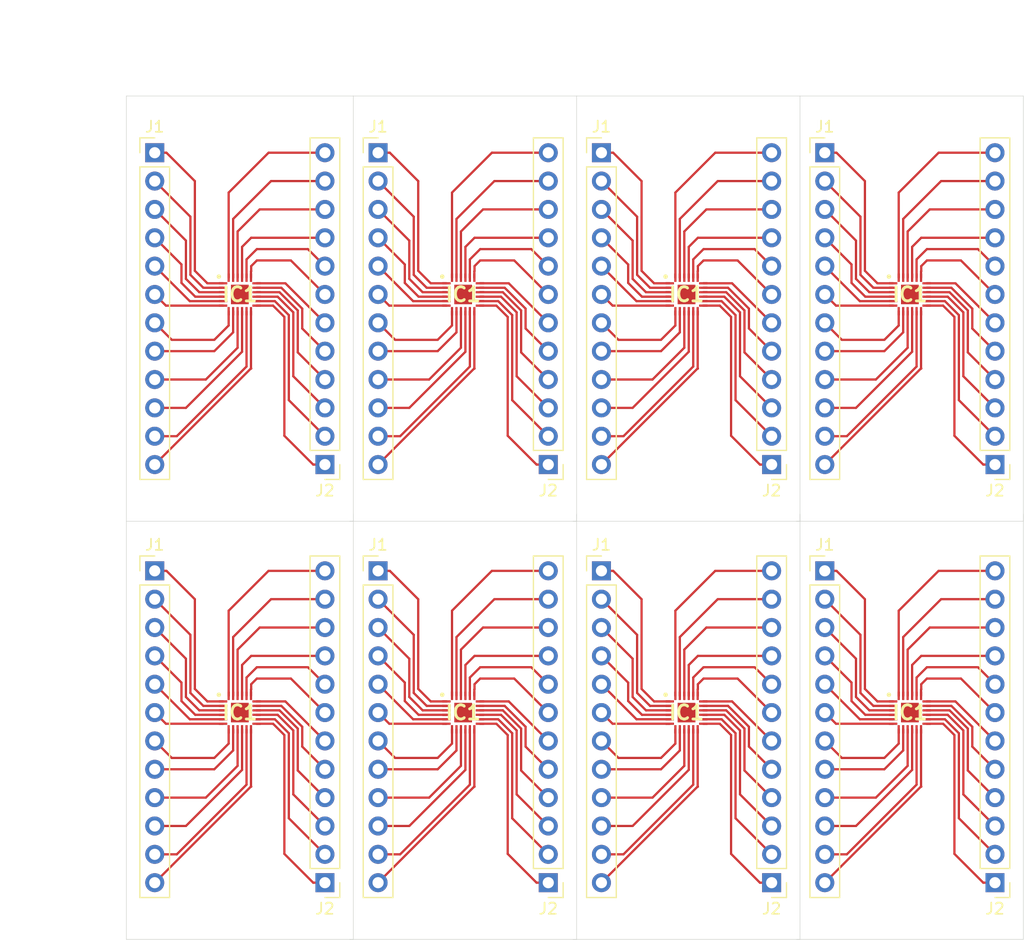
<source format=kicad_pcb>
(kicad_pcb (version 20171130) (host pcbnew "(5.1.5)-3")

  (general
    (thickness 1.6)
    (drawings 24)
    (tracks 704)
    (zones 0)
    (modules 24)
    (nets 26)
  )

  (page A4)
  (layers
    (0 F.Cu signal)
    (31 B.Cu signal)
    (32 B.Adhes user)
    (33 F.Adhes user)
    (34 B.Paste user)
    (35 F.Paste user)
    (36 B.SilkS user)
    (37 F.SilkS user)
    (38 B.Mask user)
    (39 F.Mask user)
    (40 Dwgs.User user)
    (41 Cmts.User user)
    (42 Eco1.User user)
    (43 Eco2.User user)
    (44 Edge.Cuts user)
    (45 Margin user)
    (46 B.CrtYd user)
    (47 F.CrtYd user)
    (48 B.Fab user)
    (49 F.Fab user)
  )

  (setup
    (last_trace_width 0.2)
    (user_trace_width 0.2)
    (trace_clearance 0.2)
    (zone_clearance 0.508)
    (zone_45_only no)
    (trace_min 0.2)
    (via_size 0.8)
    (via_drill 0.4)
    (via_min_size 0.4)
    (via_min_drill 0.3)
    (uvia_size 0.3)
    (uvia_drill 0.1)
    (uvias_allowed no)
    (uvia_min_size 0.2)
    (uvia_min_drill 0.1)
    (edge_width 0.05)
    (segment_width 0.2)
    (pcb_text_width 0.3)
    (pcb_text_size 1.5 1.5)
    (mod_edge_width 0.12)
    (mod_text_size 1 1)
    (mod_text_width 0.15)
    (pad_size 1.524 1.524)
    (pad_drill 0.762)
    (pad_to_mask_clearance 0.051)
    (solder_mask_min_width 0.25)
    (aux_axis_origin 0 0)
    (visible_elements FFFFFF7F)
    (pcbplotparams
      (layerselection 0x010f0_ffffffff)
      (usegerberextensions false)
      (usegerberattributes false)
      (usegerberadvancedattributes false)
      (creategerberjobfile false)
      (excludeedgelayer true)
      (linewidth 0.100000)
      (plotframeref false)
      (viasonmask false)
      (mode 1)
      (useauxorigin false)
      (hpglpennumber 1)
      (hpglpenspeed 20)
      (hpglpendiameter 15.000000)
      (psnegative false)
      (psa4output false)
      (plotreference true)
      (plotvalue true)
      (plotinvisibletext false)
      (padsonsilk false)
      (subtractmaskfromsilk false)
      (outputformat 1)
      (mirror false)
      (drillshape 0)
      (scaleselection 1)
      (outputdirectory ""))
  )

  (net 0 "")
  (net 1 "Net-(IC1-Pad1)")
  (net 2 "Net-(IC1-Pad2)")
  (net 3 "Net-(IC1-Pad3)")
  (net 4 "Net-(IC1-Pad4)")
  (net 5 "Net-(IC1-Pad5)")
  (net 6 "Net-(IC1-Pad6)")
  (net 7 "Net-(IC1-Pad7)")
  (net 8 "Net-(IC1-Pad8)")
  (net 9 "Net-(IC1-Pad9)")
  (net 10 "Net-(IC1-Pad10)")
  (net 11 "Net-(IC1-Pad11)")
  (net 12 "Net-(IC1-Pad12)")
  (net 13 "Net-(IC1-Pad13)")
  (net 14 "Net-(IC1-Pad14)")
  (net 15 "Net-(IC1-Pad15)")
  (net 16 "Net-(IC1-Pad16)")
  (net 17 "Net-(IC1-Pad17)")
  (net 18 "Net-(IC1-Pad18)")
  (net 19 "Net-(IC1-Pad19)")
  (net 20 "Net-(IC1-Pad20)")
  (net 21 "Net-(IC1-Pad21)")
  (net 22 "Net-(IC1-Pad22)")
  (net 23 "Net-(IC1-Pad23)")
  (net 24 "Net-(IC1-Pad24)")
  (net 25 "Net-(IC1-Pad25)")

  (net_class Default "これはデフォルトのネット クラスです。"
    (clearance 0.2)
    (trace_width 0.25)
    (via_dia 0.8)
    (via_drill 0.4)
    (uvia_dia 0.3)
    (uvia_drill 0.1)
    (add_net "Net-(IC1-Pad1)")
    (add_net "Net-(IC1-Pad10)")
    (add_net "Net-(IC1-Pad11)")
    (add_net "Net-(IC1-Pad12)")
    (add_net "Net-(IC1-Pad13)")
    (add_net "Net-(IC1-Pad14)")
    (add_net "Net-(IC1-Pad15)")
    (add_net "Net-(IC1-Pad16)")
    (add_net "Net-(IC1-Pad17)")
    (add_net "Net-(IC1-Pad18)")
    (add_net "Net-(IC1-Pad19)")
    (add_net "Net-(IC1-Pad2)")
    (add_net "Net-(IC1-Pad20)")
    (add_net "Net-(IC1-Pad21)")
    (add_net "Net-(IC1-Pad22)")
    (add_net "Net-(IC1-Pad23)")
    (add_net "Net-(IC1-Pad24)")
    (add_net "Net-(IC1-Pad25)")
    (add_net "Net-(IC1-Pad3)")
    (add_net "Net-(IC1-Pad4)")
    (add_net "Net-(IC1-Pad5)")
    (add_net "Net-(IC1-Pad6)")
    (add_net "Net-(IC1-Pad7)")
    (add_net "Net-(IC1-Pad8)")
    (add_net "Net-(IC1-Pad9)")
  )

  (module Connector_PinHeader_2.54mm:PinHeader_1x12_P2.54mm_Vertical (layer F.Cu) (tedit 59FED5CC) (tstamp 5E5B52EB)
    (at 138.74 67.94)
    (descr "Through hole straight pin header, 1x12, 2.54mm pitch, single row")
    (tags "Through hole pin header THT 1x12 2.54mm single row")
    (path /5E5A8783)
    (fp_text reference J1 (at 0 -2.33) (layer F.SilkS)
      (effects (font (size 1 1) (thickness 0.15)))
    )
    (fp_text value Conn_01x12_Male (at 0 30.27) (layer F.Fab) hide
      (effects (font (size 1 1) (thickness 0.15)))
    )
    (fp_text user %R (at 0 13.97 90) (layer F.Fab)
      (effects (font (size 1 1) (thickness 0.15)))
    )
    (fp_line (start 1.8 -1.8) (end -1.8 -1.8) (layer F.CrtYd) (width 0.05))
    (fp_line (start 1.8 29.75) (end 1.8 -1.8) (layer F.CrtYd) (width 0.05))
    (fp_line (start -1.8 29.75) (end 1.8 29.75) (layer F.CrtYd) (width 0.05))
    (fp_line (start -1.8 -1.8) (end -1.8 29.75) (layer F.CrtYd) (width 0.05))
    (fp_line (start -1.33 -1.33) (end 0 -1.33) (layer F.SilkS) (width 0.12))
    (fp_line (start -1.33 0) (end -1.33 -1.33) (layer F.SilkS) (width 0.12))
    (fp_line (start -1.33 1.27) (end 1.33 1.27) (layer F.SilkS) (width 0.12))
    (fp_line (start 1.33 1.27) (end 1.33 29.27) (layer F.SilkS) (width 0.12))
    (fp_line (start -1.33 1.27) (end -1.33 29.27) (layer F.SilkS) (width 0.12))
    (fp_line (start -1.33 29.27) (end 1.33 29.27) (layer F.SilkS) (width 0.12))
    (fp_line (start -1.27 -0.635) (end -0.635 -1.27) (layer F.Fab) (width 0.1))
    (fp_line (start -1.27 29.21) (end -1.27 -0.635) (layer F.Fab) (width 0.1))
    (fp_line (start 1.27 29.21) (end -1.27 29.21) (layer F.Fab) (width 0.1))
    (fp_line (start 1.27 -1.27) (end 1.27 29.21) (layer F.Fab) (width 0.1))
    (fp_line (start -0.635 -1.27) (end 1.27 -1.27) (layer F.Fab) (width 0.1))
    (pad 12 thru_hole oval (at 0 27.94) (size 1.7 1.7) (drill 1) (layers *.Cu *.Mask)
      (net 12 "Net-(IC1-Pad12)"))
    (pad 11 thru_hole oval (at 0 25.4) (size 1.7 1.7) (drill 1) (layers *.Cu *.Mask)
      (net 11 "Net-(IC1-Pad11)"))
    (pad 10 thru_hole oval (at 0 22.86) (size 1.7 1.7) (drill 1) (layers *.Cu *.Mask)
      (net 10 "Net-(IC1-Pad10)"))
    (pad 9 thru_hole oval (at 0 20.32) (size 1.7 1.7) (drill 1) (layers *.Cu *.Mask)
      (net 9 "Net-(IC1-Pad9)"))
    (pad 8 thru_hole oval (at 0 17.78) (size 1.7 1.7) (drill 1) (layers *.Cu *.Mask)
      (net 8 "Net-(IC1-Pad8)"))
    (pad 7 thru_hole oval (at 0 15.24) (size 1.7 1.7) (drill 1) (layers *.Cu *.Mask)
      (net 7 "Net-(IC1-Pad7)"))
    (pad 6 thru_hole oval (at 0 12.7) (size 1.7 1.7) (drill 1) (layers *.Cu *.Mask)
      (net 6 "Net-(IC1-Pad6)"))
    (pad 5 thru_hole oval (at 0 10.16) (size 1.7 1.7) (drill 1) (layers *.Cu *.Mask)
      (net 5 "Net-(IC1-Pad5)"))
    (pad 4 thru_hole oval (at 0 7.62) (size 1.7 1.7) (drill 1) (layers *.Cu *.Mask)
      (net 4 "Net-(IC1-Pad4)"))
    (pad 3 thru_hole oval (at 0 5.08) (size 1.7 1.7) (drill 1) (layers *.Cu *.Mask)
      (net 3 "Net-(IC1-Pad3)"))
    (pad 2 thru_hole oval (at 0 2.54) (size 1.7 1.7) (drill 1) (layers *.Cu *.Mask)
      (net 2 "Net-(IC1-Pad2)"))
    (pad 1 thru_hole rect (at 0 0) (size 1.7 1.7) (drill 1) (layers *.Cu *.Mask)
      (net 1 "Net-(IC1-Pad1)"))
    (model ${KISYS3DMOD}/Connector_PinHeader_2.54mm.3dshapes/PinHeader_1x12_P2.54mm_Vertical.wrl
      (at (xyz 0 0 0))
      (scale (xyz 1 1 1))
      (rotate (xyz 0 0 0))
    )
  )

  (module Connector_PinHeader_2.54mm:PinHeader_1x12_P2.54mm_Vertical (layer F.Cu) (tedit 59FED5CC) (tstamp 5E5B52AD)
    (at 118.74 67.94)
    (descr "Through hole straight pin header, 1x12, 2.54mm pitch, single row")
    (tags "Through hole pin header THT 1x12 2.54mm single row")
    (path /5E5A8783)
    (fp_text reference J1 (at 0 -2.33) (layer F.SilkS)
      (effects (font (size 1 1) (thickness 0.15)))
    )
    (fp_text value Conn_01x12_Male (at 0 30.27) (layer F.Fab) hide
      (effects (font (size 1 1) (thickness 0.15)))
    )
    (fp_text user %R (at 0 13.97 90) (layer F.Fab)
      (effects (font (size 1 1) (thickness 0.15)))
    )
    (fp_line (start 1.8 -1.8) (end -1.8 -1.8) (layer F.CrtYd) (width 0.05))
    (fp_line (start 1.8 29.75) (end 1.8 -1.8) (layer F.CrtYd) (width 0.05))
    (fp_line (start -1.8 29.75) (end 1.8 29.75) (layer F.CrtYd) (width 0.05))
    (fp_line (start -1.8 -1.8) (end -1.8 29.75) (layer F.CrtYd) (width 0.05))
    (fp_line (start -1.33 -1.33) (end 0 -1.33) (layer F.SilkS) (width 0.12))
    (fp_line (start -1.33 0) (end -1.33 -1.33) (layer F.SilkS) (width 0.12))
    (fp_line (start -1.33 1.27) (end 1.33 1.27) (layer F.SilkS) (width 0.12))
    (fp_line (start 1.33 1.27) (end 1.33 29.27) (layer F.SilkS) (width 0.12))
    (fp_line (start -1.33 1.27) (end -1.33 29.27) (layer F.SilkS) (width 0.12))
    (fp_line (start -1.33 29.27) (end 1.33 29.27) (layer F.SilkS) (width 0.12))
    (fp_line (start -1.27 -0.635) (end -0.635 -1.27) (layer F.Fab) (width 0.1))
    (fp_line (start -1.27 29.21) (end -1.27 -0.635) (layer F.Fab) (width 0.1))
    (fp_line (start 1.27 29.21) (end -1.27 29.21) (layer F.Fab) (width 0.1))
    (fp_line (start 1.27 -1.27) (end 1.27 29.21) (layer F.Fab) (width 0.1))
    (fp_line (start -0.635 -1.27) (end 1.27 -1.27) (layer F.Fab) (width 0.1))
    (pad 12 thru_hole oval (at 0 27.94) (size 1.7 1.7) (drill 1) (layers *.Cu *.Mask)
      (net 12 "Net-(IC1-Pad12)"))
    (pad 11 thru_hole oval (at 0 25.4) (size 1.7 1.7) (drill 1) (layers *.Cu *.Mask)
      (net 11 "Net-(IC1-Pad11)"))
    (pad 10 thru_hole oval (at 0 22.86) (size 1.7 1.7) (drill 1) (layers *.Cu *.Mask)
      (net 10 "Net-(IC1-Pad10)"))
    (pad 9 thru_hole oval (at 0 20.32) (size 1.7 1.7) (drill 1) (layers *.Cu *.Mask)
      (net 9 "Net-(IC1-Pad9)"))
    (pad 8 thru_hole oval (at 0 17.78) (size 1.7 1.7) (drill 1) (layers *.Cu *.Mask)
      (net 8 "Net-(IC1-Pad8)"))
    (pad 7 thru_hole oval (at 0 15.24) (size 1.7 1.7) (drill 1) (layers *.Cu *.Mask)
      (net 7 "Net-(IC1-Pad7)"))
    (pad 6 thru_hole oval (at 0 12.7) (size 1.7 1.7) (drill 1) (layers *.Cu *.Mask)
      (net 6 "Net-(IC1-Pad6)"))
    (pad 5 thru_hole oval (at 0 10.16) (size 1.7 1.7) (drill 1) (layers *.Cu *.Mask)
      (net 5 "Net-(IC1-Pad5)"))
    (pad 4 thru_hole oval (at 0 7.62) (size 1.7 1.7) (drill 1) (layers *.Cu *.Mask)
      (net 4 "Net-(IC1-Pad4)"))
    (pad 3 thru_hole oval (at 0 5.08) (size 1.7 1.7) (drill 1) (layers *.Cu *.Mask)
      (net 3 "Net-(IC1-Pad3)"))
    (pad 2 thru_hole oval (at 0 2.54) (size 1.7 1.7) (drill 1) (layers *.Cu *.Mask)
      (net 2 "Net-(IC1-Pad2)"))
    (pad 1 thru_hole rect (at 0 0) (size 1.7 1.7) (drill 1) (layers *.Cu *.Mask)
      (net 1 "Net-(IC1-Pad1)"))
    (model ${KISYS3DMOD}/Connector_PinHeader_2.54mm.3dshapes/PinHeader_1x12_P2.54mm_Vertical.wrl
      (at (xyz 0 0 0))
      (scale (xyz 1 1 1))
      (rotate (xyz 0 0 0))
    )
  )

  (module Connector_PinHeader_2.54mm:PinHeader_1x12_P2.54mm_Vertical (layer F.Cu) (tedit 59FED5CC) (tstamp 5E5B526F)
    (at 98.74 67.94)
    (descr "Through hole straight pin header, 1x12, 2.54mm pitch, single row")
    (tags "Through hole pin header THT 1x12 2.54mm single row")
    (path /5E5A8783)
    (fp_text reference J1 (at 0 -2.33) (layer F.SilkS)
      (effects (font (size 1 1) (thickness 0.15)))
    )
    (fp_text value Conn_01x12_Male (at 0 30.27) (layer F.Fab) hide
      (effects (font (size 1 1) (thickness 0.15)))
    )
    (fp_text user %R (at 0 13.97 90) (layer F.Fab)
      (effects (font (size 1 1) (thickness 0.15)))
    )
    (fp_line (start 1.8 -1.8) (end -1.8 -1.8) (layer F.CrtYd) (width 0.05))
    (fp_line (start 1.8 29.75) (end 1.8 -1.8) (layer F.CrtYd) (width 0.05))
    (fp_line (start -1.8 29.75) (end 1.8 29.75) (layer F.CrtYd) (width 0.05))
    (fp_line (start -1.8 -1.8) (end -1.8 29.75) (layer F.CrtYd) (width 0.05))
    (fp_line (start -1.33 -1.33) (end 0 -1.33) (layer F.SilkS) (width 0.12))
    (fp_line (start -1.33 0) (end -1.33 -1.33) (layer F.SilkS) (width 0.12))
    (fp_line (start -1.33 1.27) (end 1.33 1.27) (layer F.SilkS) (width 0.12))
    (fp_line (start 1.33 1.27) (end 1.33 29.27) (layer F.SilkS) (width 0.12))
    (fp_line (start -1.33 1.27) (end -1.33 29.27) (layer F.SilkS) (width 0.12))
    (fp_line (start -1.33 29.27) (end 1.33 29.27) (layer F.SilkS) (width 0.12))
    (fp_line (start -1.27 -0.635) (end -0.635 -1.27) (layer F.Fab) (width 0.1))
    (fp_line (start -1.27 29.21) (end -1.27 -0.635) (layer F.Fab) (width 0.1))
    (fp_line (start 1.27 29.21) (end -1.27 29.21) (layer F.Fab) (width 0.1))
    (fp_line (start 1.27 -1.27) (end 1.27 29.21) (layer F.Fab) (width 0.1))
    (fp_line (start -0.635 -1.27) (end 1.27 -1.27) (layer F.Fab) (width 0.1))
    (pad 12 thru_hole oval (at 0 27.94) (size 1.7 1.7) (drill 1) (layers *.Cu *.Mask)
      (net 12 "Net-(IC1-Pad12)"))
    (pad 11 thru_hole oval (at 0 25.4) (size 1.7 1.7) (drill 1) (layers *.Cu *.Mask)
      (net 11 "Net-(IC1-Pad11)"))
    (pad 10 thru_hole oval (at 0 22.86) (size 1.7 1.7) (drill 1) (layers *.Cu *.Mask)
      (net 10 "Net-(IC1-Pad10)"))
    (pad 9 thru_hole oval (at 0 20.32) (size 1.7 1.7) (drill 1) (layers *.Cu *.Mask)
      (net 9 "Net-(IC1-Pad9)"))
    (pad 8 thru_hole oval (at 0 17.78) (size 1.7 1.7) (drill 1) (layers *.Cu *.Mask)
      (net 8 "Net-(IC1-Pad8)"))
    (pad 7 thru_hole oval (at 0 15.24) (size 1.7 1.7) (drill 1) (layers *.Cu *.Mask)
      (net 7 "Net-(IC1-Pad7)"))
    (pad 6 thru_hole oval (at 0 12.7) (size 1.7 1.7) (drill 1) (layers *.Cu *.Mask)
      (net 6 "Net-(IC1-Pad6)"))
    (pad 5 thru_hole oval (at 0 10.16) (size 1.7 1.7) (drill 1) (layers *.Cu *.Mask)
      (net 5 "Net-(IC1-Pad5)"))
    (pad 4 thru_hole oval (at 0 7.62) (size 1.7 1.7) (drill 1) (layers *.Cu *.Mask)
      (net 4 "Net-(IC1-Pad4)"))
    (pad 3 thru_hole oval (at 0 5.08) (size 1.7 1.7) (drill 1) (layers *.Cu *.Mask)
      (net 3 "Net-(IC1-Pad3)"))
    (pad 2 thru_hole oval (at 0 2.54) (size 1.7 1.7) (drill 1) (layers *.Cu *.Mask)
      (net 2 "Net-(IC1-Pad2)"))
    (pad 1 thru_hole rect (at 0 0) (size 1.7 1.7) (drill 1) (layers *.Cu *.Mask)
      (net 1 "Net-(IC1-Pad1)"))
    (model ${KISYS3DMOD}/Connector_PinHeader_2.54mm.3dshapes/PinHeader_1x12_P2.54mm_Vertical.wrl
      (at (xyz 0 0 0))
      (scale (xyz 1 1 1))
      (rotate (xyz 0 0 0))
    )
  )

  (module Connector_PinHeader_2.54mm:PinHeader_1x12_P2.54mm_Vertical (layer F.Cu) (tedit 59FED5CC) (tstamp 5E5B5231)
    (at 78.74 67.94)
    (descr "Through hole straight pin header, 1x12, 2.54mm pitch, single row")
    (tags "Through hole pin header THT 1x12 2.54mm single row")
    (path /5E5A8783)
    (fp_text reference J1 (at 0 -2.33) (layer F.SilkS)
      (effects (font (size 1 1) (thickness 0.15)))
    )
    (fp_text value Conn_01x12_Male (at 0 30.27) (layer F.Fab) hide
      (effects (font (size 1 1) (thickness 0.15)))
    )
    (fp_text user %R (at 0 13.97 90) (layer F.Fab)
      (effects (font (size 1 1) (thickness 0.15)))
    )
    (fp_line (start 1.8 -1.8) (end -1.8 -1.8) (layer F.CrtYd) (width 0.05))
    (fp_line (start 1.8 29.75) (end 1.8 -1.8) (layer F.CrtYd) (width 0.05))
    (fp_line (start -1.8 29.75) (end 1.8 29.75) (layer F.CrtYd) (width 0.05))
    (fp_line (start -1.8 -1.8) (end -1.8 29.75) (layer F.CrtYd) (width 0.05))
    (fp_line (start -1.33 -1.33) (end 0 -1.33) (layer F.SilkS) (width 0.12))
    (fp_line (start -1.33 0) (end -1.33 -1.33) (layer F.SilkS) (width 0.12))
    (fp_line (start -1.33 1.27) (end 1.33 1.27) (layer F.SilkS) (width 0.12))
    (fp_line (start 1.33 1.27) (end 1.33 29.27) (layer F.SilkS) (width 0.12))
    (fp_line (start -1.33 1.27) (end -1.33 29.27) (layer F.SilkS) (width 0.12))
    (fp_line (start -1.33 29.27) (end 1.33 29.27) (layer F.SilkS) (width 0.12))
    (fp_line (start -1.27 -0.635) (end -0.635 -1.27) (layer F.Fab) (width 0.1))
    (fp_line (start -1.27 29.21) (end -1.27 -0.635) (layer F.Fab) (width 0.1))
    (fp_line (start 1.27 29.21) (end -1.27 29.21) (layer F.Fab) (width 0.1))
    (fp_line (start 1.27 -1.27) (end 1.27 29.21) (layer F.Fab) (width 0.1))
    (fp_line (start -0.635 -1.27) (end 1.27 -1.27) (layer F.Fab) (width 0.1))
    (pad 12 thru_hole oval (at 0 27.94) (size 1.7 1.7) (drill 1) (layers *.Cu *.Mask)
      (net 12 "Net-(IC1-Pad12)"))
    (pad 11 thru_hole oval (at 0 25.4) (size 1.7 1.7) (drill 1) (layers *.Cu *.Mask)
      (net 11 "Net-(IC1-Pad11)"))
    (pad 10 thru_hole oval (at 0 22.86) (size 1.7 1.7) (drill 1) (layers *.Cu *.Mask)
      (net 10 "Net-(IC1-Pad10)"))
    (pad 9 thru_hole oval (at 0 20.32) (size 1.7 1.7) (drill 1) (layers *.Cu *.Mask)
      (net 9 "Net-(IC1-Pad9)"))
    (pad 8 thru_hole oval (at 0 17.78) (size 1.7 1.7) (drill 1) (layers *.Cu *.Mask)
      (net 8 "Net-(IC1-Pad8)"))
    (pad 7 thru_hole oval (at 0 15.24) (size 1.7 1.7) (drill 1) (layers *.Cu *.Mask)
      (net 7 "Net-(IC1-Pad7)"))
    (pad 6 thru_hole oval (at 0 12.7) (size 1.7 1.7) (drill 1) (layers *.Cu *.Mask)
      (net 6 "Net-(IC1-Pad6)"))
    (pad 5 thru_hole oval (at 0 10.16) (size 1.7 1.7) (drill 1) (layers *.Cu *.Mask)
      (net 5 "Net-(IC1-Pad5)"))
    (pad 4 thru_hole oval (at 0 7.62) (size 1.7 1.7) (drill 1) (layers *.Cu *.Mask)
      (net 4 "Net-(IC1-Pad4)"))
    (pad 3 thru_hole oval (at 0 5.08) (size 1.7 1.7) (drill 1) (layers *.Cu *.Mask)
      (net 3 "Net-(IC1-Pad3)"))
    (pad 2 thru_hole oval (at 0 2.54) (size 1.7 1.7) (drill 1) (layers *.Cu *.Mask)
      (net 2 "Net-(IC1-Pad2)"))
    (pad 1 thru_hole rect (at 0 0) (size 1.7 1.7) (drill 1) (layers *.Cu *.Mask)
      (net 1 "Net-(IC1-Pad1)"))
    (model ${KISYS3DMOD}/Connector_PinHeader_2.54mm.3dshapes/PinHeader_1x12_P2.54mm_Vertical.wrl
      (at (xyz 0 0 0))
      (scale (xyz 1 1 1))
      (rotate (xyz 0 0 0))
    )
  )

  (module Connector_PinHeader_2.54mm:PinHeader_1x12_P2.54mm_Vertical (layer F.Cu) (tedit 59FED5CC) (tstamp 5E5B51F3)
    (at 138.74 30.48)
    (descr "Through hole straight pin header, 1x12, 2.54mm pitch, single row")
    (tags "Through hole pin header THT 1x12 2.54mm single row")
    (path /5E5A8783)
    (fp_text reference J1 (at 0 -2.33) (layer F.SilkS)
      (effects (font (size 1 1) (thickness 0.15)))
    )
    (fp_text value Conn_01x12_Male (at 0 30.27) (layer F.Fab) hide
      (effects (font (size 1 1) (thickness 0.15)))
    )
    (fp_text user %R (at 0 13.97 90) (layer F.Fab)
      (effects (font (size 1 1) (thickness 0.15)))
    )
    (fp_line (start 1.8 -1.8) (end -1.8 -1.8) (layer F.CrtYd) (width 0.05))
    (fp_line (start 1.8 29.75) (end 1.8 -1.8) (layer F.CrtYd) (width 0.05))
    (fp_line (start -1.8 29.75) (end 1.8 29.75) (layer F.CrtYd) (width 0.05))
    (fp_line (start -1.8 -1.8) (end -1.8 29.75) (layer F.CrtYd) (width 0.05))
    (fp_line (start -1.33 -1.33) (end 0 -1.33) (layer F.SilkS) (width 0.12))
    (fp_line (start -1.33 0) (end -1.33 -1.33) (layer F.SilkS) (width 0.12))
    (fp_line (start -1.33 1.27) (end 1.33 1.27) (layer F.SilkS) (width 0.12))
    (fp_line (start 1.33 1.27) (end 1.33 29.27) (layer F.SilkS) (width 0.12))
    (fp_line (start -1.33 1.27) (end -1.33 29.27) (layer F.SilkS) (width 0.12))
    (fp_line (start -1.33 29.27) (end 1.33 29.27) (layer F.SilkS) (width 0.12))
    (fp_line (start -1.27 -0.635) (end -0.635 -1.27) (layer F.Fab) (width 0.1))
    (fp_line (start -1.27 29.21) (end -1.27 -0.635) (layer F.Fab) (width 0.1))
    (fp_line (start 1.27 29.21) (end -1.27 29.21) (layer F.Fab) (width 0.1))
    (fp_line (start 1.27 -1.27) (end 1.27 29.21) (layer F.Fab) (width 0.1))
    (fp_line (start -0.635 -1.27) (end 1.27 -1.27) (layer F.Fab) (width 0.1))
    (pad 12 thru_hole oval (at 0 27.94) (size 1.7 1.7) (drill 1) (layers *.Cu *.Mask)
      (net 12 "Net-(IC1-Pad12)"))
    (pad 11 thru_hole oval (at 0 25.4) (size 1.7 1.7) (drill 1) (layers *.Cu *.Mask)
      (net 11 "Net-(IC1-Pad11)"))
    (pad 10 thru_hole oval (at 0 22.86) (size 1.7 1.7) (drill 1) (layers *.Cu *.Mask)
      (net 10 "Net-(IC1-Pad10)"))
    (pad 9 thru_hole oval (at 0 20.32) (size 1.7 1.7) (drill 1) (layers *.Cu *.Mask)
      (net 9 "Net-(IC1-Pad9)"))
    (pad 8 thru_hole oval (at 0 17.78) (size 1.7 1.7) (drill 1) (layers *.Cu *.Mask)
      (net 8 "Net-(IC1-Pad8)"))
    (pad 7 thru_hole oval (at 0 15.24) (size 1.7 1.7) (drill 1) (layers *.Cu *.Mask)
      (net 7 "Net-(IC1-Pad7)"))
    (pad 6 thru_hole oval (at 0 12.7) (size 1.7 1.7) (drill 1) (layers *.Cu *.Mask)
      (net 6 "Net-(IC1-Pad6)"))
    (pad 5 thru_hole oval (at 0 10.16) (size 1.7 1.7) (drill 1) (layers *.Cu *.Mask)
      (net 5 "Net-(IC1-Pad5)"))
    (pad 4 thru_hole oval (at 0 7.62) (size 1.7 1.7) (drill 1) (layers *.Cu *.Mask)
      (net 4 "Net-(IC1-Pad4)"))
    (pad 3 thru_hole oval (at 0 5.08) (size 1.7 1.7) (drill 1) (layers *.Cu *.Mask)
      (net 3 "Net-(IC1-Pad3)"))
    (pad 2 thru_hole oval (at 0 2.54) (size 1.7 1.7) (drill 1) (layers *.Cu *.Mask)
      (net 2 "Net-(IC1-Pad2)"))
    (pad 1 thru_hole rect (at 0 0) (size 1.7 1.7) (drill 1) (layers *.Cu *.Mask)
      (net 1 "Net-(IC1-Pad1)"))
    (model ${KISYS3DMOD}/Connector_PinHeader_2.54mm.3dshapes/PinHeader_1x12_P2.54mm_Vertical.wrl
      (at (xyz 0 0 0))
      (scale (xyz 1 1 1))
      (rotate (xyz 0 0 0))
    )
  )

  (module Connector_PinHeader_2.54mm:PinHeader_1x12_P2.54mm_Vertical (layer F.Cu) (tedit 59FED5CC) (tstamp 5E5B51B5)
    (at 118.74 30.48)
    (descr "Through hole straight pin header, 1x12, 2.54mm pitch, single row")
    (tags "Through hole pin header THT 1x12 2.54mm single row")
    (path /5E5A8783)
    (fp_text reference J1 (at 0 -2.33) (layer F.SilkS)
      (effects (font (size 1 1) (thickness 0.15)))
    )
    (fp_text value Conn_01x12_Male (at 0 30.27) (layer F.Fab) hide
      (effects (font (size 1 1) (thickness 0.15)))
    )
    (fp_text user %R (at 0 13.97 90) (layer F.Fab)
      (effects (font (size 1 1) (thickness 0.15)))
    )
    (fp_line (start 1.8 -1.8) (end -1.8 -1.8) (layer F.CrtYd) (width 0.05))
    (fp_line (start 1.8 29.75) (end 1.8 -1.8) (layer F.CrtYd) (width 0.05))
    (fp_line (start -1.8 29.75) (end 1.8 29.75) (layer F.CrtYd) (width 0.05))
    (fp_line (start -1.8 -1.8) (end -1.8 29.75) (layer F.CrtYd) (width 0.05))
    (fp_line (start -1.33 -1.33) (end 0 -1.33) (layer F.SilkS) (width 0.12))
    (fp_line (start -1.33 0) (end -1.33 -1.33) (layer F.SilkS) (width 0.12))
    (fp_line (start -1.33 1.27) (end 1.33 1.27) (layer F.SilkS) (width 0.12))
    (fp_line (start 1.33 1.27) (end 1.33 29.27) (layer F.SilkS) (width 0.12))
    (fp_line (start -1.33 1.27) (end -1.33 29.27) (layer F.SilkS) (width 0.12))
    (fp_line (start -1.33 29.27) (end 1.33 29.27) (layer F.SilkS) (width 0.12))
    (fp_line (start -1.27 -0.635) (end -0.635 -1.27) (layer F.Fab) (width 0.1))
    (fp_line (start -1.27 29.21) (end -1.27 -0.635) (layer F.Fab) (width 0.1))
    (fp_line (start 1.27 29.21) (end -1.27 29.21) (layer F.Fab) (width 0.1))
    (fp_line (start 1.27 -1.27) (end 1.27 29.21) (layer F.Fab) (width 0.1))
    (fp_line (start -0.635 -1.27) (end 1.27 -1.27) (layer F.Fab) (width 0.1))
    (pad 12 thru_hole oval (at 0 27.94) (size 1.7 1.7) (drill 1) (layers *.Cu *.Mask)
      (net 12 "Net-(IC1-Pad12)"))
    (pad 11 thru_hole oval (at 0 25.4) (size 1.7 1.7) (drill 1) (layers *.Cu *.Mask)
      (net 11 "Net-(IC1-Pad11)"))
    (pad 10 thru_hole oval (at 0 22.86) (size 1.7 1.7) (drill 1) (layers *.Cu *.Mask)
      (net 10 "Net-(IC1-Pad10)"))
    (pad 9 thru_hole oval (at 0 20.32) (size 1.7 1.7) (drill 1) (layers *.Cu *.Mask)
      (net 9 "Net-(IC1-Pad9)"))
    (pad 8 thru_hole oval (at 0 17.78) (size 1.7 1.7) (drill 1) (layers *.Cu *.Mask)
      (net 8 "Net-(IC1-Pad8)"))
    (pad 7 thru_hole oval (at 0 15.24) (size 1.7 1.7) (drill 1) (layers *.Cu *.Mask)
      (net 7 "Net-(IC1-Pad7)"))
    (pad 6 thru_hole oval (at 0 12.7) (size 1.7 1.7) (drill 1) (layers *.Cu *.Mask)
      (net 6 "Net-(IC1-Pad6)"))
    (pad 5 thru_hole oval (at 0 10.16) (size 1.7 1.7) (drill 1) (layers *.Cu *.Mask)
      (net 5 "Net-(IC1-Pad5)"))
    (pad 4 thru_hole oval (at 0 7.62) (size 1.7 1.7) (drill 1) (layers *.Cu *.Mask)
      (net 4 "Net-(IC1-Pad4)"))
    (pad 3 thru_hole oval (at 0 5.08) (size 1.7 1.7) (drill 1) (layers *.Cu *.Mask)
      (net 3 "Net-(IC1-Pad3)"))
    (pad 2 thru_hole oval (at 0 2.54) (size 1.7 1.7) (drill 1) (layers *.Cu *.Mask)
      (net 2 "Net-(IC1-Pad2)"))
    (pad 1 thru_hole rect (at 0 0) (size 1.7 1.7) (drill 1) (layers *.Cu *.Mask)
      (net 1 "Net-(IC1-Pad1)"))
    (model ${KISYS3DMOD}/Connector_PinHeader_2.54mm.3dshapes/PinHeader_1x12_P2.54mm_Vertical.wrl
      (at (xyz 0 0 0))
      (scale (xyz 1 1 1))
      (rotate (xyz 0 0 0))
    )
  )

  (module Connector_PinHeader_2.54mm:PinHeader_1x12_P2.54mm_Vertical (layer F.Cu) (tedit 59FED5CC) (tstamp 5E5B5177)
    (at 98.74 30.48)
    (descr "Through hole straight pin header, 1x12, 2.54mm pitch, single row")
    (tags "Through hole pin header THT 1x12 2.54mm single row")
    (path /5E5A8783)
    (fp_text reference J1 (at 0 -2.33) (layer F.SilkS)
      (effects (font (size 1 1) (thickness 0.15)))
    )
    (fp_text value Conn_01x12_Male (at 0 30.27) (layer F.Fab) hide
      (effects (font (size 1 1) (thickness 0.15)))
    )
    (fp_text user %R (at 0 13.97 90) (layer F.Fab)
      (effects (font (size 1 1) (thickness 0.15)))
    )
    (fp_line (start 1.8 -1.8) (end -1.8 -1.8) (layer F.CrtYd) (width 0.05))
    (fp_line (start 1.8 29.75) (end 1.8 -1.8) (layer F.CrtYd) (width 0.05))
    (fp_line (start -1.8 29.75) (end 1.8 29.75) (layer F.CrtYd) (width 0.05))
    (fp_line (start -1.8 -1.8) (end -1.8 29.75) (layer F.CrtYd) (width 0.05))
    (fp_line (start -1.33 -1.33) (end 0 -1.33) (layer F.SilkS) (width 0.12))
    (fp_line (start -1.33 0) (end -1.33 -1.33) (layer F.SilkS) (width 0.12))
    (fp_line (start -1.33 1.27) (end 1.33 1.27) (layer F.SilkS) (width 0.12))
    (fp_line (start 1.33 1.27) (end 1.33 29.27) (layer F.SilkS) (width 0.12))
    (fp_line (start -1.33 1.27) (end -1.33 29.27) (layer F.SilkS) (width 0.12))
    (fp_line (start -1.33 29.27) (end 1.33 29.27) (layer F.SilkS) (width 0.12))
    (fp_line (start -1.27 -0.635) (end -0.635 -1.27) (layer F.Fab) (width 0.1))
    (fp_line (start -1.27 29.21) (end -1.27 -0.635) (layer F.Fab) (width 0.1))
    (fp_line (start 1.27 29.21) (end -1.27 29.21) (layer F.Fab) (width 0.1))
    (fp_line (start 1.27 -1.27) (end 1.27 29.21) (layer F.Fab) (width 0.1))
    (fp_line (start -0.635 -1.27) (end 1.27 -1.27) (layer F.Fab) (width 0.1))
    (pad 12 thru_hole oval (at 0 27.94) (size 1.7 1.7) (drill 1) (layers *.Cu *.Mask)
      (net 12 "Net-(IC1-Pad12)"))
    (pad 11 thru_hole oval (at 0 25.4) (size 1.7 1.7) (drill 1) (layers *.Cu *.Mask)
      (net 11 "Net-(IC1-Pad11)"))
    (pad 10 thru_hole oval (at 0 22.86) (size 1.7 1.7) (drill 1) (layers *.Cu *.Mask)
      (net 10 "Net-(IC1-Pad10)"))
    (pad 9 thru_hole oval (at 0 20.32) (size 1.7 1.7) (drill 1) (layers *.Cu *.Mask)
      (net 9 "Net-(IC1-Pad9)"))
    (pad 8 thru_hole oval (at 0 17.78) (size 1.7 1.7) (drill 1) (layers *.Cu *.Mask)
      (net 8 "Net-(IC1-Pad8)"))
    (pad 7 thru_hole oval (at 0 15.24) (size 1.7 1.7) (drill 1) (layers *.Cu *.Mask)
      (net 7 "Net-(IC1-Pad7)"))
    (pad 6 thru_hole oval (at 0 12.7) (size 1.7 1.7) (drill 1) (layers *.Cu *.Mask)
      (net 6 "Net-(IC1-Pad6)"))
    (pad 5 thru_hole oval (at 0 10.16) (size 1.7 1.7) (drill 1) (layers *.Cu *.Mask)
      (net 5 "Net-(IC1-Pad5)"))
    (pad 4 thru_hole oval (at 0 7.62) (size 1.7 1.7) (drill 1) (layers *.Cu *.Mask)
      (net 4 "Net-(IC1-Pad4)"))
    (pad 3 thru_hole oval (at 0 5.08) (size 1.7 1.7) (drill 1) (layers *.Cu *.Mask)
      (net 3 "Net-(IC1-Pad3)"))
    (pad 2 thru_hole oval (at 0 2.54) (size 1.7 1.7) (drill 1) (layers *.Cu *.Mask)
      (net 2 "Net-(IC1-Pad2)"))
    (pad 1 thru_hole rect (at 0 0) (size 1.7 1.7) (drill 1) (layers *.Cu *.Mask)
      (net 1 "Net-(IC1-Pad1)"))
    (model ${KISYS3DMOD}/Connector_PinHeader_2.54mm.3dshapes/PinHeader_1x12_P2.54mm_Vertical.wrl
      (at (xyz 0 0 0))
      (scale (xyz 1 1 1))
      (rotate (xyz 0 0 0))
    )
  )

  (module QFN40P300X300X105-25N-D (layer F.Cu) (tedit 0) (tstamp 5E5B510A)
    (at 146.36 80.64)
    (descr "QFN-24 - 3x3x0.9")
    (tags "Integrated Circuit")
    (path /5E5A6ED5)
    (attr smd)
    (fp_text reference IC1 (at 0 0) (layer F.SilkS)
      (effects (font (size 1.27 1.27) (thickness 0.254)))
    )
    (fp_text value ICM-20948 (at 0 0) (layer F.SilkS) hide
      (effects (font (size 1.27 1.27) (thickness 0.254)))
    )
    (fp_circle (center -1.875 -1.6) (end -1.875 -1.5) (layer F.SilkS) (width 0.2))
    (fp_line (start -1.5 -1.1) (end -1.1 -1.5) (layer F.Fab) (width 0.1))
    (fp_line (start -1.5 1.5) (end -1.5 -1.5) (layer F.Fab) (width 0.1))
    (fp_line (start 1.5 1.5) (end -1.5 1.5) (layer F.Fab) (width 0.1))
    (fp_line (start 1.5 -1.5) (end 1.5 1.5) (layer F.Fab) (width 0.1))
    (fp_line (start -1.5 -1.5) (end 1.5 -1.5) (layer F.Fab) (width 0.1))
    (fp_line (start -2.125 2.125) (end -2.125 -2.125) (layer F.CrtYd) (width 0.05))
    (fp_line (start 2.125 2.125) (end -2.125 2.125) (layer F.CrtYd) (width 0.05))
    (fp_line (start 2.125 -2.125) (end 2.125 2.125) (layer F.CrtYd) (width 0.05))
    (fp_line (start -2.125 -2.125) (end 2.125 -2.125) (layer F.CrtYd) (width 0.05))
    (fp_text user %R (at 0 0) (layer F.Fab)
      (effects (font (size 1.27 1.27) (thickness 0.254)))
    )
    (pad 25 smd rect (at 0 0) (size 1.59 1.75) (layers F.Cu F.Paste F.Mask)
      (net 25 "Net-(IC1-Pad25)"))
    (pad 24 smd rect (at -1 -1.5) (size 0.2 0.75) (layers F.Cu F.Paste F.Mask)
      (net 24 "Net-(IC1-Pad24)"))
    (pad 23 smd rect (at -0.6 -1.5) (size 0.2 0.75) (layers F.Cu F.Paste F.Mask)
      (net 23 "Net-(IC1-Pad23)"))
    (pad 22 smd rect (at -0.2 -1.5) (size 0.2 0.75) (layers F.Cu F.Paste F.Mask)
      (net 22 "Net-(IC1-Pad22)"))
    (pad 21 smd rect (at 0.2 -1.5) (size 0.2 0.75) (layers F.Cu F.Paste F.Mask)
      (net 21 "Net-(IC1-Pad21)"))
    (pad 20 smd rect (at 0.6 -1.5) (size 0.2 0.75) (layers F.Cu F.Paste F.Mask)
      (net 20 "Net-(IC1-Pad20)"))
    (pad 19 smd rect (at 1 -1.5) (size 0.2 0.75) (layers F.Cu F.Paste F.Mask)
      (net 19 "Net-(IC1-Pad19)"))
    (pad 18 smd rect (at 1.5 -1 90) (size 0.2 0.75) (layers F.Cu F.Paste F.Mask)
      (net 18 "Net-(IC1-Pad18)"))
    (pad 17 smd rect (at 1.5 -0.6 90) (size 0.2 0.75) (layers F.Cu F.Paste F.Mask)
      (net 17 "Net-(IC1-Pad17)"))
    (pad 16 smd rect (at 1.5 -0.2 90) (size 0.2 0.75) (layers F.Cu F.Paste F.Mask)
      (net 16 "Net-(IC1-Pad16)"))
    (pad 15 smd rect (at 1.5 0.2 90) (size 0.2 0.75) (layers F.Cu F.Paste F.Mask)
      (net 15 "Net-(IC1-Pad15)"))
    (pad 14 smd rect (at 1.5 0.6 90) (size 0.2 0.75) (layers F.Cu F.Paste F.Mask)
      (net 14 "Net-(IC1-Pad14)"))
    (pad 13 smd rect (at 1.5 1 90) (size 0.2 0.75) (layers F.Cu F.Paste F.Mask)
      (net 13 "Net-(IC1-Pad13)"))
    (pad 12 smd rect (at 1 1.5) (size 0.2 0.75) (layers F.Cu F.Paste F.Mask)
      (net 12 "Net-(IC1-Pad12)"))
    (pad 11 smd rect (at 0.6 1.5) (size 0.2 0.75) (layers F.Cu F.Paste F.Mask)
      (net 11 "Net-(IC1-Pad11)"))
    (pad 10 smd rect (at 0.2 1.5) (size 0.2 0.75) (layers F.Cu F.Paste F.Mask)
      (net 10 "Net-(IC1-Pad10)"))
    (pad 9 smd rect (at -0.2 1.5) (size 0.2 0.75) (layers F.Cu F.Paste F.Mask)
      (net 9 "Net-(IC1-Pad9)"))
    (pad 8 smd rect (at -0.6 1.5) (size 0.2 0.75) (layers F.Cu F.Paste F.Mask)
      (net 8 "Net-(IC1-Pad8)"))
    (pad 7 smd rect (at -1 1.5) (size 0.2 0.75) (layers F.Cu F.Paste F.Mask)
      (net 7 "Net-(IC1-Pad7)"))
    (pad 6 smd rect (at -1.5 1 90) (size 0.2 0.75) (layers F.Cu F.Paste F.Mask)
      (net 6 "Net-(IC1-Pad6)"))
    (pad 5 smd rect (at -1.5 0.6 90) (size 0.2 0.75) (layers F.Cu F.Paste F.Mask)
      (net 5 "Net-(IC1-Pad5)"))
    (pad 4 smd rect (at -1.5 0.2 90) (size 0.2 0.75) (layers F.Cu F.Paste F.Mask)
      (net 4 "Net-(IC1-Pad4)"))
    (pad 3 smd rect (at -1.5 -0.2 90) (size 0.2 0.75) (layers F.Cu F.Paste F.Mask)
      (net 3 "Net-(IC1-Pad3)"))
    (pad 2 smd rect (at -1.5 -0.6 90) (size 0.2 0.75) (layers F.Cu F.Paste F.Mask)
      (net 2 "Net-(IC1-Pad2)"))
    (pad 1 smd rect (at -1.5 -1 90) (size 0.2 0.75) (layers F.Cu F.Paste F.Mask)
      (net 1 "Net-(IC1-Pad1)"))
    (model C:\SamacSys_PCB_Library\KiCad\SamacSys_Parts.3dshapes\ICM-20948.stp
      (at (xyz 0 0 0))
      (scale (xyz 1 1 1))
      (rotate (xyz 0 0 0))
    )
  )

  (module QFN40P300X300X105-25N-D (layer F.Cu) (tedit 0) (tstamp 5E5B50BC)
    (at 126.36 80.64)
    (descr "QFN-24 - 3x3x0.9")
    (tags "Integrated Circuit")
    (path /5E5A6ED5)
    (attr smd)
    (fp_text reference IC1 (at 0 0) (layer F.SilkS)
      (effects (font (size 1.27 1.27) (thickness 0.254)))
    )
    (fp_text value ICM-20948 (at 0 0) (layer F.SilkS) hide
      (effects (font (size 1.27 1.27) (thickness 0.254)))
    )
    (fp_circle (center -1.875 -1.6) (end -1.875 -1.5) (layer F.SilkS) (width 0.2))
    (fp_line (start -1.5 -1.1) (end -1.1 -1.5) (layer F.Fab) (width 0.1))
    (fp_line (start -1.5 1.5) (end -1.5 -1.5) (layer F.Fab) (width 0.1))
    (fp_line (start 1.5 1.5) (end -1.5 1.5) (layer F.Fab) (width 0.1))
    (fp_line (start 1.5 -1.5) (end 1.5 1.5) (layer F.Fab) (width 0.1))
    (fp_line (start -1.5 -1.5) (end 1.5 -1.5) (layer F.Fab) (width 0.1))
    (fp_line (start -2.125 2.125) (end -2.125 -2.125) (layer F.CrtYd) (width 0.05))
    (fp_line (start 2.125 2.125) (end -2.125 2.125) (layer F.CrtYd) (width 0.05))
    (fp_line (start 2.125 -2.125) (end 2.125 2.125) (layer F.CrtYd) (width 0.05))
    (fp_line (start -2.125 -2.125) (end 2.125 -2.125) (layer F.CrtYd) (width 0.05))
    (fp_text user %R (at 0 0) (layer F.Fab)
      (effects (font (size 1.27 1.27) (thickness 0.254)))
    )
    (pad 25 smd rect (at 0 0) (size 1.59 1.75) (layers F.Cu F.Paste F.Mask)
      (net 25 "Net-(IC1-Pad25)"))
    (pad 24 smd rect (at -1 -1.5) (size 0.2 0.75) (layers F.Cu F.Paste F.Mask)
      (net 24 "Net-(IC1-Pad24)"))
    (pad 23 smd rect (at -0.6 -1.5) (size 0.2 0.75) (layers F.Cu F.Paste F.Mask)
      (net 23 "Net-(IC1-Pad23)"))
    (pad 22 smd rect (at -0.2 -1.5) (size 0.2 0.75) (layers F.Cu F.Paste F.Mask)
      (net 22 "Net-(IC1-Pad22)"))
    (pad 21 smd rect (at 0.2 -1.5) (size 0.2 0.75) (layers F.Cu F.Paste F.Mask)
      (net 21 "Net-(IC1-Pad21)"))
    (pad 20 smd rect (at 0.6 -1.5) (size 0.2 0.75) (layers F.Cu F.Paste F.Mask)
      (net 20 "Net-(IC1-Pad20)"))
    (pad 19 smd rect (at 1 -1.5) (size 0.2 0.75) (layers F.Cu F.Paste F.Mask)
      (net 19 "Net-(IC1-Pad19)"))
    (pad 18 smd rect (at 1.5 -1 90) (size 0.2 0.75) (layers F.Cu F.Paste F.Mask)
      (net 18 "Net-(IC1-Pad18)"))
    (pad 17 smd rect (at 1.5 -0.6 90) (size 0.2 0.75) (layers F.Cu F.Paste F.Mask)
      (net 17 "Net-(IC1-Pad17)"))
    (pad 16 smd rect (at 1.5 -0.2 90) (size 0.2 0.75) (layers F.Cu F.Paste F.Mask)
      (net 16 "Net-(IC1-Pad16)"))
    (pad 15 smd rect (at 1.5 0.2 90) (size 0.2 0.75) (layers F.Cu F.Paste F.Mask)
      (net 15 "Net-(IC1-Pad15)"))
    (pad 14 smd rect (at 1.5 0.6 90) (size 0.2 0.75) (layers F.Cu F.Paste F.Mask)
      (net 14 "Net-(IC1-Pad14)"))
    (pad 13 smd rect (at 1.5 1 90) (size 0.2 0.75) (layers F.Cu F.Paste F.Mask)
      (net 13 "Net-(IC1-Pad13)"))
    (pad 12 smd rect (at 1 1.5) (size 0.2 0.75) (layers F.Cu F.Paste F.Mask)
      (net 12 "Net-(IC1-Pad12)"))
    (pad 11 smd rect (at 0.6 1.5) (size 0.2 0.75) (layers F.Cu F.Paste F.Mask)
      (net 11 "Net-(IC1-Pad11)"))
    (pad 10 smd rect (at 0.2 1.5) (size 0.2 0.75) (layers F.Cu F.Paste F.Mask)
      (net 10 "Net-(IC1-Pad10)"))
    (pad 9 smd rect (at -0.2 1.5) (size 0.2 0.75) (layers F.Cu F.Paste F.Mask)
      (net 9 "Net-(IC1-Pad9)"))
    (pad 8 smd rect (at -0.6 1.5) (size 0.2 0.75) (layers F.Cu F.Paste F.Mask)
      (net 8 "Net-(IC1-Pad8)"))
    (pad 7 smd rect (at -1 1.5) (size 0.2 0.75) (layers F.Cu F.Paste F.Mask)
      (net 7 "Net-(IC1-Pad7)"))
    (pad 6 smd rect (at -1.5 1 90) (size 0.2 0.75) (layers F.Cu F.Paste F.Mask)
      (net 6 "Net-(IC1-Pad6)"))
    (pad 5 smd rect (at -1.5 0.6 90) (size 0.2 0.75) (layers F.Cu F.Paste F.Mask)
      (net 5 "Net-(IC1-Pad5)"))
    (pad 4 smd rect (at -1.5 0.2 90) (size 0.2 0.75) (layers F.Cu F.Paste F.Mask)
      (net 4 "Net-(IC1-Pad4)"))
    (pad 3 smd rect (at -1.5 -0.2 90) (size 0.2 0.75) (layers F.Cu F.Paste F.Mask)
      (net 3 "Net-(IC1-Pad3)"))
    (pad 2 smd rect (at -1.5 -0.6 90) (size 0.2 0.75) (layers F.Cu F.Paste F.Mask)
      (net 2 "Net-(IC1-Pad2)"))
    (pad 1 smd rect (at -1.5 -1 90) (size 0.2 0.75) (layers F.Cu F.Paste F.Mask)
      (net 1 "Net-(IC1-Pad1)"))
    (model C:\SamacSys_PCB_Library\KiCad\SamacSys_Parts.3dshapes\ICM-20948.stp
      (at (xyz 0 0 0))
      (scale (xyz 1 1 1))
      (rotate (xyz 0 0 0))
    )
  )

  (module QFN40P300X300X105-25N-D (layer F.Cu) (tedit 0) (tstamp 5E5B506E)
    (at 106.36 80.64)
    (descr "QFN-24 - 3x3x0.9")
    (tags "Integrated Circuit")
    (path /5E5A6ED5)
    (attr smd)
    (fp_text reference IC1 (at 0 0) (layer F.SilkS)
      (effects (font (size 1.27 1.27) (thickness 0.254)))
    )
    (fp_text value ICM-20948 (at 0 0) (layer F.SilkS) hide
      (effects (font (size 1.27 1.27) (thickness 0.254)))
    )
    (fp_circle (center -1.875 -1.6) (end -1.875 -1.5) (layer F.SilkS) (width 0.2))
    (fp_line (start -1.5 -1.1) (end -1.1 -1.5) (layer F.Fab) (width 0.1))
    (fp_line (start -1.5 1.5) (end -1.5 -1.5) (layer F.Fab) (width 0.1))
    (fp_line (start 1.5 1.5) (end -1.5 1.5) (layer F.Fab) (width 0.1))
    (fp_line (start 1.5 -1.5) (end 1.5 1.5) (layer F.Fab) (width 0.1))
    (fp_line (start -1.5 -1.5) (end 1.5 -1.5) (layer F.Fab) (width 0.1))
    (fp_line (start -2.125 2.125) (end -2.125 -2.125) (layer F.CrtYd) (width 0.05))
    (fp_line (start 2.125 2.125) (end -2.125 2.125) (layer F.CrtYd) (width 0.05))
    (fp_line (start 2.125 -2.125) (end 2.125 2.125) (layer F.CrtYd) (width 0.05))
    (fp_line (start -2.125 -2.125) (end 2.125 -2.125) (layer F.CrtYd) (width 0.05))
    (fp_text user %R (at 0 0) (layer F.Fab)
      (effects (font (size 1.27 1.27) (thickness 0.254)))
    )
    (pad 25 smd rect (at 0 0) (size 1.59 1.75) (layers F.Cu F.Paste F.Mask)
      (net 25 "Net-(IC1-Pad25)"))
    (pad 24 smd rect (at -1 -1.5) (size 0.2 0.75) (layers F.Cu F.Paste F.Mask)
      (net 24 "Net-(IC1-Pad24)"))
    (pad 23 smd rect (at -0.6 -1.5) (size 0.2 0.75) (layers F.Cu F.Paste F.Mask)
      (net 23 "Net-(IC1-Pad23)"))
    (pad 22 smd rect (at -0.2 -1.5) (size 0.2 0.75) (layers F.Cu F.Paste F.Mask)
      (net 22 "Net-(IC1-Pad22)"))
    (pad 21 smd rect (at 0.2 -1.5) (size 0.2 0.75) (layers F.Cu F.Paste F.Mask)
      (net 21 "Net-(IC1-Pad21)"))
    (pad 20 smd rect (at 0.6 -1.5) (size 0.2 0.75) (layers F.Cu F.Paste F.Mask)
      (net 20 "Net-(IC1-Pad20)"))
    (pad 19 smd rect (at 1 -1.5) (size 0.2 0.75) (layers F.Cu F.Paste F.Mask)
      (net 19 "Net-(IC1-Pad19)"))
    (pad 18 smd rect (at 1.5 -1 90) (size 0.2 0.75) (layers F.Cu F.Paste F.Mask)
      (net 18 "Net-(IC1-Pad18)"))
    (pad 17 smd rect (at 1.5 -0.6 90) (size 0.2 0.75) (layers F.Cu F.Paste F.Mask)
      (net 17 "Net-(IC1-Pad17)"))
    (pad 16 smd rect (at 1.5 -0.2 90) (size 0.2 0.75) (layers F.Cu F.Paste F.Mask)
      (net 16 "Net-(IC1-Pad16)"))
    (pad 15 smd rect (at 1.5 0.2 90) (size 0.2 0.75) (layers F.Cu F.Paste F.Mask)
      (net 15 "Net-(IC1-Pad15)"))
    (pad 14 smd rect (at 1.5 0.6 90) (size 0.2 0.75) (layers F.Cu F.Paste F.Mask)
      (net 14 "Net-(IC1-Pad14)"))
    (pad 13 smd rect (at 1.5 1 90) (size 0.2 0.75) (layers F.Cu F.Paste F.Mask)
      (net 13 "Net-(IC1-Pad13)"))
    (pad 12 smd rect (at 1 1.5) (size 0.2 0.75) (layers F.Cu F.Paste F.Mask)
      (net 12 "Net-(IC1-Pad12)"))
    (pad 11 smd rect (at 0.6 1.5) (size 0.2 0.75) (layers F.Cu F.Paste F.Mask)
      (net 11 "Net-(IC1-Pad11)"))
    (pad 10 smd rect (at 0.2 1.5) (size 0.2 0.75) (layers F.Cu F.Paste F.Mask)
      (net 10 "Net-(IC1-Pad10)"))
    (pad 9 smd rect (at -0.2 1.5) (size 0.2 0.75) (layers F.Cu F.Paste F.Mask)
      (net 9 "Net-(IC1-Pad9)"))
    (pad 8 smd rect (at -0.6 1.5) (size 0.2 0.75) (layers F.Cu F.Paste F.Mask)
      (net 8 "Net-(IC1-Pad8)"))
    (pad 7 smd rect (at -1 1.5) (size 0.2 0.75) (layers F.Cu F.Paste F.Mask)
      (net 7 "Net-(IC1-Pad7)"))
    (pad 6 smd rect (at -1.5 1 90) (size 0.2 0.75) (layers F.Cu F.Paste F.Mask)
      (net 6 "Net-(IC1-Pad6)"))
    (pad 5 smd rect (at -1.5 0.6 90) (size 0.2 0.75) (layers F.Cu F.Paste F.Mask)
      (net 5 "Net-(IC1-Pad5)"))
    (pad 4 smd rect (at -1.5 0.2 90) (size 0.2 0.75) (layers F.Cu F.Paste F.Mask)
      (net 4 "Net-(IC1-Pad4)"))
    (pad 3 smd rect (at -1.5 -0.2 90) (size 0.2 0.75) (layers F.Cu F.Paste F.Mask)
      (net 3 "Net-(IC1-Pad3)"))
    (pad 2 smd rect (at -1.5 -0.6 90) (size 0.2 0.75) (layers F.Cu F.Paste F.Mask)
      (net 2 "Net-(IC1-Pad2)"))
    (pad 1 smd rect (at -1.5 -1 90) (size 0.2 0.75) (layers F.Cu F.Paste F.Mask)
      (net 1 "Net-(IC1-Pad1)"))
    (model C:\SamacSys_PCB_Library\KiCad\SamacSys_Parts.3dshapes\ICM-20948.stp
      (at (xyz 0 0 0))
      (scale (xyz 1 1 1))
      (rotate (xyz 0 0 0))
    )
  )

  (module QFN40P300X300X105-25N-D (layer F.Cu) (tedit 0) (tstamp 5E5B5020)
    (at 86.36 80.64)
    (descr "QFN-24 - 3x3x0.9")
    (tags "Integrated Circuit")
    (path /5E5A6ED5)
    (attr smd)
    (fp_text reference IC1 (at 0 0) (layer F.SilkS)
      (effects (font (size 1.27 1.27) (thickness 0.254)))
    )
    (fp_text value ICM-20948 (at 0 0) (layer F.SilkS) hide
      (effects (font (size 1.27 1.27) (thickness 0.254)))
    )
    (fp_circle (center -1.875 -1.6) (end -1.875 -1.5) (layer F.SilkS) (width 0.2))
    (fp_line (start -1.5 -1.1) (end -1.1 -1.5) (layer F.Fab) (width 0.1))
    (fp_line (start -1.5 1.5) (end -1.5 -1.5) (layer F.Fab) (width 0.1))
    (fp_line (start 1.5 1.5) (end -1.5 1.5) (layer F.Fab) (width 0.1))
    (fp_line (start 1.5 -1.5) (end 1.5 1.5) (layer F.Fab) (width 0.1))
    (fp_line (start -1.5 -1.5) (end 1.5 -1.5) (layer F.Fab) (width 0.1))
    (fp_line (start -2.125 2.125) (end -2.125 -2.125) (layer F.CrtYd) (width 0.05))
    (fp_line (start 2.125 2.125) (end -2.125 2.125) (layer F.CrtYd) (width 0.05))
    (fp_line (start 2.125 -2.125) (end 2.125 2.125) (layer F.CrtYd) (width 0.05))
    (fp_line (start -2.125 -2.125) (end 2.125 -2.125) (layer F.CrtYd) (width 0.05))
    (fp_text user %R (at 0 0) (layer F.Fab)
      (effects (font (size 1.27 1.27) (thickness 0.254)))
    )
    (pad 25 smd rect (at 0 0) (size 1.59 1.75) (layers F.Cu F.Paste F.Mask)
      (net 25 "Net-(IC1-Pad25)"))
    (pad 24 smd rect (at -1 -1.5) (size 0.2 0.75) (layers F.Cu F.Paste F.Mask)
      (net 24 "Net-(IC1-Pad24)"))
    (pad 23 smd rect (at -0.6 -1.5) (size 0.2 0.75) (layers F.Cu F.Paste F.Mask)
      (net 23 "Net-(IC1-Pad23)"))
    (pad 22 smd rect (at -0.2 -1.5) (size 0.2 0.75) (layers F.Cu F.Paste F.Mask)
      (net 22 "Net-(IC1-Pad22)"))
    (pad 21 smd rect (at 0.2 -1.5) (size 0.2 0.75) (layers F.Cu F.Paste F.Mask)
      (net 21 "Net-(IC1-Pad21)"))
    (pad 20 smd rect (at 0.6 -1.5) (size 0.2 0.75) (layers F.Cu F.Paste F.Mask)
      (net 20 "Net-(IC1-Pad20)"))
    (pad 19 smd rect (at 1 -1.5) (size 0.2 0.75) (layers F.Cu F.Paste F.Mask)
      (net 19 "Net-(IC1-Pad19)"))
    (pad 18 smd rect (at 1.5 -1 90) (size 0.2 0.75) (layers F.Cu F.Paste F.Mask)
      (net 18 "Net-(IC1-Pad18)"))
    (pad 17 smd rect (at 1.5 -0.6 90) (size 0.2 0.75) (layers F.Cu F.Paste F.Mask)
      (net 17 "Net-(IC1-Pad17)"))
    (pad 16 smd rect (at 1.5 -0.2 90) (size 0.2 0.75) (layers F.Cu F.Paste F.Mask)
      (net 16 "Net-(IC1-Pad16)"))
    (pad 15 smd rect (at 1.5 0.2 90) (size 0.2 0.75) (layers F.Cu F.Paste F.Mask)
      (net 15 "Net-(IC1-Pad15)"))
    (pad 14 smd rect (at 1.5 0.6 90) (size 0.2 0.75) (layers F.Cu F.Paste F.Mask)
      (net 14 "Net-(IC1-Pad14)"))
    (pad 13 smd rect (at 1.5 1 90) (size 0.2 0.75) (layers F.Cu F.Paste F.Mask)
      (net 13 "Net-(IC1-Pad13)"))
    (pad 12 smd rect (at 1 1.5) (size 0.2 0.75) (layers F.Cu F.Paste F.Mask)
      (net 12 "Net-(IC1-Pad12)"))
    (pad 11 smd rect (at 0.6 1.5) (size 0.2 0.75) (layers F.Cu F.Paste F.Mask)
      (net 11 "Net-(IC1-Pad11)"))
    (pad 10 smd rect (at 0.2 1.5) (size 0.2 0.75) (layers F.Cu F.Paste F.Mask)
      (net 10 "Net-(IC1-Pad10)"))
    (pad 9 smd rect (at -0.2 1.5) (size 0.2 0.75) (layers F.Cu F.Paste F.Mask)
      (net 9 "Net-(IC1-Pad9)"))
    (pad 8 smd rect (at -0.6 1.5) (size 0.2 0.75) (layers F.Cu F.Paste F.Mask)
      (net 8 "Net-(IC1-Pad8)"))
    (pad 7 smd rect (at -1 1.5) (size 0.2 0.75) (layers F.Cu F.Paste F.Mask)
      (net 7 "Net-(IC1-Pad7)"))
    (pad 6 smd rect (at -1.5 1 90) (size 0.2 0.75) (layers F.Cu F.Paste F.Mask)
      (net 6 "Net-(IC1-Pad6)"))
    (pad 5 smd rect (at -1.5 0.6 90) (size 0.2 0.75) (layers F.Cu F.Paste F.Mask)
      (net 5 "Net-(IC1-Pad5)"))
    (pad 4 smd rect (at -1.5 0.2 90) (size 0.2 0.75) (layers F.Cu F.Paste F.Mask)
      (net 4 "Net-(IC1-Pad4)"))
    (pad 3 smd rect (at -1.5 -0.2 90) (size 0.2 0.75) (layers F.Cu F.Paste F.Mask)
      (net 3 "Net-(IC1-Pad3)"))
    (pad 2 smd rect (at -1.5 -0.6 90) (size 0.2 0.75) (layers F.Cu F.Paste F.Mask)
      (net 2 "Net-(IC1-Pad2)"))
    (pad 1 smd rect (at -1.5 -1 90) (size 0.2 0.75) (layers F.Cu F.Paste F.Mask)
      (net 1 "Net-(IC1-Pad1)"))
    (model C:\SamacSys_PCB_Library\KiCad\SamacSys_Parts.3dshapes\ICM-20948.stp
      (at (xyz 0 0 0))
      (scale (xyz 1 1 1))
      (rotate (xyz 0 0 0))
    )
  )

  (module QFN40P300X300X105-25N-D (layer F.Cu) (tedit 0) (tstamp 5E5B4FD2)
    (at 146.36 43.18)
    (descr "QFN-24 - 3x3x0.9")
    (tags "Integrated Circuit")
    (path /5E5A6ED5)
    (attr smd)
    (fp_text reference IC1 (at 0 0) (layer F.SilkS)
      (effects (font (size 1.27 1.27) (thickness 0.254)))
    )
    (fp_text value ICM-20948 (at 0 0) (layer F.SilkS) hide
      (effects (font (size 1.27 1.27) (thickness 0.254)))
    )
    (fp_circle (center -1.875 -1.6) (end -1.875 -1.5) (layer F.SilkS) (width 0.2))
    (fp_line (start -1.5 -1.1) (end -1.1 -1.5) (layer F.Fab) (width 0.1))
    (fp_line (start -1.5 1.5) (end -1.5 -1.5) (layer F.Fab) (width 0.1))
    (fp_line (start 1.5 1.5) (end -1.5 1.5) (layer F.Fab) (width 0.1))
    (fp_line (start 1.5 -1.5) (end 1.5 1.5) (layer F.Fab) (width 0.1))
    (fp_line (start -1.5 -1.5) (end 1.5 -1.5) (layer F.Fab) (width 0.1))
    (fp_line (start -2.125 2.125) (end -2.125 -2.125) (layer F.CrtYd) (width 0.05))
    (fp_line (start 2.125 2.125) (end -2.125 2.125) (layer F.CrtYd) (width 0.05))
    (fp_line (start 2.125 -2.125) (end 2.125 2.125) (layer F.CrtYd) (width 0.05))
    (fp_line (start -2.125 -2.125) (end 2.125 -2.125) (layer F.CrtYd) (width 0.05))
    (fp_text user %R (at 0 0) (layer F.Fab)
      (effects (font (size 1.27 1.27) (thickness 0.254)))
    )
    (pad 25 smd rect (at 0 0) (size 1.59 1.75) (layers F.Cu F.Paste F.Mask)
      (net 25 "Net-(IC1-Pad25)"))
    (pad 24 smd rect (at -1 -1.5) (size 0.2 0.75) (layers F.Cu F.Paste F.Mask)
      (net 24 "Net-(IC1-Pad24)"))
    (pad 23 smd rect (at -0.6 -1.5) (size 0.2 0.75) (layers F.Cu F.Paste F.Mask)
      (net 23 "Net-(IC1-Pad23)"))
    (pad 22 smd rect (at -0.2 -1.5) (size 0.2 0.75) (layers F.Cu F.Paste F.Mask)
      (net 22 "Net-(IC1-Pad22)"))
    (pad 21 smd rect (at 0.2 -1.5) (size 0.2 0.75) (layers F.Cu F.Paste F.Mask)
      (net 21 "Net-(IC1-Pad21)"))
    (pad 20 smd rect (at 0.6 -1.5) (size 0.2 0.75) (layers F.Cu F.Paste F.Mask)
      (net 20 "Net-(IC1-Pad20)"))
    (pad 19 smd rect (at 1 -1.5) (size 0.2 0.75) (layers F.Cu F.Paste F.Mask)
      (net 19 "Net-(IC1-Pad19)"))
    (pad 18 smd rect (at 1.5 -1 90) (size 0.2 0.75) (layers F.Cu F.Paste F.Mask)
      (net 18 "Net-(IC1-Pad18)"))
    (pad 17 smd rect (at 1.5 -0.6 90) (size 0.2 0.75) (layers F.Cu F.Paste F.Mask)
      (net 17 "Net-(IC1-Pad17)"))
    (pad 16 smd rect (at 1.5 -0.2 90) (size 0.2 0.75) (layers F.Cu F.Paste F.Mask)
      (net 16 "Net-(IC1-Pad16)"))
    (pad 15 smd rect (at 1.5 0.2 90) (size 0.2 0.75) (layers F.Cu F.Paste F.Mask)
      (net 15 "Net-(IC1-Pad15)"))
    (pad 14 smd rect (at 1.5 0.6 90) (size 0.2 0.75) (layers F.Cu F.Paste F.Mask)
      (net 14 "Net-(IC1-Pad14)"))
    (pad 13 smd rect (at 1.5 1 90) (size 0.2 0.75) (layers F.Cu F.Paste F.Mask)
      (net 13 "Net-(IC1-Pad13)"))
    (pad 12 smd rect (at 1 1.5) (size 0.2 0.75) (layers F.Cu F.Paste F.Mask)
      (net 12 "Net-(IC1-Pad12)"))
    (pad 11 smd rect (at 0.6 1.5) (size 0.2 0.75) (layers F.Cu F.Paste F.Mask)
      (net 11 "Net-(IC1-Pad11)"))
    (pad 10 smd rect (at 0.2 1.5) (size 0.2 0.75) (layers F.Cu F.Paste F.Mask)
      (net 10 "Net-(IC1-Pad10)"))
    (pad 9 smd rect (at -0.2 1.5) (size 0.2 0.75) (layers F.Cu F.Paste F.Mask)
      (net 9 "Net-(IC1-Pad9)"))
    (pad 8 smd rect (at -0.6 1.5) (size 0.2 0.75) (layers F.Cu F.Paste F.Mask)
      (net 8 "Net-(IC1-Pad8)"))
    (pad 7 smd rect (at -1 1.5) (size 0.2 0.75) (layers F.Cu F.Paste F.Mask)
      (net 7 "Net-(IC1-Pad7)"))
    (pad 6 smd rect (at -1.5 1 90) (size 0.2 0.75) (layers F.Cu F.Paste F.Mask)
      (net 6 "Net-(IC1-Pad6)"))
    (pad 5 smd rect (at -1.5 0.6 90) (size 0.2 0.75) (layers F.Cu F.Paste F.Mask)
      (net 5 "Net-(IC1-Pad5)"))
    (pad 4 smd rect (at -1.5 0.2 90) (size 0.2 0.75) (layers F.Cu F.Paste F.Mask)
      (net 4 "Net-(IC1-Pad4)"))
    (pad 3 smd rect (at -1.5 -0.2 90) (size 0.2 0.75) (layers F.Cu F.Paste F.Mask)
      (net 3 "Net-(IC1-Pad3)"))
    (pad 2 smd rect (at -1.5 -0.6 90) (size 0.2 0.75) (layers F.Cu F.Paste F.Mask)
      (net 2 "Net-(IC1-Pad2)"))
    (pad 1 smd rect (at -1.5 -1 90) (size 0.2 0.75) (layers F.Cu F.Paste F.Mask)
      (net 1 "Net-(IC1-Pad1)"))
    (model C:\SamacSys_PCB_Library\KiCad\SamacSys_Parts.3dshapes\ICM-20948.stp
      (at (xyz 0 0 0))
      (scale (xyz 1 1 1))
      (rotate (xyz 0 0 0))
    )
  )

  (module QFN40P300X300X105-25N-D (layer F.Cu) (tedit 0) (tstamp 5E5B4F84)
    (at 126.36 43.18)
    (descr "QFN-24 - 3x3x0.9")
    (tags "Integrated Circuit")
    (path /5E5A6ED5)
    (attr smd)
    (fp_text reference IC1 (at 0 0) (layer F.SilkS)
      (effects (font (size 1.27 1.27) (thickness 0.254)))
    )
    (fp_text value ICM-20948 (at 0 0) (layer F.SilkS) hide
      (effects (font (size 1.27 1.27) (thickness 0.254)))
    )
    (fp_circle (center -1.875 -1.6) (end -1.875 -1.5) (layer F.SilkS) (width 0.2))
    (fp_line (start -1.5 -1.1) (end -1.1 -1.5) (layer F.Fab) (width 0.1))
    (fp_line (start -1.5 1.5) (end -1.5 -1.5) (layer F.Fab) (width 0.1))
    (fp_line (start 1.5 1.5) (end -1.5 1.5) (layer F.Fab) (width 0.1))
    (fp_line (start 1.5 -1.5) (end 1.5 1.5) (layer F.Fab) (width 0.1))
    (fp_line (start -1.5 -1.5) (end 1.5 -1.5) (layer F.Fab) (width 0.1))
    (fp_line (start -2.125 2.125) (end -2.125 -2.125) (layer F.CrtYd) (width 0.05))
    (fp_line (start 2.125 2.125) (end -2.125 2.125) (layer F.CrtYd) (width 0.05))
    (fp_line (start 2.125 -2.125) (end 2.125 2.125) (layer F.CrtYd) (width 0.05))
    (fp_line (start -2.125 -2.125) (end 2.125 -2.125) (layer F.CrtYd) (width 0.05))
    (fp_text user %R (at 0 0) (layer F.Fab)
      (effects (font (size 1.27 1.27) (thickness 0.254)))
    )
    (pad 25 smd rect (at 0 0) (size 1.59 1.75) (layers F.Cu F.Paste F.Mask)
      (net 25 "Net-(IC1-Pad25)"))
    (pad 24 smd rect (at -1 -1.5) (size 0.2 0.75) (layers F.Cu F.Paste F.Mask)
      (net 24 "Net-(IC1-Pad24)"))
    (pad 23 smd rect (at -0.6 -1.5) (size 0.2 0.75) (layers F.Cu F.Paste F.Mask)
      (net 23 "Net-(IC1-Pad23)"))
    (pad 22 smd rect (at -0.2 -1.5) (size 0.2 0.75) (layers F.Cu F.Paste F.Mask)
      (net 22 "Net-(IC1-Pad22)"))
    (pad 21 smd rect (at 0.2 -1.5) (size 0.2 0.75) (layers F.Cu F.Paste F.Mask)
      (net 21 "Net-(IC1-Pad21)"))
    (pad 20 smd rect (at 0.6 -1.5) (size 0.2 0.75) (layers F.Cu F.Paste F.Mask)
      (net 20 "Net-(IC1-Pad20)"))
    (pad 19 smd rect (at 1 -1.5) (size 0.2 0.75) (layers F.Cu F.Paste F.Mask)
      (net 19 "Net-(IC1-Pad19)"))
    (pad 18 smd rect (at 1.5 -1 90) (size 0.2 0.75) (layers F.Cu F.Paste F.Mask)
      (net 18 "Net-(IC1-Pad18)"))
    (pad 17 smd rect (at 1.5 -0.6 90) (size 0.2 0.75) (layers F.Cu F.Paste F.Mask)
      (net 17 "Net-(IC1-Pad17)"))
    (pad 16 smd rect (at 1.5 -0.2 90) (size 0.2 0.75) (layers F.Cu F.Paste F.Mask)
      (net 16 "Net-(IC1-Pad16)"))
    (pad 15 smd rect (at 1.5 0.2 90) (size 0.2 0.75) (layers F.Cu F.Paste F.Mask)
      (net 15 "Net-(IC1-Pad15)"))
    (pad 14 smd rect (at 1.5 0.6 90) (size 0.2 0.75) (layers F.Cu F.Paste F.Mask)
      (net 14 "Net-(IC1-Pad14)"))
    (pad 13 smd rect (at 1.5 1 90) (size 0.2 0.75) (layers F.Cu F.Paste F.Mask)
      (net 13 "Net-(IC1-Pad13)"))
    (pad 12 smd rect (at 1 1.5) (size 0.2 0.75) (layers F.Cu F.Paste F.Mask)
      (net 12 "Net-(IC1-Pad12)"))
    (pad 11 smd rect (at 0.6 1.5) (size 0.2 0.75) (layers F.Cu F.Paste F.Mask)
      (net 11 "Net-(IC1-Pad11)"))
    (pad 10 smd rect (at 0.2 1.5) (size 0.2 0.75) (layers F.Cu F.Paste F.Mask)
      (net 10 "Net-(IC1-Pad10)"))
    (pad 9 smd rect (at -0.2 1.5) (size 0.2 0.75) (layers F.Cu F.Paste F.Mask)
      (net 9 "Net-(IC1-Pad9)"))
    (pad 8 smd rect (at -0.6 1.5) (size 0.2 0.75) (layers F.Cu F.Paste F.Mask)
      (net 8 "Net-(IC1-Pad8)"))
    (pad 7 smd rect (at -1 1.5) (size 0.2 0.75) (layers F.Cu F.Paste F.Mask)
      (net 7 "Net-(IC1-Pad7)"))
    (pad 6 smd rect (at -1.5 1 90) (size 0.2 0.75) (layers F.Cu F.Paste F.Mask)
      (net 6 "Net-(IC1-Pad6)"))
    (pad 5 smd rect (at -1.5 0.6 90) (size 0.2 0.75) (layers F.Cu F.Paste F.Mask)
      (net 5 "Net-(IC1-Pad5)"))
    (pad 4 smd rect (at -1.5 0.2 90) (size 0.2 0.75) (layers F.Cu F.Paste F.Mask)
      (net 4 "Net-(IC1-Pad4)"))
    (pad 3 smd rect (at -1.5 -0.2 90) (size 0.2 0.75) (layers F.Cu F.Paste F.Mask)
      (net 3 "Net-(IC1-Pad3)"))
    (pad 2 smd rect (at -1.5 -0.6 90) (size 0.2 0.75) (layers F.Cu F.Paste F.Mask)
      (net 2 "Net-(IC1-Pad2)"))
    (pad 1 smd rect (at -1.5 -1 90) (size 0.2 0.75) (layers F.Cu F.Paste F.Mask)
      (net 1 "Net-(IC1-Pad1)"))
    (model C:\SamacSys_PCB_Library\KiCad\SamacSys_Parts.3dshapes\ICM-20948.stp
      (at (xyz 0 0 0))
      (scale (xyz 1 1 1))
      (rotate (xyz 0 0 0))
    )
  )

  (module QFN40P300X300X105-25N-D (layer F.Cu) (tedit 0) (tstamp 5E5B4F36)
    (at 106.36 43.18)
    (descr "QFN-24 - 3x3x0.9")
    (tags "Integrated Circuit")
    (path /5E5A6ED5)
    (attr smd)
    (fp_text reference IC1 (at 0 0) (layer F.SilkS)
      (effects (font (size 1.27 1.27) (thickness 0.254)))
    )
    (fp_text value ICM-20948 (at 0 0) (layer F.SilkS) hide
      (effects (font (size 1.27 1.27) (thickness 0.254)))
    )
    (fp_circle (center -1.875 -1.6) (end -1.875 -1.5) (layer F.SilkS) (width 0.2))
    (fp_line (start -1.5 -1.1) (end -1.1 -1.5) (layer F.Fab) (width 0.1))
    (fp_line (start -1.5 1.5) (end -1.5 -1.5) (layer F.Fab) (width 0.1))
    (fp_line (start 1.5 1.5) (end -1.5 1.5) (layer F.Fab) (width 0.1))
    (fp_line (start 1.5 -1.5) (end 1.5 1.5) (layer F.Fab) (width 0.1))
    (fp_line (start -1.5 -1.5) (end 1.5 -1.5) (layer F.Fab) (width 0.1))
    (fp_line (start -2.125 2.125) (end -2.125 -2.125) (layer F.CrtYd) (width 0.05))
    (fp_line (start 2.125 2.125) (end -2.125 2.125) (layer F.CrtYd) (width 0.05))
    (fp_line (start 2.125 -2.125) (end 2.125 2.125) (layer F.CrtYd) (width 0.05))
    (fp_line (start -2.125 -2.125) (end 2.125 -2.125) (layer F.CrtYd) (width 0.05))
    (fp_text user %R (at 0 0) (layer F.Fab)
      (effects (font (size 1.27 1.27) (thickness 0.254)))
    )
    (pad 25 smd rect (at 0 0) (size 1.59 1.75) (layers F.Cu F.Paste F.Mask)
      (net 25 "Net-(IC1-Pad25)"))
    (pad 24 smd rect (at -1 -1.5) (size 0.2 0.75) (layers F.Cu F.Paste F.Mask)
      (net 24 "Net-(IC1-Pad24)"))
    (pad 23 smd rect (at -0.6 -1.5) (size 0.2 0.75) (layers F.Cu F.Paste F.Mask)
      (net 23 "Net-(IC1-Pad23)"))
    (pad 22 smd rect (at -0.2 -1.5) (size 0.2 0.75) (layers F.Cu F.Paste F.Mask)
      (net 22 "Net-(IC1-Pad22)"))
    (pad 21 smd rect (at 0.2 -1.5) (size 0.2 0.75) (layers F.Cu F.Paste F.Mask)
      (net 21 "Net-(IC1-Pad21)"))
    (pad 20 smd rect (at 0.6 -1.5) (size 0.2 0.75) (layers F.Cu F.Paste F.Mask)
      (net 20 "Net-(IC1-Pad20)"))
    (pad 19 smd rect (at 1 -1.5) (size 0.2 0.75) (layers F.Cu F.Paste F.Mask)
      (net 19 "Net-(IC1-Pad19)"))
    (pad 18 smd rect (at 1.5 -1 90) (size 0.2 0.75) (layers F.Cu F.Paste F.Mask)
      (net 18 "Net-(IC1-Pad18)"))
    (pad 17 smd rect (at 1.5 -0.6 90) (size 0.2 0.75) (layers F.Cu F.Paste F.Mask)
      (net 17 "Net-(IC1-Pad17)"))
    (pad 16 smd rect (at 1.5 -0.2 90) (size 0.2 0.75) (layers F.Cu F.Paste F.Mask)
      (net 16 "Net-(IC1-Pad16)"))
    (pad 15 smd rect (at 1.5 0.2 90) (size 0.2 0.75) (layers F.Cu F.Paste F.Mask)
      (net 15 "Net-(IC1-Pad15)"))
    (pad 14 smd rect (at 1.5 0.6 90) (size 0.2 0.75) (layers F.Cu F.Paste F.Mask)
      (net 14 "Net-(IC1-Pad14)"))
    (pad 13 smd rect (at 1.5 1 90) (size 0.2 0.75) (layers F.Cu F.Paste F.Mask)
      (net 13 "Net-(IC1-Pad13)"))
    (pad 12 smd rect (at 1 1.5) (size 0.2 0.75) (layers F.Cu F.Paste F.Mask)
      (net 12 "Net-(IC1-Pad12)"))
    (pad 11 smd rect (at 0.6 1.5) (size 0.2 0.75) (layers F.Cu F.Paste F.Mask)
      (net 11 "Net-(IC1-Pad11)"))
    (pad 10 smd rect (at 0.2 1.5) (size 0.2 0.75) (layers F.Cu F.Paste F.Mask)
      (net 10 "Net-(IC1-Pad10)"))
    (pad 9 smd rect (at -0.2 1.5) (size 0.2 0.75) (layers F.Cu F.Paste F.Mask)
      (net 9 "Net-(IC1-Pad9)"))
    (pad 8 smd rect (at -0.6 1.5) (size 0.2 0.75) (layers F.Cu F.Paste F.Mask)
      (net 8 "Net-(IC1-Pad8)"))
    (pad 7 smd rect (at -1 1.5) (size 0.2 0.75) (layers F.Cu F.Paste F.Mask)
      (net 7 "Net-(IC1-Pad7)"))
    (pad 6 smd rect (at -1.5 1 90) (size 0.2 0.75) (layers F.Cu F.Paste F.Mask)
      (net 6 "Net-(IC1-Pad6)"))
    (pad 5 smd rect (at -1.5 0.6 90) (size 0.2 0.75) (layers F.Cu F.Paste F.Mask)
      (net 5 "Net-(IC1-Pad5)"))
    (pad 4 smd rect (at -1.5 0.2 90) (size 0.2 0.75) (layers F.Cu F.Paste F.Mask)
      (net 4 "Net-(IC1-Pad4)"))
    (pad 3 smd rect (at -1.5 -0.2 90) (size 0.2 0.75) (layers F.Cu F.Paste F.Mask)
      (net 3 "Net-(IC1-Pad3)"))
    (pad 2 smd rect (at -1.5 -0.6 90) (size 0.2 0.75) (layers F.Cu F.Paste F.Mask)
      (net 2 "Net-(IC1-Pad2)"))
    (pad 1 smd rect (at -1.5 -1 90) (size 0.2 0.75) (layers F.Cu F.Paste F.Mask)
      (net 1 "Net-(IC1-Pad1)"))
    (model C:\SamacSys_PCB_Library\KiCad\SamacSys_Parts.3dshapes\ICM-20948.stp
      (at (xyz 0 0 0))
      (scale (xyz 1 1 1))
      (rotate (xyz 0 0 0))
    )
  )

  (module Connector_PinHeader_2.54mm:PinHeader_1x12_P2.54mm_Vertical (layer F.Cu) (tedit 59FED5CC) (tstamp 5E5B4ED1)
    (at 153.98 95.88 180)
    (descr "Through hole straight pin header, 1x12, 2.54mm pitch, single row")
    (tags "Through hole pin header THT 1x12 2.54mm single row")
    (path /5E5AA697)
    (fp_text reference J2 (at 0 -2.33) (layer F.SilkS)
      (effects (font (size 1 1) (thickness 0.15)))
    )
    (fp_text value Conn_01x12_Male (at 0 30.27) (layer F.Fab) hide
      (effects (font (size 1 1) (thickness 0.15)))
    )
    (fp_line (start -0.635 -1.27) (end 1.27 -1.27) (layer F.Fab) (width 0.1))
    (fp_line (start 1.27 -1.27) (end 1.27 29.21) (layer F.Fab) (width 0.1))
    (fp_line (start 1.27 29.21) (end -1.27 29.21) (layer F.Fab) (width 0.1))
    (fp_line (start -1.27 29.21) (end -1.27 -0.635) (layer F.Fab) (width 0.1))
    (fp_line (start -1.27 -0.635) (end -0.635 -1.27) (layer F.Fab) (width 0.1))
    (fp_line (start -1.33 29.27) (end 1.33 29.27) (layer F.SilkS) (width 0.12))
    (fp_line (start -1.33 1.27) (end -1.33 29.27) (layer F.SilkS) (width 0.12))
    (fp_line (start 1.33 1.27) (end 1.33 29.27) (layer F.SilkS) (width 0.12))
    (fp_line (start -1.33 1.27) (end 1.33 1.27) (layer F.SilkS) (width 0.12))
    (fp_line (start -1.33 0) (end -1.33 -1.33) (layer F.SilkS) (width 0.12))
    (fp_line (start -1.33 -1.33) (end 0 -1.33) (layer F.SilkS) (width 0.12))
    (fp_line (start -1.8 -1.8) (end -1.8 29.75) (layer F.CrtYd) (width 0.05))
    (fp_line (start -1.8 29.75) (end 1.8 29.75) (layer F.CrtYd) (width 0.05))
    (fp_line (start 1.8 29.75) (end 1.8 -1.8) (layer F.CrtYd) (width 0.05))
    (fp_line (start 1.8 -1.8) (end -1.8 -1.8) (layer F.CrtYd) (width 0.05))
    (fp_text user %R (at 0 13.97 90) (layer F.Fab)
      (effects (font (size 1 1) (thickness 0.15)))
    )
    (pad 1 thru_hole rect (at 0 0 180) (size 1.7 1.7) (drill 1) (layers *.Cu *.Mask)
      (net 13 "Net-(IC1-Pad13)"))
    (pad 2 thru_hole oval (at 0 2.54 180) (size 1.7 1.7) (drill 1) (layers *.Cu *.Mask)
      (net 14 "Net-(IC1-Pad14)"))
    (pad 3 thru_hole oval (at 0 5.08 180) (size 1.7 1.7) (drill 1) (layers *.Cu *.Mask)
      (net 15 "Net-(IC1-Pad15)"))
    (pad 4 thru_hole oval (at 0 7.62 180) (size 1.7 1.7) (drill 1) (layers *.Cu *.Mask)
      (net 16 "Net-(IC1-Pad16)"))
    (pad 5 thru_hole oval (at 0 10.16 180) (size 1.7 1.7) (drill 1) (layers *.Cu *.Mask)
      (net 17 "Net-(IC1-Pad17)"))
    (pad 6 thru_hole oval (at 0 12.7 180) (size 1.7 1.7) (drill 1) (layers *.Cu *.Mask)
      (net 18 "Net-(IC1-Pad18)"))
    (pad 7 thru_hole oval (at 0 15.24 180) (size 1.7 1.7) (drill 1) (layers *.Cu *.Mask)
      (net 19 "Net-(IC1-Pad19)"))
    (pad 8 thru_hole oval (at 0 17.78 180) (size 1.7 1.7) (drill 1) (layers *.Cu *.Mask)
      (net 20 "Net-(IC1-Pad20)"))
    (pad 9 thru_hole oval (at 0 20.32 180) (size 1.7 1.7) (drill 1) (layers *.Cu *.Mask)
      (net 21 "Net-(IC1-Pad21)"))
    (pad 10 thru_hole oval (at 0 22.86 180) (size 1.7 1.7) (drill 1) (layers *.Cu *.Mask)
      (net 22 "Net-(IC1-Pad22)"))
    (pad 11 thru_hole oval (at 0 25.4 180) (size 1.7 1.7) (drill 1) (layers *.Cu *.Mask)
      (net 23 "Net-(IC1-Pad23)"))
    (pad 12 thru_hole oval (at 0 27.94 180) (size 1.7 1.7) (drill 1) (layers *.Cu *.Mask)
      (net 24 "Net-(IC1-Pad24)"))
    (model ${KISYS3DMOD}/Connector_PinHeader_2.54mm.3dshapes/PinHeader_1x12_P2.54mm_Vertical.wrl
      (at (xyz 0 0 0))
      (scale (xyz 1 1 1))
      (rotate (xyz 0 0 0))
    )
  )

  (module Connector_PinHeader_2.54mm:PinHeader_1x12_P2.54mm_Vertical (layer F.Cu) (tedit 59FED5CC) (tstamp 5E5B4E93)
    (at 133.98 95.88 180)
    (descr "Through hole straight pin header, 1x12, 2.54mm pitch, single row")
    (tags "Through hole pin header THT 1x12 2.54mm single row")
    (path /5E5AA697)
    (fp_text reference J2 (at 0 -2.33) (layer F.SilkS)
      (effects (font (size 1 1) (thickness 0.15)))
    )
    (fp_text value Conn_01x12_Male (at 0 30.27) (layer F.Fab) hide
      (effects (font (size 1 1) (thickness 0.15)))
    )
    (fp_line (start -0.635 -1.27) (end 1.27 -1.27) (layer F.Fab) (width 0.1))
    (fp_line (start 1.27 -1.27) (end 1.27 29.21) (layer F.Fab) (width 0.1))
    (fp_line (start 1.27 29.21) (end -1.27 29.21) (layer F.Fab) (width 0.1))
    (fp_line (start -1.27 29.21) (end -1.27 -0.635) (layer F.Fab) (width 0.1))
    (fp_line (start -1.27 -0.635) (end -0.635 -1.27) (layer F.Fab) (width 0.1))
    (fp_line (start -1.33 29.27) (end 1.33 29.27) (layer F.SilkS) (width 0.12))
    (fp_line (start -1.33 1.27) (end -1.33 29.27) (layer F.SilkS) (width 0.12))
    (fp_line (start 1.33 1.27) (end 1.33 29.27) (layer F.SilkS) (width 0.12))
    (fp_line (start -1.33 1.27) (end 1.33 1.27) (layer F.SilkS) (width 0.12))
    (fp_line (start -1.33 0) (end -1.33 -1.33) (layer F.SilkS) (width 0.12))
    (fp_line (start -1.33 -1.33) (end 0 -1.33) (layer F.SilkS) (width 0.12))
    (fp_line (start -1.8 -1.8) (end -1.8 29.75) (layer F.CrtYd) (width 0.05))
    (fp_line (start -1.8 29.75) (end 1.8 29.75) (layer F.CrtYd) (width 0.05))
    (fp_line (start 1.8 29.75) (end 1.8 -1.8) (layer F.CrtYd) (width 0.05))
    (fp_line (start 1.8 -1.8) (end -1.8 -1.8) (layer F.CrtYd) (width 0.05))
    (fp_text user %R (at 0 13.97 90) (layer F.Fab)
      (effects (font (size 1 1) (thickness 0.15)))
    )
    (pad 1 thru_hole rect (at 0 0 180) (size 1.7 1.7) (drill 1) (layers *.Cu *.Mask)
      (net 13 "Net-(IC1-Pad13)"))
    (pad 2 thru_hole oval (at 0 2.54 180) (size 1.7 1.7) (drill 1) (layers *.Cu *.Mask)
      (net 14 "Net-(IC1-Pad14)"))
    (pad 3 thru_hole oval (at 0 5.08 180) (size 1.7 1.7) (drill 1) (layers *.Cu *.Mask)
      (net 15 "Net-(IC1-Pad15)"))
    (pad 4 thru_hole oval (at 0 7.62 180) (size 1.7 1.7) (drill 1) (layers *.Cu *.Mask)
      (net 16 "Net-(IC1-Pad16)"))
    (pad 5 thru_hole oval (at 0 10.16 180) (size 1.7 1.7) (drill 1) (layers *.Cu *.Mask)
      (net 17 "Net-(IC1-Pad17)"))
    (pad 6 thru_hole oval (at 0 12.7 180) (size 1.7 1.7) (drill 1) (layers *.Cu *.Mask)
      (net 18 "Net-(IC1-Pad18)"))
    (pad 7 thru_hole oval (at 0 15.24 180) (size 1.7 1.7) (drill 1) (layers *.Cu *.Mask)
      (net 19 "Net-(IC1-Pad19)"))
    (pad 8 thru_hole oval (at 0 17.78 180) (size 1.7 1.7) (drill 1) (layers *.Cu *.Mask)
      (net 20 "Net-(IC1-Pad20)"))
    (pad 9 thru_hole oval (at 0 20.32 180) (size 1.7 1.7) (drill 1) (layers *.Cu *.Mask)
      (net 21 "Net-(IC1-Pad21)"))
    (pad 10 thru_hole oval (at 0 22.86 180) (size 1.7 1.7) (drill 1) (layers *.Cu *.Mask)
      (net 22 "Net-(IC1-Pad22)"))
    (pad 11 thru_hole oval (at 0 25.4 180) (size 1.7 1.7) (drill 1) (layers *.Cu *.Mask)
      (net 23 "Net-(IC1-Pad23)"))
    (pad 12 thru_hole oval (at 0 27.94 180) (size 1.7 1.7) (drill 1) (layers *.Cu *.Mask)
      (net 24 "Net-(IC1-Pad24)"))
    (model ${KISYS3DMOD}/Connector_PinHeader_2.54mm.3dshapes/PinHeader_1x12_P2.54mm_Vertical.wrl
      (at (xyz 0 0 0))
      (scale (xyz 1 1 1))
      (rotate (xyz 0 0 0))
    )
  )

  (module Connector_PinHeader_2.54mm:PinHeader_1x12_P2.54mm_Vertical (layer F.Cu) (tedit 59FED5CC) (tstamp 5E5B4E55)
    (at 113.98 95.88 180)
    (descr "Through hole straight pin header, 1x12, 2.54mm pitch, single row")
    (tags "Through hole pin header THT 1x12 2.54mm single row")
    (path /5E5AA697)
    (fp_text reference J2 (at 0 -2.33) (layer F.SilkS)
      (effects (font (size 1 1) (thickness 0.15)))
    )
    (fp_text value Conn_01x12_Male (at 0 30.27) (layer F.Fab) hide
      (effects (font (size 1 1) (thickness 0.15)))
    )
    (fp_line (start -0.635 -1.27) (end 1.27 -1.27) (layer F.Fab) (width 0.1))
    (fp_line (start 1.27 -1.27) (end 1.27 29.21) (layer F.Fab) (width 0.1))
    (fp_line (start 1.27 29.21) (end -1.27 29.21) (layer F.Fab) (width 0.1))
    (fp_line (start -1.27 29.21) (end -1.27 -0.635) (layer F.Fab) (width 0.1))
    (fp_line (start -1.27 -0.635) (end -0.635 -1.27) (layer F.Fab) (width 0.1))
    (fp_line (start -1.33 29.27) (end 1.33 29.27) (layer F.SilkS) (width 0.12))
    (fp_line (start -1.33 1.27) (end -1.33 29.27) (layer F.SilkS) (width 0.12))
    (fp_line (start 1.33 1.27) (end 1.33 29.27) (layer F.SilkS) (width 0.12))
    (fp_line (start -1.33 1.27) (end 1.33 1.27) (layer F.SilkS) (width 0.12))
    (fp_line (start -1.33 0) (end -1.33 -1.33) (layer F.SilkS) (width 0.12))
    (fp_line (start -1.33 -1.33) (end 0 -1.33) (layer F.SilkS) (width 0.12))
    (fp_line (start -1.8 -1.8) (end -1.8 29.75) (layer F.CrtYd) (width 0.05))
    (fp_line (start -1.8 29.75) (end 1.8 29.75) (layer F.CrtYd) (width 0.05))
    (fp_line (start 1.8 29.75) (end 1.8 -1.8) (layer F.CrtYd) (width 0.05))
    (fp_line (start 1.8 -1.8) (end -1.8 -1.8) (layer F.CrtYd) (width 0.05))
    (fp_text user %R (at 0 13.97 90) (layer F.Fab)
      (effects (font (size 1 1) (thickness 0.15)))
    )
    (pad 1 thru_hole rect (at 0 0 180) (size 1.7 1.7) (drill 1) (layers *.Cu *.Mask)
      (net 13 "Net-(IC1-Pad13)"))
    (pad 2 thru_hole oval (at 0 2.54 180) (size 1.7 1.7) (drill 1) (layers *.Cu *.Mask)
      (net 14 "Net-(IC1-Pad14)"))
    (pad 3 thru_hole oval (at 0 5.08 180) (size 1.7 1.7) (drill 1) (layers *.Cu *.Mask)
      (net 15 "Net-(IC1-Pad15)"))
    (pad 4 thru_hole oval (at 0 7.62 180) (size 1.7 1.7) (drill 1) (layers *.Cu *.Mask)
      (net 16 "Net-(IC1-Pad16)"))
    (pad 5 thru_hole oval (at 0 10.16 180) (size 1.7 1.7) (drill 1) (layers *.Cu *.Mask)
      (net 17 "Net-(IC1-Pad17)"))
    (pad 6 thru_hole oval (at 0 12.7 180) (size 1.7 1.7) (drill 1) (layers *.Cu *.Mask)
      (net 18 "Net-(IC1-Pad18)"))
    (pad 7 thru_hole oval (at 0 15.24 180) (size 1.7 1.7) (drill 1) (layers *.Cu *.Mask)
      (net 19 "Net-(IC1-Pad19)"))
    (pad 8 thru_hole oval (at 0 17.78 180) (size 1.7 1.7) (drill 1) (layers *.Cu *.Mask)
      (net 20 "Net-(IC1-Pad20)"))
    (pad 9 thru_hole oval (at 0 20.32 180) (size 1.7 1.7) (drill 1) (layers *.Cu *.Mask)
      (net 21 "Net-(IC1-Pad21)"))
    (pad 10 thru_hole oval (at 0 22.86 180) (size 1.7 1.7) (drill 1) (layers *.Cu *.Mask)
      (net 22 "Net-(IC1-Pad22)"))
    (pad 11 thru_hole oval (at 0 25.4 180) (size 1.7 1.7) (drill 1) (layers *.Cu *.Mask)
      (net 23 "Net-(IC1-Pad23)"))
    (pad 12 thru_hole oval (at 0 27.94 180) (size 1.7 1.7) (drill 1) (layers *.Cu *.Mask)
      (net 24 "Net-(IC1-Pad24)"))
    (model ${KISYS3DMOD}/Connector_PinHeader_2.54mm.3dshapes/PinHeader_1x12_P2.54mm_Vertical.wrl
      (at (xyz 0 0 0))
      (scale (xyz 1 1 1))
      (rotate (xyz 0 0 0))
    )
  )

  (module Connector_PinHeader_2.54mm:PinHeader_1x12_P2.54mm_Vertical (layer F.Cu) (tedit 59FED5CC) (tstamp 5E5B4E17)
    (at 93.98 95.88 180)
    (descr "Through hole straight pin header, 1x12, 2.54mm pitch, single row")
    (tags "Through hole pin header THT 1x12 2.54mm single row")
    (path /5E5AA697)
    (fp_text reference J2 (at 0 -2.33) (layer F.SilkS)
      (effects (font (size 1 1) (thickness 0.15)))
    )
    (fp_text value Conn_01x12_Male (at 0 30.27) (layer F.Fab) hide
      (effects (font (size 1 1) (thickness 0.15)))
    )
    (fp_line (start -0.635 -1.27) (end 1.27 -1.27) (layer F.Fab) (width 0.1))
    (fp_line (start 1.27 -1.27) (end 1.27 29.21) (layer F.Fab) (width 0.1))
    (fp_line (start 1.27 29.21) (end -1.27 29.21) (layer F.Fab) (width 0.1))
    (fp_line (start -1.27 29.21) (end -1.27 -0.635) (layer F.Fab) (width 0.1))
    (fp_line (start -1.27 -0.635) (end -0.635 -1.27) (layer F.Fab) (width 0.1))
    (fp_line (start -1.33 29.27) (end 1.33 29.27) (layer F.SilkS) (width 0.12))
    (fp_line (start -1.33 1.27) (end -1.33 29.27) (layer F.SilkS) (width 0.12))
    (fp_line (start 1.33 1.27) (end 1.33 29.27) (layer F.SilkS) (width 0.12))
    (fp_line (start -1.33 1.27) (end 1.33 1.27) (layer F.SilkS) (width 0.12))
    (fp_line (start -1.33 0) (end -1.33 -1.33) (layer F.SilkS) (width 0.12))
    (fp_line (start -1.33 -1.33) (end 0 -1.33) (layer F.SilkS) (width 0.12))
    (fp_line (start -1.8 -1.8) (end -1.8 29.75) (layer F.CrtYd) (width 0.05))
    (fp_line (start -1.8 29.75) (end 1.8 29.75) (layer F.CrtYd) (width 0.05))
    (fp_line (start 1.8 29.75) (end 1.8 -1.8) (layer F.CrtYd) (width 0.05))
    (fp_line (start 1.8 -1.8) (end -1.8 -1.8) (layer F.CrtYd) (width 0.05))
    (fp_text user %R (at 0 13.97 90) (layer F.Fab)
      (effects (font (size 1 1) (thickness 0.15)))
    )
    (pad 1 thru_hole rect (at 0 0 180) (size 1.7 1.7) (drill 1) (layers *.Cu *.Mask)
      (net 13 "Net-(IC1-Pad13)"))
    (pad 2 thru_hole oval (at 0 2.54 180) (size 1.7 1.7) (drill 1) (layers *.Cu *.Mask)
      (net 14 "Net-(IC1-Pad14)"))
    (pad 3 thru_hole oval (at 0 5.08 180) (size 1.7 1.7) (drill 1) (layers *.Cu *.Mask)
      (net 15 "Net-(IC1-Pad15)"))
    (pad 4 thru_hole oval (at 0 7.62 180) (size 1.7 1.7) (drill 1) (layers *.Cu *.Mask)
      (net 16 "Net-(IC1-Pad16)"))
    (pad 5 thru_hole oval (at 0 10.16 180) (size 1.7 1.7) (drill 1) (layers *.Cu *.Mask)
      (net 17 "Net-(IC1-Pad17)"))
    (pad 6 thru_hole oval (at 0 12.7 180) (size 1.7 1.7) (drill 1) (layers *.Cu *.Mask)
      (net 18 "Net-(IC1-Pad18)"))
    (pad 7 thru_hole oval (at 0 15.24 180) (size 1.7 1.7) (drill 1) (layers *.Cu *.Mask)
      (net 19 "Net-(IC1-Pad19)"))
    (pad 8 thru_hole oval (at 0 17.78 180) (size 1.7 1.7) (drill 1) (layers *.Cu *.Mask)
      (net 20 "Net-(IC1-Pad20)"))
    (pad 9 thru_hole oval (at 0 20.32 180) (size 1.7 1.7) (drill 1) (layers *.Cu *.Mask)
      (net 21 "Net-(IC1-Pad21)"))
    (pad 10 thru_hole oval (at 0 22.86 180) (size 1.7 1.7) (drill 1) (layers *.Cu *.Mask)
      (net 22 "Net-(IC1-Pad22)"))
    (pad 11 thru_hole oval (at 0 25.4 180) (size 1.7 1.7) (drill 1) (layers *.Cu *.Mask)
      (net 23 "Net-(IC1-Pad23)"))
    (pad 12 thru_hole oval (at 0 27.94 180) (size 1.7 1.7) (drill 1) (layers *.Cu *.Mask)
      (net 24 "Net-(IC1-Pad24)"))
    (model ${KISYS3DMOD}/Connector_PinHeader_2.54mm.3dshapes/PinHeader_1x12_P2.54mm_Vertical.wrl
      (at (xyz 0 0 0))
      (scale (xyz 1 1 1))
      (rotate (xyz 0 0 0))
    )
  )

  (module Connector_PinHeader_2.54mm:PinHeader_1x12_P2.54mm_Vertical (layer F.Cu) (tedit 59FED5CC) (tstamp 5E5B4DD9)
    (at 153.98 58.42 180)
    (descr "Through hole straight pin header, 1x12, 2.54mm pitch, single row")
    (tags "Through hole pin header THT 1x12 2.54mm single row")
    (path /5E5AA697)
    (fp_text reference J2 (at 0 -2.33) (layer F.SilkS)
      (effects (font (size 1 1) (thickness 0.15)))
    )
    (fp_text value Conn_01x12_Male (at 0 30.27) (layer F.Fab) hide
      (effects (font (size 1 1) (thickness 0.15)))
    )
    (fp_line (start -0.635 -1.27) (end 1.27 -1.27) (layer F.Fab) (width 0.1))
    (fp_line (start 1.27 -1.27) (end 1.27 29.21) (layer F.Fab) (width 0.1))
    (fp_line (start 1.27 29.21) (end -1.27 29.21) (layer F.Fab) (width 0.1))
    (fp_line (start -1.27 29.21) (end -1.27 -0.635) (layer F.Fab) (width 0.1))
    (fp_line (start -1.27 -0.635) (end -0.635 -1.27) (layer F.Fab) (width 0.1))
    (fp_line (start -1.33 29.27) (end 1.33 29.27) (layer F.SilkS) (width 0.12))
    (fp_line (start -1.33 1.27) (end -1.33 29.27) (layer F.SilkS) (width 0.12))
    (fp_line (start 1.33 1.27) (end 1.33 29.27) (layer F.SilkS) (width 0.12))
    (fp_line (start -1.33 1.27) (end 1.33 1.27) (layer F.SilkS) (width 0.12))
    (fp_line (start -1.33 0) (end -1.33 -1.33) (layer F.SilkS) (width 0.12))
    (fp_line (start -1.33 -1.33) (end 0 -1.33) (layer F.SilkS) (width 0.12))
    (fp_line (start -1.8 -1.8) (end -1.8 29.75) (layer F.CrtYd) (width 0.05))
    (fp_line (start -1.8 29.75) (end 1.8 29.75) (layer F.CrtYd) (width 0.05))
    (fp_line (start 1.8 29.75) (end 1.8 -1.8) (layer F.CrtYd) (width 0.05))
    (fp_line (start 1.8 -1.8) (end -1.8 -1.8) (layer F.CrtYd) (width 0.05))
    (fp_text user %R (at 0 13.97 90) (layer F.Fab)
      (effects (font (size 1 1) (thickness 0.15)))
    )
    (pad 1 thru_hole rect (at 0 0 180) (size 1.7 1.7) (drill 1) (layers *.Cu *.Mask)
      (net 13 "Net-(IC1-Pad13)"))
    (pad 2 thru_hole oval (at 0 2.54 180) (size 1.7 1.7) (drill 1) (layers *.Cu *.Mask)
      (net 14 "Net-(IC1-Pad14)"))
    (pad 3 thru_hole oval (at 0 5.08 180) (size 1.7 1.7) (drill 1) (layers *.Cu *.Mask)
      (net 15 "Net-(IC1-Pad15)"))
    (pad 4 thru_hole oval (at 0 7.62 180) (size 1.7 1.7) (drill 1) (layers *.Cu *.Mask)
      (net 16 "Net-(IC1-Pad16)"))
    (pad 5 thru_hole oval (at 0 10.16 180) (size 1.7 1.7) (drill 1) (layers *.Cu *.Mask)
      (net 17 "Net-(IC1-Pad17)"))
    (pad 6 thru_hole oval (at 0 12.7 180) (size 1.7 1.7) (drill 1) (layers *.Cu *.Mask)
      (net 18 "Net-(IC1-Pad18)"))
    (pad 7 thru_hole oval (at 0 15.24 180) (size 1.7 1.7) (drill 1) (layers *.Cu *.Mask)
      (net 19 "Net-(IC1-Pad19)"))
    (pad 8 thru_hole oval (at 0 17.78 180) (size 1.7 1.7) (drill 1) (layers *.Cu *.Mask)
      (net 20 "Net-(IC1-Pad20)"))
    (pad 9 thru_hole oval (at 0 20.32 180) (size 1.7 1.7) (drill 1) (layers *.Cu *.Mask)
      (net 21 "Net-(IC1-Pad21)"))
    (pad 10 thru_hole oval (at 0 22.86 180) (size 1.7 1.7) (drill 1) (layers *.Cu *.Mask)
      (net 22 "Net-(IC1-Pad22)"))
    (pad 11 thru_hole oval (at 0 25.4 180) (size 1.7 1.7) (drill 1) (layers *.Cu *.Mask)
      (net 23 "Net-(IC1-Pad23)"))
    (pad 12 thru_hole oval (at 0 27.94 180) (size 1.7 1.7) (drill 1) (layers *.Cu *.Mask)
      (net 24 "Net-(IC1-Pad24)"))
    (model ${KISYS3DMOD}/Connector_PinHeader_2.54mm.3dshapes/PinHeader_1x12_P2.54mm_Vertical.wrl
      (at (xyz 0 0 0))
      (scale (xyz 1 1 1))
      (rotate (xyz 0 0 0))
    )
  )

  (module Connector_PinHeader_2.54mm:PinHeader_1x12_P2.54mm_Vertical (layer F.Cu) (tedit 59FED5CC) (tstamp 5E5B4D9B)
    (at 133.98 58.42 180)
    (descr "Through hole straight pin header, 1x12, 2.54mm pitch, single row")
    (tags "Through hole pin header THT 1x12 2.54mm single row")
    (path /5E5AA697)
    (fp_text reference J2 (at 0 -2.33) (layer F.SilkS)
      (effects (font (size 1 1) (thickness 0.15)))
    )
    (fp_text value Conn_01x12_Male (at 0 30.27) (layer F.Fab) hide
      (effects (font (size 1 1) (thickness 0.15)))
    )
    (fp_line (start -0.635 -1.27) (end 1.27 -1.27) (layer F.Fab) (width 0.1))
    (fp_line (start 1.27 -1.27) (end 1.27 29.21) (layer F.Fab) (width 0.1))
    (fp_line (start 1.27 29.21) (end -1.27 29.21) (layer F.Fab) (width 0.1))
    (fp_line (start -1.27 29.21) (end -1.27 -0.635) (layer F.Fab) (width 0.1))
    (fp_line (start -1.27 -0.635) (end -0.635 -1.27) (layer F.Fab) (width 0.1))
    (fp_line (start -1.33 29.27) (end 1.33 29.27) (layer F.SilkS) (width 0.12))
    (fp_line (start -1.33 1.27) (end -1.33 29.27) (layer F.SilkS) (width 0.12))
    (fp_line (start 1.33 1.27) (end 1.33 29.27) (layer F.SilkS) (width 0.12))
    (fp_line (start -1.33 1.27) (end 1.33 1.27) (layer F.SilkS) (width 0.12))
    (fp_line (start -1.33 0) (end -1.33 -1.33) (layer F.SilkS) (width 0.12))
    (fp_line (start -1.33 -1.33) (end 0 -1.33) (layer F.SilkS) (width 0.12))
    (fp_line (start -1.8 -1.8) (end -1.8 29.75) (layer F.CrtYd) (width 0.05))
    (fp_line (start -1.8 29.75) (end 1.8 29.75) (layer F.CrtYd) (width 0.05))
    (fp_line (start 1.8 29.75) (end 1.8 -1.8) (layer F.CrtYd) (width 0.05))
    (fp_line (start 1.8 -1.8) (end -1.8 -1.8) (layer F.CrtYd) (width 0.05))
    (fp_text user %R (at 0 13.97 90) (layer F.Fab)
      (effects (font (size 1 1) (thickness 0.15)))
    )
    (pad 1 thru_hole rect (at 0 0 180) (size 1.7 1.7) (drill 1) (layers *.Cu *.Mask)
      (net 13 "Net-(IC1-Pad13)"))
    (pad 2 thru_hole oval (at 0 2.54 180) (size 1.7 1.7) (drill 1) (layers *.Cu *.Mask)
      (net 14 "Net-(IC1-Pad14)"))
    (pad 3 thru_hole oval (at 0 5.08 180) (size 1.7 1.7) (drill 1) (layers *.Cu *.Mask)
      (net 15 "Net-(IC1-Pad15)"))
    (pad 4 thru_hole oval (at 0 7.62 180) (size 1.7 1.7) (drill 1) (layers *.Cu *.Mask)
      (net 16 "Net-(IC1-Pad16)"))
    (pad 5 thru_hole oval (at 0 10.16 180) (size 1.7 1.7) (drill 1) (layers *.Cu *.Mask)
      (net 17 "Net-(IC1-Pad17)"))
    (pad 6 thru_hole oval (at 0 12.7 180) (size 1.7 1.7) (drill 1) (layers *.Cu *.Mask)
      (net 18 "Net-(IC1-Pad18)"))
    (pad 7 thru_hole oval (at 0 15.24 180) (size 1.7 1.7) (drill 1) (layers *.Cu *.Mask)
      (net 19 "Net-(IC1-Pad19)"))
    (pad 8 thru_hole oval (at 0 17.78 180) (size 1.7 1.7) (drill 1) (layers *.Cu *.Mask)
      (net 20 "Net-(IC1-Pad20)"))
    (pad 9 thru_hole oval (at 0 20.32 180) (size 1.7 1.7) (drill 1) (layers *.Cu *.Mask)
      (net 21 "Net-(IC1-Pad21)"))
    (pad 10 thru_hole oval (at 0 22.86 180) (size 1.7 1.7) (drill 1) (layers *.Cu *.Mask)
      (net 22 "Net-(IC1-Pad22)"))
    (pad 11 thru_hole oval (at 0 25.4 180) (size 1.7 1.7) (drill 1) (layers *.Cu *.Mask)
      (net 23 "Net-(IC1-Pad23)"))
    (pad 12 thru_hole oval (at 0 27.94 180) (size 1.7 1.7) (drill 1) (layers *.Cu *.Mask)
      (net 24 "Net-(IC1-Pad24)"))
    (model ${KISYS3DMOD}/Connector_PinHeader_2.54mm.3dshapes/PinHeader_1x12_P2.54mm_Vertical.wrl
      (at (xyz 0 0 0))
      (scale (xyz 1 1 1))
      (rotate (xyz 0 0 0))
    )
  )

  (module Connector_PinHeader_2.54mm:PinHeader_1x12_P2.54mm_Vertical (layer F.Cu) (tedit 59FED5CC) (tstamp 5E5B4D5D)
    (at 113.98 58.42 180)
    (descr "Through hole straight pin header, 1x12, 2.54mm pitch, single row")
    (tags "Through hole pin header THT 1x12 2.54mm single row")
    (path /5E5AA697)
    (fp_text reference J2 (at 0 -2.33) (layer F.SilkS)
      (effects (font (size 1 1) (thickness 0.15)))
    )
    (fp_text value Conn_01x12_Male (at 0 30.27) (layer F.Fab) hide
      (effects (font (size 1 1) (thickness 0.15)))
    )
    (fp_line (start -0.635 -1.27) (end 1.27 -1.27) (layer F.Fab) (width 0.1))
    (fp_line (start 1.27 -1.27) (end 1.27 29.21) (layer F.Fab) (width 0.1))
    (fp_line (start 1.27 29.21) (end -1.27 29.21) (layer F.Fab) (width 0.1))
    (fp_line (start -1.27 29.21) (end -1.27 -0.635) (layer F.Fab) (width 0.1))
    (fp_line (start -1.27 -0.635) (end -0.635 -1.27) (layer F.Fab) (width 0.1))
    (fp_line (start -1.33 29.27) (end 1.33 29.27) (layer F.SilkS) (width 0.12))
    (fp_line (start -1.33 1.27) (end -1.33 29.27) (layer F.SilkS) (width 0.12))
    (fp_line (start 1.33 1.27) (end 1.33 29.27) (layer F.SilkS) (width 0.12))
    (fp_line (start -1.33 1.27) (end 1.33 1.27) (layer F.SilkS) (width 0.12))
    (fp_line (start -1.33 0) (end -1.33 -1.33) (layer F.SilkS) (width 0.12))
    (fp_line (start -1.33 -1.33) (end 0 -1.33) (layer F.SilkS) (width 0.12))
    (fp_line (start -1.8 -1.8) (end -1.8 29.75) (layer F.CrtYd) (width 0.05))
    (fp_line (start -1.8 29.75) (end 1.8 29.75) (layer F.CrtYd) (width 0.05))
    (fp_line (start 1.8 29.75) (end 1.8 -1.8) (layer F.CrtYd) (width 0.05))
    (fp_line (start 1.8 -1.8) (end -1.8 -1.8) (layer F.CrtYd) (width 0.05))
    (fp_text user %R (at 0 13.97 90) (layer F.Fab)
      (effects (font (size 1 1) (thickness 0.15)))
    )
    (pad 1 thru_hole rect (at 0 0 180) (size 1.7 1.7) (drill 1) (layers *.Cu *.Mask)
      (net 13 "Net-(IC1-Pad13)"))
    (pad 2 thru_hole oval (at 0 2.54 180) (size 1.7 1.7) (drill 1) (layers *.Cu *.Mask)
      (net 14 "Net-(IC1-Pad14)"))
    (pad 3 thru_hole oval (at 0 5.08 180) (size 1.7 1.7) (drill 1) (layers *.Cu *.Mask)
      (net 15 "Net-(IC1-Pad15)"))
    (pad 4 thru_hole oval (at 0 7.62 180) (size 1.7 1.7) (drill 1) (layers *.Cu *.Mask)
      (net 16 "Net-(IC1-Pad16)"))
    (pad 5 thru_hole oval (at 0 10.16 180) (size 1.7 1.7) (drill 1) (layers *.Cu *.Mask)
      (net 17 "Net-(IC1-Pad17)"))
    (pad 6 thru_hole oval (at 0 12.7 180) (size 1.7 1.7) (drill 1) (layers *.Cu *.Mask)
      (net 18 "Net-(IC1-Pad18)"))
    (pad 7 thru_hole oval (at 0 15.24 180) (size 1.7 1.7) (drill 1) (layers *.Cu *.Mask)
      (net 19 "Net-(IC1-Pad19)"))
    (pad 8 thru_hole oval (at 0 17.78 180) (size 1.7 1.7) (drill 1) (layers *.Cu *.Mask)
      (net 20 "Net-(IC1-Pad20)"))
    (pad 9 thru_hole oval (at 0 20.32 180) (size 1.7 1.7) (drill 1) (layers *.Cu *.Mask)
      (net 21 "Net-(IC1-Pad21)"))
    (pad 10 thru_hole oval (at 0 22.86 180) (size 1.7 1.7) (drill 1) (layers *.Cu *.Mask)
      (net 22 "Net-(IC1-Pad22)"))
    (pad 11 thru_hole oval (at 0 25.4 180) (size 1.7 1.7) (drill 1) (layers *.Cu *.Mask)
      (net 23 "Net-(IC1-Pad23)"))
    (pad 12 thru_hole oval (at 0 27.94 180) (size 1.7 1.7) (drill 1) (layers *.Cu *.Mask)
      (net 24 "Net-(IC1-Pad24)"))
    (model ${KISYS3DMOD}/Connector_PinHeader_2.54mm.3dshapes/PinHeader_1x12_P2.54mm_Vertical.wrl
      (at (xyz 0 0 0))
      (scale (xyz 1 1 1))
      (rotate (xyz 0 0 0))
    )
  )

  (module QFN40P300X300X105-25N-D (layer F.Cu) (tedit 0) (tstamp 5E5AC156)
    (at 86.36 43.18)
    (descr "QFN-24 - 3x3x0.9")
    (tags "Integrated Circuit")
    (path /5E5A6ED5)
    (attr smd)
    (fp_text reference IC1 (at 0 0) (layer F.SilkS)
      (effects (font (size 1.27 1.27) (thickness 0.254)))
    )
    (fp_text value ICM-20948 (at 0 0) (layer F.SilkS) hide
      (effects (font (size 1.27 1.27) (thickness 0.254)))
    )
    (fp_text user %R (at 0 0) (layer F.Fab)
      (effects (font (size 1.27 1.27) (thickness 0.254)))
    )
    (fp_line (start -2.125 -2.125) (end 2.125 -2.125) (layer F.CrtYd) (width 0.05))
    (fp_line (start 2.125 -2.125) (end 2.125 2.125) (layer F.CrtYd) (width 0.05))
    (fp_line (start 2.125 2.125) (end -2.125 2.125) (layer F.CrtYd) (width 0.05))
    (fp_line (start -2.125 2.125) (end -2.125 -2.125) (layer F.CrtYd) (width 0.05))
    (fp_line (start -1.5 -1.5) (end 1.5 -1.5) (layer F.Fab) (width 0.1))
    (fp_line (start 1.5 -1.5) (end 1.5 1.5) (layer F.Fab) (width 0.1))
    (fp_line (start 1.5 1.5) (end -1.5 1.5) (layer F.Fab) (width 0.1))
    (fp_line (start -1.5 1.5) (end -1.5 -1.5) (layer F.Fab) (width 0.1))
    (fp_line (start -1.5 -1.1) (end -1.1 -1.5) (layer F.Fab) (width 0.1))
    (fp_circle (center -1.875 -1.6) (end -1.875 -1.5) (layer F.SilkS) (width 0.2))
    (pad 1 smd rect (at -1.5 -1 90) (size 0.2 0.75) (layers F.Cu F.Paste F.Mask)
      (net 1 "Net-(IC1-Pad1)"))
    (pad 2 smd rect (at -1.5 -0.6 90) (size 0.2 0.75) (layers F.Cu F.Paste F.Mask)
      (net 2 "Net-(IC1-Pad2)"))
    (pad 3 smd rect (at -1.5 -0.2 90) (size 0.2 0.75) (layers F.Cu F.Paste F.Mask)
      (net 3 "Net-(IC1-Pad3)"))
    (pad 4 smd rect (at -1.5 0.2 90) (size 0.2 0.75) (layers F.Cu F.Paste F.Mask)
      (net 4 "Net-(IC1-Pad4)"))
    (pad 5 smd rect (at -1.5 0.6 90) (size 0.2 0.75) (layers F.Cu F.Paste F.Mask)
      (net 5 "Net-(IC1-Pad5)"))
    (pad 6 smd rect (at -1.5 1 90) (size 0.2 0.75) (layers F.Cu F.Paste F.Mask)
      (net 6 "Net-(IC1-Pad6)"))
    (pad 7 smd rect (at -1 1.5) (size 0.2 0.75) (layers F.Cu F.Paste F.Mask)
      (net 7 "Net-(IC1-Pad7)"))
    (pad 8 smd rect (at -0.6 1.5) (size 0.2 0.75) (layers F.Cu F.Paste F.Mask)
      (net 8 "Net-(IC1-Pad8)"))
    (pad 9 smd rect (at -0.2 1.5) (size 0.2 0.75) (layers F.Cu F.Paste F.Mask)
      (net 9 "Net-(IC1-Pad9)"))
    (pad 10 smd rect (at 0.2 1.5) (size 0.2 0.75) (layers F.Cu F.Paste F.Mask)
      (net 10 "Net-(IC1-Pad10)"))
    (pad 11 smd rect (at 0.6 1.5) (size 0.2 0.75) (layers F.Cu F.Paste F.Mask)
      (net 11 "Net-(IC1-Pad11)"))
    (pad 12 smd rect (at 1 1.5) (size 0.2 0.75) (layers F.Cu F.Paste F.Mask)
      (net 12 "Net-(IC1-Pad12)"))
    (pad 13 smd rect (at 1.5 1 90) (size 0.2 0.75) (layers F.Cu F.Paste F.Mask)
      (net 13 "Net-(IC1-Pad13)"))
    (pad 14 smd rect (at 1.5 0.6 90) (size 0.2 0.75) (layers F.Cu F.Paste F.Mask)
      (net 14 "Net-(IC1-Pad14)"))
    (pad 15 smd rect (at 1.5 0.2 90) (size 0.2 0.75) (layers F.Cu F.Paste F.Mask)
      (net 15 "Net-(IC1-Pad15)"))
    (pad 16 smd rect (at 1.5 -0.2 90) (size 0.2 0.75) (layers F.Cu F.Paste F.Mask)
      (net 16 "Net-(IC1-Pad16)"))
    (pad 17 smd rect (at 1.5 -0.6 90) (size 0.2 0.75) (layers F.Cu F.Paste F.Mask)
      (net 17 "Net-(IC1-Pad17)"))
    (pad 18 smd rect (at 1.5 -1 90) (size 0.2 0.75) (layers F.Cu F.Paste F.Mask)
      (net 18 "Net-(IC1-Pad18)"))
    (pad 19 smd rect (at 1 -1.5) (size 0.2 0.75) (layers F.Cu F.Paste F.Mask)
      (net 19 "Net-(IC1-Pad19)"))
    (pad 20 smd rect (at 0.6 -1.5) (size 0.2 0.75) (layers F.Cu F.Paste F.Mask)
      (net 20 "Net-(IC1-Pad20)"))
    (pad 21 smd rect (at 0.2 -1.5) (size 0.2 0.75) (layers F.Cu F.Paste F.Mask)
      (net 21 "Net-(IC1-Pad21)"))
    (pad 22 smd rect (at -0.2 -1.5) (size 0.2 0.75) (layers F.Cu F.Paste F.Mask)
      (net 22 "Net-(IC1-Pad22)"))
    (pad 23 smd rect (at -0.6 -1.5) (size 0.2 0.75) (layers F.Cu F.Paste F.Mask)
      (net 23 "Net-(IC1-Pad23)"))
    (pad 24 smd rect (at -1 -1.5) (size 0.2 0.75) (layers F.Cu F.Paste F.Mask)
      (net 24 "Net-(IC1-Pad24)"))
    (pad 25 smd rect (at 0 0) (size 1.59 1.75) (layers F.Cu F.Paste F.Mask)
      (net 25 "Net-(IC1-Pad25)"))
    (model C:\SamacSys_PCB_Library\KiCad\SamacSys_Parts.3dshapes\ICM-20948.stp
      (at (xyz 0 0 0))
      (scale (xyz 1 1 1))
      (rotate (xyz 0 0 0))
    )
  )

  (module Connector_PinHeader_2.54mm:PinHeader_1x12_P2.54mm_Vertical (layer F.Cu) (tedit 59FED5CC) (tstamp 5E5ACD3D)
    (at 78.74 30.48)
    (descr "Through hole straight pin header, 1x12, 2.54mm pitch, single row")
    (tags "Through hole pin header THT 1x12 2.54mm single row")
    (path /5E5A8783)
    (fp_text reference J1 (at 0 -2.33) (layer F.SilkS)
      (effects (font (size 1 1) (thickness 0.15)))
    )
    (fp_text value Conn_01x12_Male (at 0 30.27) (layer F.Fab) hide
      (effects (font (size 1 1) (thickness 0.15)))
    )
    (fp_line (start -0.635 -1.27) (end 1.27 -1.27) (layer F.Fab) (width 0.1))
    (fp_line (start 1.27 -1.27) (end 1.27 29.21) (layer F.Fab) (width 0.1))
    (fp_line (start 1.27 29.21) (end -1.27 29.21) (layer F.Fab) (width 0.1))
    (fp_line (start -1.27 29.21) (end -1.27 -0.635) (layer F.Fab) (width 0.1))
    (fp_line (start -1.27 -0.635) (end -0.635 -1.27) (layer F.Fab) (width 0.1))
    (fp_line (start -1.33 29.27) (end 1.33 29.27) (layer F.SilkS) (width 0.12))
    (fp_line (start -1.33 1.27) (end -1.33 29.27) (layer F.SilkS) (width 0.12))
    (fp_line (start 1.33 1.27) (end 1.33 29.27) (layer F.SilkS) (width 0.12))
    (fp_line (start -1.33 1.27) (end 1.33 1.27) (layer F.SilkS) (width 0.12))
    (fp_line (start -1.33 0) (end -1.33 -1.33) (layer F.SilkS) (width 0.12))
    (fp_line (start -1.33 -1.33) (end 0 -1.33) (layer F.SilkS) (width 0.12))
    (fp_line (start -1.8 -1.8) (end -1.8 29.75) (layer F.CrtYd) (width 0.05))
    (fp_line (start -1.8 29.75) (end 1.8 29.75) (layer F.CrtYd) (width 0.05))
    (fp_line (start 1.8 29.75) (end 1.8 -1.8) (layer F.CrtYd) (width 0.05))
    (fp_line (start 1.8 -1.8) (end -1.8 -1.8) (layer F.CrtYd) (width 0.05))
    (fp_text user %R (at 0 13.97 90) (layer F.Fab)
      (effects (font (size 1 1) (thickness 0.15)))
    )
    (pad 1 thru_hole rect (at 0 0) (size 1.7 1.7) (drill 1) (layers *.Cu *.Mask)
      (net 1 "Net-(IC1-Pad1)"))
    (pad 2 thru_hole oval (at 0 2.54) (size 1.7 1.7) (drill 1) (layers *.Cu *.Mask)
      (net 2 "Net-(IC1-Pad2)"))
    (pad 3 thru_hole oval (at 0 5.08) (size 1.7 1.7) (drill 1) (layers *.Cu *.Mask)
      (net 3 "Net-(IC1-Pad3)"))
    (pad 4 thru_hole oval (at 0 7.62) (size 1.7 1.7) (drill 1) (layers *.Cu *.Mask)
      (net 4 "Net-(IC1-Pad4)"))
    (pad 5 thru_hole oval (at 0 10.16) (size 1.7 1.7) (drill 1) (layers *.Cu *.Mask)
      (net 5 "Net-(IC1-Pad5)"))
    (pad 6 thru_hole oval (at 0 12.7) (size 1.7 1.7) (drill 1) (layers *.Cu *.Mask)
      (net 6 "Net-(IC1-Pad6)"))
    (pad 7 thru_hole oval (at 0 15.24) (size 1.7 1.7) (drill 1) (layers *.Cu *.Mask)
      (net 7 "Net-(IC1-Pad7)"))
    (pad 8 thru_hole oval (at 0 17.78) (size 1.7 1.7) (drill 1) (layers *.Cu *.Mask)
      (net 8 "Net-(IC1-Pad8)"))
    (pad 9 thru_hole oval (at 0 20.32) (size 1.7 1.7) (drill 1) (layers *.Cu *.Mask)
      (net 9 "Net-(IC1-Pad9)"))
    (pad 10 thru_hole oval (at 0 22.86) (size 1.7 1.7) (drill 1) (layers *.Cu *.Mask)
      (net 10 "Net-(IC1-Pad10)"))
    (pad 11 thru_hole oval (at 0 25.4) (size 1.7 1.7) (drill 1) (layers *.Cu *.Mask)
      (net 11 "Net-(IC1-Pad11)"))
    (pad 12 thru_hole oval (at 0 27.94) (size 1.7 1.7) (drill 1) (layers *.Cu *.Mask)
      (net 12 "Net-(IC1-Pad12)"))
    (model ${KISYS3DMOD}/Connector_PinHeader_2.54mm.3dshapes/PinHeader_1x12_P2.54mm_Vertical.wrl
      (at (xyz 0 0 0))
      (scale (xyz 1 1 1))
      (rotate (xyz 0 0 0))
    )
  )

  (module Connector_PinHeader_2.54mm:PinHeader_1x12_P2.54mm_Vertical (layer F.Cu) (tedit 59FED5CC) (tstamp 5E5AC196)
    (at 93.98 58.42 180)
    (descr "Through hole straight pin header, 1x12, 2.54mm pitch, single row")
    (tags "Through hole pin header THT 1x12 2.54mm single row")
    (path /5E5AA697)
    (fp_text reference J2 (at 0 -2.33) (layer F.SilkS)
      (effects (font (size 1 1) (thickness 0.15)))
    )
    (fp_text value Conn_01x12_Male (at 0 30.27) (layer F.Fab) hide
      (effects (font (size 1 1) (thickness 0.15)))
    )
    (fp_text user %R (at 0 13.97 90) (layer F.Fab)
      (effects (font (size 1 1) (thickness 0.15)))
    )
    (fp_line (start 1.8 -1.8) (end -1.8 -1.8) (layer F.CrtYd) (width 0.05))
    (fp_line (start 1.8 29.75) (end 1.8 -1.8) (layer F.CrtYd) (width 0.05))
    (fp_line (start -1.8 29.75) (end 1.8 29.75) (layer F.CrtYd) (width 0.05))
    (fp_line (start -1.8 -1.8) (end -1.8 29.75) (layer F.CrtYd) (width 0.05))
    (fp_line (start -1.33 -1.33) (end 0 -1.33) (layer F.SilkS) (width 0.12))
    (fp_line (start -1.33 0) (end -1.33 -1.33) (layer F.SilkS) (width 0.12))
    (fp_line (start -1.33 1.27) (end 1.33 1.27) (layer F.SilkS) (width 0.12))
    (fp_line (start 1.33 1.27) (end 1.33 29.27) (layer F.SilkS) (width 0.12))
    (fp_line (start -1.33 1.27) (end -1.33 29.27) (layer F.SilkS) (width 0.12))
    (fp_line (start -1.33 29.27) (end 1.33 29.27) (layer F.SilkS) (width 0.12))
    (fp_line (start -1.27 -0.635) (end -0.635 -1.27) (layer F.Fab) (width 0.1))
    (fp_line (start -1.27 29.21) (end -1.27 -0.635) (layer F.Fab) (width 0.1))
    (fp_line (start 1.27 29.21) (end -1.27 29.21) (layer F.Fab) (width 0.1))
    (fp_line (start 1.27 -1.27) (end 1.27 29.21) (layer F.Fab) (width 0.1))
    (fp_line (start -0.635 -1.27) (end 1.27 -1.27) (layer F.Fab) (width 0.1))
    (pad 12 thru_hole oval (at 0 27.94 180) (size 1.7 1.7) (drill 1) (layers *.Cu *.Mask)
      (net 24 "Net-(IC1-Pad24)"))
    (pad 11 thru_hole oval (at 0 25.4 180) (size 1.7 1.7) (drill 1) (layers *.Cu *.Mask)
      (net 23 "Net-(IC1-Pad23)"))
    (pad 10 thru_hole oval (at 0 22.86 180) (size 1.7 1.7) (drill 1) (layers *.Cu *.Mask)
      (net 22 "Net-(IC1-Pad22)"))
    (pad 9 thru_hole oval (at 0 20.32 180) (size 1.7 1.7) (drill 1) (layers *.Cu *.Mask)
      (net 21 "Net-(IC1-Pad21)"))
    (pad 8 thru_hole oval (at 0 17.78 180) (size 1.7 1.7) (drill 1) (layers *.Cu *.Mask)
      (net 20 "Net-(IC1-Pad20)"))
    (pad 7 thru_hole oval (at 0 15.24 180) (size 1.7 1.7) (drill 1) (layers *.Cu *.Mask)
      (net 19 "Net-(IC1-Pad19)"))
    (pad 6 thru_hole oval (at 0 12.7 180) (size 1.7 1.7) (drill 1) (layers *.Cu *.Mask)
      (net 18 "Net-(IC1-Pad18)"))
    (pad 5 thru_hole oval (at 0 10.16 180) (size 1.7 1.7) (drill 1) (layers *.Cu *.Mask)
      (net 17 "Net-(IC1-Pad17)"))
    (pad 4 thru_hole oval (at 0 7.62 180) (size 1.7 1.7) (drill 1) (layers *.Cu *.Mask)
      (net 16 "Net-(IC1-Pad16)"))
    (pad 3 thru_hole oval (at 0 5.08 180) (size 1.7 1.7) (drill 1) (layers *.Cu *.Mask)
      (net 15 "Net-(IC1-Pad15)"))
    (pad 2 thru_hole oval (at 0 2.54 180) (size 1.7 1.7) (drill 1) (layers *.Cu *.Mask)
      (net 14 "Net-(IC1-Pad14)"))
    (pad 1 thru_hole rect (at 0 0 180) (size 1.7 1.7) (drill 1) (layers *.Cu *.Mask)
      (net 13 "Net-(IC1-Pad13)"))
    (model ${KISYS3DMOD}/Connector_PinHeader_2.54mm.3dshapes/PinHeader_1x12_P2.54mm_Vertical.wrl
      (at (xyz 0 0 0))
      (scale (xyz 1 1 1))
      (rotate (xyz 0 0 0))
    )
  )

  (dimension 75.56 (width 0.15) (layer Dwgs.User)
    (gr_text "75.560 mm" (at 68.55 63.18 270) (layer Dwgs.User)
      (effects (font (size 1 1) (thickness 0.15)))
    )
    (feature1 (pts (xy 76.2 100.96) (xy 69.263579 100.96)))
    (feature2 (pts (xy 76.2 25.4) (xy 69.263579 25.4)))
    (crossbar (pts (xy 69.85 25.4) (xy 69.85 100.96)))
    (arrow1a (pts (xy 69.85 100.96) (xy 69.263579 99.833496)))
    (arrow1b (pts (xy 69.85 100.96) (xy 70.436421 99.833496)))
    (arrow2a (pts (xy 69.85 25.4) (xy 69.263579 26.526504)))
    (arrow2b (pts (xy 69.85 25.4) (xy 70.436421 26.526504)))
  )
  (dimension 80.32 (width 0.15) (layer Dwgs.User)
    (gr_text "80.320 mm" (at 116.36 17.496) (layer Dwgs.User)
      (effects (font (size 1 1) (thickness 0.15)))
    )
    (feature1 (pts (xy 156.52 25.4) (xy 156.52 18.209579)))
    (feature2 (pts (xy 76.2 25.4) (xy 76.2 18.209579)))
    (crossbar (pts (xy 76.2 18.796) (xy 156.52 18.796)))
    (arrow1a (pts (xy 156.52 18.796) (xy 155.393496 19.382421)))
    (arrow1b (pts (xy 156.52 18.796) (xy 155.393496 18.209579)))
    (arrow2a (pts (xy 76.2 18.796) (xy 77.326504 19.382421)))
    (arrow2b (pts (xy 76.2 18.796) (xy 77.326504 18.209579)))
  )
  (gr_line (start 76.2 63.5) (end 76.2 100.96) (layer Edge.Cuts) (width 0.05) (tstamp 5E5B587A))
  (gr_line (start 76.2 25.4) (end 76.2 63.5) (layer Edge.Cuts) (width 0.05) (tstamp 5E5B5879))
  (gr_line (start 96.52 25.4) (end 76.2 25.4) (layer Edge.Cuts) (width 0.05))
  (gr_line (start 116.52 25.4) (end 96.52 25.4) (layer Edge.Cuts) (width 0.05) (tstamp 5E5B5878))
  (gr_line (start 136.52 25.4) (end 116.52 25.4) (layer Edge.Cuts) (width 0.05) (tstamp 5E5B5877))
  (gr_line (start 156.52 25.4) (end 136.52 25.4) (layer Edge.Cuts) (width 0.05) (tstamp 5E5B5876))
  (gr_line (start 156.52 62.86) (end 156.52 100.96) (layer Edge.Cuts) (width 0.05) (tstamp 5E5B586D))
  (gr_line (start 136.52 62.86) (end 136.52 100.96) (layer Edge.Cuts) (width 0.05) (tstamp 5E5B586B))
  (gr_line (start 116.52 62.86) (end 116.52 100.96) (layer Edge.Cuts) (width 0.05) (tstamp 5E5B5869))
  (gr_line (start 96.52 62.86) (end 96.52 100.96) (layer Edge.Cuts) (width 0.05) (tstamp 5E5B5867))
  (gr_line (start 156.52 25.4) (end 156.52 63.5) (layer Edge.Cuts) (width 0.05) (tstamp 5E5B5865))
  (gr_line (start 136.52 25.4) (end 136.52 63.5) (layer Edge.Cuts) (width 0.05) (tstamp 5E5B5863))
  (gr_line (start 116.52 25.4) (end 116.52 63.5) (layer Edge.Cuts) (width 0.05) (tstamp 5E5B5861))
  (gr_line (start 156.52 100.96) (end 136.2 100.96) (layer Edge.Cuts) (width 0.05) (tstamp 5E5B585E))
  (gr_line (start 136.52 100.96) (end 116.2 100.96) (layer Edge.Cuts) (width 0.05) (tstamp 5E5B585C))
  (gr_line (start 116.52 100.96) (end 96.2 100.96) (layer Edge.Cuts) (width 0.05) (tstamp 5E5B585A))
  (gr_line (start 96.52 100.96) (end 76.2 100.96) (layer Edge.Cuts) (width 0.05) (tstamp 5E5B5858))
  (gr_line (start 156.52 63.5) (end 136.2 63.5) (layer Edge.Cuts) (width 0.05) (tstamp 5E5B5856))
  (gr_line (start 136.52 63.5) (end 116.2 63.5) (layer Edge.Cuts) (width 0.05) (tstamp 5E5B5854))
  (gr_line (start 116.52 63.5) (end 96.2 63.5) (layer Edge.Cuts) (width 0.05) (tstamp 5E5B5852))
  (gr_line (start 96.52 63.5) (end 76.2 63.5) (layer Edge.Cuts) (width 0.05))
  (gr_line (start 96.52 25.4) (end 96.52 63.5) (layer Edge.Cuts) (width 0.05))

  (segment (start 82.334021 33.024021) (end 79.79 30.48) (width 0.2) (layer F.Cu) (net 1))
  (segment (start 79.79 30.48) (end 78.74 30.48) (width 0.2) (layer F.Cu) (net 1))
  (segment (start 84.86 42.18) (end 83.455 42.18) (width 0.2) (layer F.Cu) (net 1))
  (segment (start 82.334021 41.059021) (end 82.334021 33.024021) (width 0.2) (layer F.Cu) (net 1))
  (segment (start 83.455 42.18) (end 82.334021 41.059021) (width 0.2) (layer F.Cu) (net 1))
  (segment (start 99.79 30.48) (end 98.74 30.48) (width 0.2) (layer F.Cu) (net 1) (tstamp 5E5B5771))
  (segment (start 119.79 30.48) (end 118.74 30.48) (width 0.2) (layer F.Cu) (net 1) (tstamp 5E5B5773))
  (segment (start 139.79 30.48) (end 138.74 30.48) (width 0.2) (layer F.Cu) (net 1) (tstamp 5E5B5775))
  (segment (start 79.79 67.94) (end 78.74 67.94) (width 0.2) (layer F.Cu) (net 1) (tstamp 5E5B5777))
  (segment (start 99.79 67.94) (end 98.74 67.94) (width 0.2) (layer F.Cu) (net 1) (tstamp 5E5B5779))
  (segment (start 119.79 67.94) (end 118.74 67.94) (width 0.2) (layer F.Cu) (net 1) (tstamp 5E5B577B))
  (segment (start 139.79 67.94) (end 138.74 67.94) (width 0.2) (layer F.Cu) (net 1) (tstamp 5E5B577D))
  (segment (start 104.86 42.18) (end 103.455 42.18) (width 0.2) (layer F.Cu) (net 1) (tstamp 5E5B5780))
  (segment (start 124.86 42.18) (end 123.455 42.18) (width 0.2) (layer F.Cu) (net 1) (tstamp 5E5B5782))
  (segment (start 144.86 42.18) (end 143.455 42.18) (width 0.2) (layer F.Cu) (net 1) (tstamp 5E5B5784))
  (segment (start 84.86 79.64) (end 83.455 79.64) (width 0.2) (layer F.Cu) (net 1) (tstamp 5E5B5786))
  (segment (start 104.86 79.64) (end 103.455 79.64) (width 0.2) (layer F.Cu) (net 1) (tstamp 5E5B5788))
  (segment (start 124.86 79.64) (end 123.455 79.64) (width 0.2) (layer F.Cu) (net 1) (tstamp 5E5B578A))
  (segment (start 144.86 79.64) (end 143.455 79.64) (width 0.2) (layer F.Cu) (net 1) (tstamp 5E5B578C))
  (segment (start 102.334021 41.059021) (end 102.334021 33.024021) (width 0.2) (layer F.Cu) (net 1) (tstamp 5E5B578F))
  (segment (start 122.334021 41.059021) (end 122.334021 33.024021) (width 0.2) (layer F.Cu) (net 1) (tstamp 5E5B5791))
  (segment (start 142.334021 41.059021) (end 142.334021 33.024021) (width 0.2) (layer F.Cu) (net 1) (tstamp 5E5B5793))
  (segment (start 82.334021 78.519021) (end 82.334021 70.484021) (width 0.2) (layer F.Cu) (net 1) (tstamp 5E5B5795))
  (segment (start 102.334021 78.519021) (end 102.334021 70.484021) (width 0.2) (layer F.Cu) (net 1) (tstamp 5E5B5797))
  (segment (start 122.334021 78.519021) (end 122.334021 70.484021) (width 0.2) (layer F.Cu) (net 1) (tstamp 5E5B5799))
  (segment (start 142.334021 78.519021) (end 142.334021 70.484021) (width 0.2) (layer F.Cu) (net 1) (tstamp 5E5B579B))
  (segment (start 102.334021 33.024021) (end 99.79 30.48) (width 0.2) (layer F.Cu) (net 1) (tstamp 5E5B579E))
  (segment (start 122.334021 33.024021) (end 119.79 30.48) (width 0.2) (layer F.Cu) (net 1) (tstamp 5E5B57A0))
  (segment (start 142.334021 33.024021) (end 139.79 30.48) (width 0.2) (layer F.Cu) (net 1) (tstamp 5E5B57A2))
  (segment (start 82.334021 70.484021) (end 79.79 67.94) (width 0.2) (layer F.Cu) (net 1) (tstamp 5E5B57A4))
  (segment (start 102.334021 70.484021) (end 99.79 67.94) (width 0.2) (layer F.Cu) (net 1) (tstamp 5E5B57A6))
  (segment (start 122.334021 70.484021) (end 119.79 67.94) (width 0.2) (layer F.Cu) (net 1) (tstamp 5E5B57A8))
  (segment (start 142.334021 70.484021) (end 139.79 67.94) (width 0.2) (layer F.Cu) (net 1) (tstamp 5E5B57AA))
  (segment (start 103.455 42.18) (end 102.334021 41.059021) (width 0.2) (layer F.Cu) (net 1) (tstamp 5E5B57AD))
  (segment (start 123.455 42.18) (end 122.334021 41.059021) (width 0.2) (layer F.Cu) (net 1) (tstamp 5E5B57AF))
  (segment (start 143.455 42.18) (end 142.334021 41.059021) (width 0.2) (layer F.Cu) (net 1) (tstamp 5E5B57B1))
  (segment (start 83.455 79.64) (end 82.334021 78.519021) (width 0.2) (layer F.Cu) (net 1) (tstamp 5E5B57B3))
  (segment (start 103.455 79.64) (end 102.334021 78.519021) (width 0.2) (layer F.Cu) (net 1) (tstamp 5E5B57B5))
  (segment (start 123.455 79.64) (end 122.334021 78.519021) (width 0.2) (layer F.Cu) (net 1) (tstamp 5E5B57B7))
  (segment (start 143.455 79.64) (end 142.334021 78.519021) (width 0.2) (layer F.Cu) (net 1) (tstamp 5E5B57B9))
  (segment (start 81.934009 36.214009) (end 79.589999 33.869999) (width 0.2) (layer F.Cu) (net 2))
  (segment (start 79.589999 33.869999) (end 78.74 33.02) (width 0.2) (layer F.Cu) (net 2))
  (segment (start 84.86 42.58) (end 83.093 42.58) (width 0.2) (layer F.Cu) (net 2))
  (segment (start 81.934009 41.421009) (end 81.934009 36.214009) (width 0.2) (layer F.Cu) (net 2))
  (segment (start 83.093 42.58) (end 81.934009 41.421009) (width 0.2) (layer F.Cu) (net 2))
  (segment (start 101.934009 41.421009) (end 101.934009 36.214009) (width 0.2) (layer F.Cu) (net 2) (tstamp 5E5B5726))
  (segment (start 121.934009 41.421009) (end 121.934009 36.214009) (width 0.2) (layer F.Cu) (net 2) (tstamp 5E5B5728))
  (segment (start 141.934009 41.421009) (end 141.934009 36.214009) (width 0.2) (layer F.Cu) (net 2) (tstamp 5E5B572A))
  (segment (start 81.934009 78.881009) (end 81.934009 73.674009) (width 0.2) (layer F.Cu) (net 2) (tstamp 5E5B572C))
  (segment (start 101.934009 78.881009) (end 101.934009 73.674009) (width 0.2) (layer F.Cu) (net 2) (tstamp 5E5B572E))
  (segment (start 121.934009 78.881009) (end 121.934009 73.674009) (width 0.2) (layer F.Cu) (net 2) (tstamp 5E5B5730))
  (segment (start 141.934009 78.881009) (end 141.934009 73.674009) (width 0.2) (layer F.Cu) (net 2) (tstamp 5E5B5732))
  (segment (start 99.589999 33.869999) (end 98.74 33.02) (width 0.2) (layer F.Cu) (net 2) (tstamp 5E5B5735))
  (segment (start 119.589999 33.869999) (end 118.74 33.02) (width 0.2) (layer F.Cu) (net 2) (tstamp 5E5B5737))
  (segment (start 139.589999 33.869999) (end 138.74 33.02) (width 0.2) (layer F.Cu) (net 2) (tstamp 5E5B5739))
  (segment (start 79.589999 71.329999) (end 78.74 70.48) (width 0.2) (layer F.Cu) (net 2) (tstamp 5E5B573B))
  (segment (start 99.589999 71.329999) (end 98.74 70.48) (width 0.2) (layer F.Cu) (net 2) (tstamp 5E5B573D))
  (segment (start 119.589999 71.329999) (end 118.74 70.48) (width 0.2) (layer F.Cu) (net 2) (tstamp 5E5B573F))
  (segment (start 139.589999 71.329999) (end 138.74 70.48) (width 0.2) (layer F.Cu) (net 2) (tstamp 5E5B5741))
  (segment (start 103.093 42.58) (end 101.934009 41.421009) (width 0.2) (layer F.Cu) (net 2) (tstamp 5E5B5744))
  (segment (start 123.093 42.58) (end 121.934009 41.421009) (width 0.2) (layer F.Cu) (net 2) (tstamp 5E5B5746))
  (segment (start 143.093 42.58) (end 141.934009 41.421009) (width 0.2) (layer F.Cu) (net 2) (tstamp 5E5B5748))
  (segment (start 83.093 80.04) (end 81.934009 78.881009) (width 0.2) (layer F.Cu) (net 2) (tstamp 5E5B574A))
  (segment (start 103.093 80.04) (end 101.934009 78.881009) (width 0.2) (layer F.Cu) (net 2) (tstamp 5E5B574C))
  (segment (start 123.093 80.04) (end 121.934009 78.881009) (width 0.2) (layer F.Cu) (net 2) (tstamp 5E5B574E))
  (segment (start 143.093 80.04) (end 141.934009 78.881009) (width 0.2) (layer F.Cu) (net 2) (tstamp 5E5B5750))
  (segment (start 101.934009 36.214009) (end 99.589999 33.869999) (width 0.2) (layer F.Cu) (net 2) (tstamp 5E5B5753))
  (segment (start 121.934009 36.214009) (end 119.589999 33.869999) (width 0.2) (layer F.Cu) (net 2) (tstamp 5E5B5755))
  (segment (start 141.934009 36.214009) (end 139.589999 33.869999) (width 0.2) (layer F.Cu) (net 2) (tstamp 5E5B5757))
  (segment (start 81.934009 73.674009) (end 79.589999 71.329999) (width 0.2) (layer F.Cu) (net 2) (tstamp 5E5B5759))
  (segment (start 101.934009 73.674009) (end 99.589999 71.329999) (width 0.2) (layer F.Cu) (net 2) (tstamp 5E5B575B))
  (segment (start 121.934009 73.674009) (end 119.589999 71.329999) (width 0.2) (layer F.Cu) (net 2) (tstamp 5E5B575D))
  (segment (start 141.934009 73.674009) (end 139.589999 71.329999) (width 0.2) (layer F.Cu) (net 2) (tstamp 5E5B575F))
  (segment (start 104.86 42.58) (end 103.093 42.58) (width 0.2) (layer F.Cu) (net 2) (tstamp 5E5B5762))
  (segment (start 124.86 42.58) (end 123.093 42.58) (width 0.2) (layer F.Cu) (net 2) (tstamp 5E5B5764))
  (segment (start 144.86 42.58) (end 143.093 42.58) (width 0.2) (layer F.Cu) (net 2) (tstamp 5E5B5766))
  (segment (start 84.86 80.04) (end 83.093 80.04) (width 0.2) (layer F.Cu) (net 2) (tstamp 5E5B5768))
  (segment (start 104.86 80.04) (end 103.093 80.04) (width 0.2) (layer F.Cu) (net 2) (tstamp 5E5B576A))
  (segment (start 124.86 80.04) (end 123.093 80.04) (width 0.2) (layer F.Cu) (net 2) (tstamp 5E5B576C))
  (segment (start 144.86 80.04) (end 143.093 80.04) (width 0.2) (layer F.Cu) (net 2) (tstamp 5E5B576E))
  (segment (start 81.534 41.783) (end 81.534 38.354) (width 0.2) (layer F.Cu) (net 3))
  (segment (start 81.534 38.354) (end 78.74 35.56) (width 0.2) (layer F.Cu) (net 3))
  (segment (start 84.86 42.98) (end 82.731 42.98) (width 0.2) (layer F.Cu) (net 3))
  (segment (start 82.731 42.98) (end 81.534 41.783) (width 0.2) (layer F.Cu) (net 3))
  (segment (start 101.534 41.783) (end 101.534 38.354) (width 0.2) (layer F.Cu) (net 3) (tstamp 5E5B53A2))
  (segment (start 121.534 41.783) (end 121.534 38.354) (width 0.2) (layer F.Cu) (net 3) (tstamp 5E5B53A4))
  (segment (start 141.534 41.783) (end 141.534 38.354) (width 0.2) (layer F.Cu) (net 3) (tstamp 5E5B53A6))
  (segment (start 81.534 79.243) (end 81.534 75.814) (width 0.2) (layer F.Cu) (net 3) (tstamp 5E5B53A8))
  (segment (start 101.534 79.243) (end 101.534 75.814) (width 0.2) (layer F.Cu) (net 3) (tstamp 5E5B53AA))
  (segment (start 121.534 79.243) (end 121.534 75.814) (width 0.2) (layer F.Cu) (net 3) (tstamp 5E5B53AC))
  (segment (start 141.534 79.243) (end 141.534 75.814) (width 0.2) (layer F.Cu) (net 3) (tstamp 5E5B53AE))
  (segment (start 101.534 38.354) (end 98.74 35.56) (width 0.2) (layer F.Cu) (net 3) (tstamp 5E5B53B1))
  (segment (start 121.534 38.354) (end 118.74 35.56) (width 0.2) (layer F.Cu) (net 3) (tstamp 5E5B53B3))
  (segment (start 141.534 38.354) (end 138.74 35.56) (width 0.2) (layer F.Cu) (net 3) (tstamp 5E5B53B5))
  (segment (start 81.534 75.814) (end 78.74 73.02) (width 0.2) (layer F.Cu) (net 3) (tstamp 5E5B53B7))
  (segment (start 101.534 75.814) (end 98.74 73.02) (width 0.2) (layer F.Cu) (net 3) (tstamp 5E5B53B9))
  (segment (start 121.534 75.814) (end 118.74 73.02) (width 0.2) (layer F.Cu) (net 3) (tstamp 5E5B53BB))
  (segment (start 141.534 75.814) (end 138.74 73.02) (width 0.2) (layer F.Cu) (net 3) (tstamp 5E5B53BD))
  (segment (start 104.86 42.98) (end 102.731 42.98) (width 0.2) (layer F.Cu) (net 3) (tstamp 5E5B53C0))
  (segment (start 124.86 42.98) (end 122.731 42.98) (width 0.2) (layer F.Cu) (net 3) (tstamp 5E5B53C2))
  (segment (start 144.86 42.98) (end 142.731 42.98) (width 0.2) (layer F.Cu) (net 3) (tstamp 5E5B53C4))
  (segment (start 84.86 80.44) (end 82.731 80.44) (width 0.2) (layer F.Cu) (net 3) (tstamp 5E5B53C6))
  (segment (start 104.86 80.44) (end 102.731 80.44) (width 0.2) (layer F.Cu) (net 3) (tstamp 5E5B53C8))
  (segment (start 124.86 80.44) (end 122.731 80.44) (width 0.2) (layer F.Cu) (net 3) (tstamp 5E5B53CA))
  (segment (start 144.86 80.44) (end 142.731 80.44) (width 0.2) (layer F.Cu) (net 3) (tstamp 5E5B53CC))
  (segment (start 102.731 42.98) (end 101.534 41.783) (width 0.2) (layer F.Cu) (net 3) (tstamp 5E5B53CF))
  (segment (start 122.731 42.98) (end 121.534 41.783) (width 0.2) (layer F.Cu) (net 3) (tstamp 5E5B53D1))
  (segment (start 142.731 42.98) (end 141.534 41.783) (width 0.2) (layer F.Cu) (net 3) (tstamp 5E5B53D3))
  (segment (start 82.731 80.44) (end 81.534 79.243) (width 0.2) (layer F.Cu) (net 3) (tstamp 5E5B53D5))
  (segment (start 102.731 80.44) (end 101.534 79.243) (width 0.2) (layer F.Cu) (net 3) (tstamp 5E5B53D7))
  (segment (start 122.731 80.44) (end 121.534 79.243) (width 0.2) (layer F.Cu) (net 3) (tstamp 5E5B53D9))
  (segment (start 142.731 80.44) (end 141.534 79.243) (width 0.2) (layer F.Cu) (net 3) (tstamp 5E5B53DB))
  (segment (start 81.133989 40.493989) (end 79.589999 38.949999) (width 0.2) (layer F.Cu) (net 4))
  (segment (start 79.589999 38.949999) (end 78.74 38.1) (width 0.2) (layer F.Cu) (net 4))
  (segment (start 81.133989 42.144989) (end 81.133989 40.493989) (width 0.2) (layer F.Cu) (net 4))
  (segment (start 84.86 43.38) (end 82.369 43.38) (width 0.2) (layer F.Cu) (net 4))
  (segment (start 82.369 43.38) (end 81.133989 42.144989) (width 0.2) (layer F.Cu) (net 4))
  (segment (start 101.133989 40.493989) (end 99.589999 38.949999) (width 0.2) (layer F.Cu) (net 4) (tstamp 5E5B5357))
  (segment (start 121.133989 40.493989) (end 119.589999 38.949999) (width 0.2) (layer F.Cu) (net 4) (tstamp 5E5B5359))
  (segment (start 141.133989 40.493989) (end 139.589999 38.949999) (width 0.2) (layer F.Cu) (net 4) (tstamp 5E5B535B))
  (segment (start 81.133989 77.953989) (end 79.589999 76.409999) (width 0.2) (layer F.Cu) (net 4) (tstamp 5E5B535D))
  (segment (start 101.133989 77.953989) (end 99.589999 76.409999) (width 0.2) (layer F.Cu) (net 4) (tstamp 5E5B535F))
  (segment (start 121.133989 77.953989) (end 119.589999 76.409999) (width 0.2) (layer F.Cu) (net 4) (tstamp 5E5B5361))
  (segment (start 141.133989 77.953989) (end 139.589999 76.409999) (width 0.2) (layer F.Cu) (net 4) (tstamp 5E5B5363))
  (segment (start 101.133989 42.144989) (end 101.133989 40.493989) (width 0.2) (layer F.Cu) (net 4) (tstamp 5E5B5366))
  (segment (start 121.133989 42.144989) (end 121.133989 40.493989) (width 0.2) (layer F.Cu) (net 4) (tstamp 5E5B5368))
  (segment (start 141.133989 42.144989) (end 141.133989 40.493989) (width 0.2) (layer F.Cu) (net 4) (tstamp 5E5B536A))
  (segment (start 81.133989 79.604989) (end 81.133989 77.953989) (width 0.2) (layer F.Cu) (net 4) (tstamp 5E5B536C))
  (segment (start 101.133989 79.604989) (end 101.133989 77.953989) (width 0.2) (layer F.Cu) (net 4) (tstamp 5E5B536E))
  (segment (start 121.133989 79.604989) (end 121.133989 77.953989) (width 0.2) (layer F.Cu) (net 4) (tstamp 5E5B5370))
  (segment (start 141.133989 79.604989) (end 141.133989 77.953989) (width 0.2) (layer F.Cu) (net 4) (tstamp 5E5B5372))
  (segment (start 104.86 43.38) (end 102.369 43.38) (width 0.2) (layer F.Cu) (net 4) (tstamp 5E5B5375))
  (segment (start 124.86 43.38) (end 122.369 43.38) (width 0.2) (layer F.Cu) (net 4) (tstamp 5E5B5377))
  (segment (start 144.86 43.38) (end 142.369 43.38) (width 0.2) (layer F.Cu) (net 4) (tstamp 5E5B5379))
  (segment (start 84.86 80.84) (end 82.369 80.84) (width 0.2) (layer F.Cu) (net 4) (tstamp 5E5B537B))
  (segment (start 104.86 80.84) (end 102.369 80.84) (width 0.2) (layer F.Cu) (net 4) (tstamp 5E5B537D))
  (segment (start 124.86 80.84) (end 122.369 80.84) (width 0.2) (layer F.Cu) (net 4) (tstamp 5E5B537F))
  (segment (start 144.86 80.84) (end 142.369 80.84) (width 0.2) (layer F.Cu) (net 4) (tstamp 5E5B5381))
  (segment (start 99.589999 38.949999) (end 98.74 38.1) (width 0.2) (layer F.Cu) (net 4) (tstamp 5E5B5384))
  (segment (start 119.589999 38.949999) (end 118.74 38.1) (width 0.2) (layer F.Cu) (net 4) (tstamp 5E5B5386))
  (segment (start 139.589999 38.949999) (end 138.74 38.1) (width 0.2) (layer F.Cu) (net 4) (tstamp 5E5B5388))
  (segment (start 79.589999 76.409999) (end 78.74 75.56) (width 0.2) (layer F.Cu) (net 4) (tstamp 5E5B538A))
  (segment (start 99.589999 76.409999) (end 98.74 75.56) (width 0.2) (layer F.Cu) (net 4) (tstamp 5E5B538C))
  (segment (start 119.589999 76.409999) (end 118.74 75.56) (width 0.2) (layer F.Cu) (net 4) (tstamp 5E5B538E))
  (segment (start 139.589999 76.409999) (end 138.74 75.56) (width 0.2) (layer F.Cu) (net 4) (tstamp 5E5B5390))
  (segment (start 102.369 43.38) (end 101.133989 42.144989) (width 0.2) (layer F.Cu) (net 4) (tstamp 5E5B5393))
  (segment (start 122.369 43.38) (end 121.133989 42.144989) (width 0.2) (layer F.Cu) (net 4) (tstamp 5E5B5395))
  (segment (start 142.369 43.38) (end 141.133989 42.144989) (width 0.2) (layer F.Cu) (net 4) (tstamp 5E5B5397))
  (segment (start 82.369 80.84) (end 81.133989 79.604989) (width 0.2) (layer F.Cu) (net 4) (tstamp 5E5B5399))
  (segment (start 102.369 80.84) (end 101.133989 79.604989) (width 0.2) (layer F.Cu) (net 4) (tstamp 5E5B539B))
  (segment (start 122.369 80.84) (end 121.133989 79.604989) (width 0.2) (layer F.Cu) (net 4) (tstamp 5E5B539D))
  (segment (start 142.369 80.84) (end 141.133989 79.604989) (width 0.2) (layer F.Cu) (net 4) (tstamp 5E5B539F))
  (segment (start 84.86 43.78) (end 81.88 43.78) (width 0.2) (layer F.Cu) (net 5))
  (segment (start 81.88 43.78) (end 78.74 40.64) (width 0.2) (layer F.Cu) (net 5))
  (segment (start 101.88 43.78) (end 98.74 40.64) (width 0.2) (layer F.Cu) (net 5) (tstamp 5E5B54B0))
  (segment (start 121.88 43.78) (end 118.74 40.64) (width 0.2) (layer F.Cu) (net 5) (tstamp 5E5B54B2))
  (segment (start 141.88 43.78) (end 138.74 40.64) (width 0.2) (layer F.Cu) (net 5) (tstamp 5E5B54B4))
  (segment (start 81.88 81.24) (end 78.74 78.1) (width 0.2) (layer F.Cu) (net 5) (tstamp 5E5B54B6))
  (segment (start 101.88 81.24) (end 98.74 78.1) (width 0.2) (layer F.Cu) (net 5) (tstamp 5E5B54B8))
  (segment (start 121.88 81.24) (end 118.74 78.1) (width 0.2) (layer F.Cu) (net 5) (tstamp 5E5B54BA))
  (segment (start 141.88 81.24) (end 138.74 78.1) (width 0.2) (layer F.Cu) (net 5) (tstamp 5E5B54BC))
  (segment (start 104.86 43.78) (end 101.88 43.78) (width 0.2) (layer F.Cu) (net 5) (tstamp 5E5B56F9))
  (segment (start 124.86 43.78) (end 121.88 43.78) (width 0.2) (layer F.Cu) (net 5) (tstamp 5E5B56FB))
  (segment (start 144.86 43.78) (end 141.88 43.78) (width 0.2) (layer F.Cu) (net 5) (tstamp 5E5B56FD))
  (segment (start 84.86 81.24) (end 81.88 81.24) (width 0.2) (layer F.Cu) (net 5) (tstamp 5E5B56FF))
  (segment (start 104.86 81.24) (end 101.88 81.24) (width 0.2) (layer F.Cu) (net 5) (tstamp 5E5B5701))
  (segment (start 124.86 81.24) (end 121.88 81.24) (width 0.2) (layer F.Cu) (net 5) (tstamp 5E5B5703))
  (segment (start 144.86 81.24) (end 141.88 81.24) (width 0.2) (layer F.Cu) (net 5) (tstamp 5E5B5705))
  (segment (start 79.74 44.18) (end 78.74 43.18) (width 0.2) (layer F.Cu) (net 6))
  (segment (start 84.86 44.18) (end 79.74 44.18) (width 0.2) (layer F.Cu) (net 6))
  (segment (start 104.86 44.18) (end 99.74 44.18) (width 0.2) (layer F.Cu) (net 6) (tstamp 5E5B55AF))
  (segment (start 124.86 44.18) (end 119.74 44.18) (width 0.2) (layer F.Cu) (net 6) (tstamp 5E5B55B1))
  (segment (start 144.86 44.18) (end 139.74 44.18) (width 0.2) (layer F.Cu) (net 6) (tstamp 5E5B55B3))
  (segment (start 84.86 81.64) (end 79.74 81.64) (width 0.2) (layer F.Cu) (net 6) (tstamp 5E5B55B5))
  (segment (start 104.86 81.64) (end 99.74 81.64) (width 0.2) (layer F.Cu) (net 6) (tstamp 5E5B55B7))
  (segment (start 124.86 81.64) (end 119.74 81.64) (width 0.2) (layer F.Cu) (net 6) (tstamp 5E5B55B9))
  (segment (start 144.86 81.64) (end 139.74 81.64) (width 0.2) (layer F.Cu) (net 6) (tstamp 5E5B55BB))
  (segment (start 99.74 44.18) (end 98.74 43.18) (width 0.2) (layer F.Cu) (net 6) (tstamp 5E5B55BE))
  (segment (start 119.74 44.18) (end 118.74 43.18) (width 0.2) (layer F.Cu) (net 6) (tstamp 5E5B55C0))
  (segment (start 139.74 44.18) (end 138.74 43.18) (width 0.2) (layer F.Cu) (net 6) (tstamp 5E5B55C2))
  (segment (start 79.74 81.64) (end 78.74 80.64) (width 0.2) (layer F.Cu) (net 6) (tstamp 5E5B55C4))
  (segment (start 99.74 81.64) (end 98.74 80.64) (width 0.2) (layer F.Cu) (net 6) (tstamp 5E5B55C6))
  (segment (start 119.74 81.64) (end 118.74 80.64) (width 0.2) (layer F.Cu) (net 6) (tstamp 5E5B55C8))
  (segment (start 139.74 81.64) (end 138.74 80.64) (width 0.2) (layer F.Cu) (net 6) (tstamp 5E5B55CA))
  (segment (start 80.264 47.244) (end 78.74 45.72) (width 0.2) (layer F.Cu) (net 7))
  (segment (start 84.074 47.244) (end 80.264 47.244) (width 0.2) (layer F.Cu) (net 7))
  (segment (start 85.36 44.68) (end 85.36 45.958) (width 0.2) (layer F.Cu) (net 7))
  (segment (start 85.36 45.958) (end 84.074 47.244) (width 0.2) (layer F.Cu) (net 7))
  (segment (start 104.074 47.244) (end 100.264 47.244) (width 0.2) (layer F.Cu) (net 7) (tstamp 5E5B57F8))
  (segment (start 124.074 47.244) (end 120.264 47.244) (width 0.2) (layer F.Cu) (net 7) (tstamp 5E5B57FA))
  (segment (start 144.074 47.244) (end 140.264 47.244) (width 0.2) (layer F.Cu) (net 7) (tstamp 5E5B57FC))
  (segment (start 84.074 84.704) (end 80.264 84.704) (width 0.2) (layer F.Cu) (net 7) (tstamp 5E5B57FE))
  (segment (start 104.074 84.704) (end 100.264 84.704) (width 0.2) (layer F.Cu) (net 7) (tstamp 5E5B5800))
  (segment (start 124.074 84.704) (end 120.264 84.704) (width 0.2) (layer F.Cu) (net 7) (tstamp 5E5B5802))
  (segment (start 144.074 84.704) (end 140.264 84.704) (width 0.2) (layer F.Cu) (net 7) (tstamp 5E5B5804))
  (segment (start 100.264 47.244) (end 98.74 45.72) (width 0.2) (layer F.Cu) (net 7) (tstamp 5E5B5807))
  (segment (start 120.264 47.244) (end 118.74 45.72) (width 0.2) (layer F.Cu) (net 7) (tstamp 5E5B5809))
  (segment (start 140.264 47.244) (end 138.74 45.72) (width 0.2) (layer F.Cu) (net 7) (tstamp 5E5B580B))
  (segment (start 80.264 84.704) (end 78.74 83.18) (width 0.2) (layer F.Cu) (net 7) (tstamp 5E5B580D))
  (segment (start 100.264 84.704) (end 98.74 83.18) (width 0.2) (layer F.Cu) (net 7) (tstamp 5E5B580F))
  (segment (start 120.264 84.704) (end 118.74 83.18) (width 0.2) (layer F.Cu) (net 7) (tstamp 5E5B5811))
  (segment (start 140.264 84.704) (end 138.74 83.18) (width 0.2) (layer F.Cu) (net 7) (tstamp 5E5B5813))
  (segment (start 105.36 44.68) (end 105.36 45.958) (width 0.2) (layer F.Cu) (net 7) (tstamp 5E5B5816))
  (segment (start 125.36 44.68) (end 125.36 45.958) (width 0.2) (layer F.Cu) (net 7) (tstamp 5E5B5818))
  (segment (start 145.36 44.68) (end 145.36 45.958) (width 0.2) (layer F.Cu) (net 7) (tstamp 5E5B581A))
  (segment (start 85.36 82.14) (end 85.36 83.418) (width 0.2) (layer F.Cu) (net 7) (tstamp 5E5B581C))
  (segment (start 105.36 82.14) (end 105.36 83.418) (width 0.2) (layer F.Cu) (net 7) (tstamp 5E5B581E))
  (segment (start 125.36 82.14) (end 125.36 83.418) (width 0.2) (layer F.Cu) (net 7) (tstamp 5E5B5820))
  (segment (start 145.36 82.14) (end 145.36 83.418) (width 0.2) (layer F.Cu) (net 7) (tstamp 5E5B5822))
  (segment (start 105.36 45.958) (end 104.074 47.244) (width 0.2) (layer F.Cu) (net 7) (tstamp 5E5B5825))
  (segment (start 125.36 45.958) (end 124.074 47.244) (width 0.2) (layer F.Cu) (net 7) (tstamp 5E5B5827))
  (segment (start 145.36 45.958) (end 144.074 47.244) (width 0.2) (layer F.Cu) (net 7) (tstamp 5E5B5829))
  (segment (start 85.36 83.418) (end 84.074 84.704) (width 0.2) (layer F.Cu) (net 7) (tstamp 5E5B582B))
  (segment (start 105.36 83.418) (end 104.074 84.704) (width 0.2) (layer F.Cu) (net 7) (tstamp 5E5B582D))
  (segment (start 125.36 83.418) (end 124.074 84.704) (width 0.2) (layer F.Cu) (net 7) (tstamp 5E5B582F))
  (segment (start 145.36 83.418) (end 144.074 84.704) (width 0.2) (layer F.Cu) (net 7) (tstamp 5E5B5831))
  (segment (start 84.074 48.26) (end 78.74 48.26) (width 0.2) (layer F.Cu) (net 8))
  (segment (start 85.76 44.68) (end 85.76 46.574) (width 0.2) (layer F.Cu) (net 8))
  (segment (start 85.76 46.574) (end 84.074 48.26) (width 0.2) (layer F.Cu) (net 8))
  (segment (start 104.074 48.26) (end 98.74 48.26) (width 0.2) (layer F.Cu) (net 8) (tstamp 5E5B57E9))
  (segment (start 124.074 48.26) (end 118.74 48.26) (width 0.2) (layer F.Cu) (net 8) (tstamp 5E5B57EB))
  (segment (start 144.074 48.26) (end 138.74 48.26) (width 0.2) (layer F.Cu) (net 8) (tstamp 5E5B57ED))
  (segment (start 84.074 85.72) (end 78.74 85.72) (width 0.2) (layer F.Cu) (net 8) (tstamp 5E5B57EF))
  (segment (start 104.074 85.72) (end 98.74 85.72) (width 0.2) (layer F.Cu) (net 8) (tstamp 5E5B57F1))
  (segment (start 124.074 85.72) (end 118.74 85.72) (width 0.2) (layer F.Cu) (net 8) (tstamp 5E5B57F3))
  (segment (start 144.074 85.72) (end 138.74 85.72) (width 0.2) (layer F.Cu) (net 8) (tstamp 5E5B57F5))
  (segment (start 105.76 44.68) (end 105.76 46.574) (width 0.2) (layer F.Cu) (net 8) (tstamp 5E5B5834))
  (segment (start 125.76 44.68) (end 125.76 46.574) (width 0.2) (layer F.Cu) (net 8) (tstamp 5E5B5836))
  (segment (start 145.76 44.68) (end 145.76 46.574) (width 0.2) (layer F.Cu) (net 8) (tstamp 5E5B5838))
  (segment (start 85.76 82.14) (end 85.76 84.034) (width 0.2) (layer F.Cu) (net 8) (tstamp 5E5B583A))
  (segment (start 105.76 82.14) (end 105.76 84.034) (width 0.2) (layer F.Cu) (net 8) (tstamp 5E5B583C))
  (segment (start 125.76 82.14) (end 125.76 84.034) (width 0.2) (layer F.Cu) (net 8) (tstamp 5E5B583E))
  (segment (start 145.76 82.14) (end 145.76 84.034) (width 0.2) (layer F.Cu) (net 8) (tstamp 5E5B5840))
  (segment (start 105.76 46.574) (end 104.074 48.26) (width 0.2) (layer F.Cu) (net 8) (tstamp 5E5B5843))
  (segment (start 125.76 46.574) (end 124.074 48.26) (width 0.2) (layer F.Cu) (net 8) (tstamp 5E5B5845))
  (segment (start 145.76 46.574) (end 144.074 48.26) (width 0.2) (layer F.Cu) (net 8) (tstamp 5E5B5847))
  (segment (start 85.76 84.034) (end 84.074 85.72) (width 0.2) (layer F.Cu) (net 8) (tstamp 5E5B5849))
  (segment (start 105.76 84.034) (end 104.074 85.72) (width 0.2) (layer F.Cu) (net 8) (tstamp 5E5B584B))
  (segment (start 125.76 84.034) (end 124.074 85.72) (width 0.2) (layer F.Cu) (net 8) (tstamp 5E5B584D))
  (segment (start 145.76 84.034) (end 144.074 85.72) (width 0.2) (layer F.Cu) (net 8) (tstamp 5E5B584F))
  (segment (start 83.312 50.8) (end 78.74 50.8) (width 0.2) (layer F.Cu) (net 9))
  (segment (start 86.16 44.68) (end 86.16 47.952) (width 0.2) (layer F.Cu) (net 9))
  (segment (start 86.16 47.952) (end 83.312 50.8) (width 0.2) (layer F.Cu) (net 9))
  (segment (start 106.16 44.68) (end 106.16 47.952) (width 0.2) (layer F.Cu) (net 9) (tstamp 5E5B532A))
  (segment (start 126.16 44.68) (end 126.16 47.952) (width 0.2) (layer F.Cu) (net 9) (tstamp 5E5B532C))
  (segment (start 146.16 44.68) (end 146.16 47.952) (width 0.2) (layer F.Cu) (net 9) (tstamp 5E5B532E))
  (segment (start 86.16 82.14) (end 86.16 85.412) (width 0.2) (layer F.Cu) (net 9) (tstamp 5E5B5330))
  (segment (start 106.16 82.14) (end 106.16 85.412) (width 0.2) (layer F.Cu) (net 9) (tstamp 5E5B5332))
  (segment (start 126.16 82.14) (end 126.16 85.412) (width 0.2) (layer F.Cu) (net 9) (tstamp 5E5B5334))
  (segment (start 146.16 82.14) (end 146.16 85.412) (width 0.2) (layer F.Cu) (net 9) (tstamp 5E5B5336))
  (segment (start 106.16 47.952) (end 103.312 50.8) (width 0.2) (layer F.Cu) (net 9) (tstamp 5E5B5339))
  (segment (start 126.16 47.952) (end 123.312 50.8) (width 0.2) (layer F.Cu) (net 9) (tstamp 5E5B533B))
  (segment (start 146.16 47.952) (end 143.312 50.8) (width 0.2) (layer F.Cu) (net 9) (tstamp 5E5B533D))
  (segment (start 86.16 85.412) (end 83.312 88.26) (width 0.2) (layer F.Cu) (net 9) (tstamp 5E5B533F))
  (segment (start 106.16 85.412) (end 103.312 88.26) (width 0.2) (layer F.Cu) (net 9) (tstamp 5E5B5341))
  (segment (start 126.16 85.412) (end 123.312 88.26) (width 0.2) (layer F.Cu) (net 9) (tstamp 5E5B5343))
  (segment (start 146.16 85.412) (end 143.312 88.26) (width 0.2) (layer F.Cu) (net 9) (tstamp 5E5B5345))
  (segment (start 103.312 50.8) (end 98.74 50.8) (width 0.2) (layer F.Cu) (net 9) (tstamp 5E5B5348))
  (segment (start 123.312 50.8) (end 118.74 50.8) (width 0.2) (layer F.Cu) (net 9) (tstamp 5E5B534A))
  (segment (start 143.312 50.8) (end 138.74 50.8) (width 0.2) (layer F.Cu) (net 9) (tstamp 5E5B534C))
  (segment (start 83.312 88.26) (end 78.74 88.26) (width 0.2) (layer F.Cu) (net 9) (tstamp 5E5B534E))
  (segment (start 103.312 88.26) (end 98.74 88.26) (width 0.2) (layer F.Cu) (net 9) (tstamp 5E5B5350))
  (segment (start 123.312 88.26) (end 118.74 88.26) (width 0.2) (layer F.Cu) (net 9) (tstamp 5E5B5352))
  (segment (start 143.312 88.26) (end 138.74 88.26) (width 0.2) (layer F.Cu) (net 9) (tstamp 5E5B5354))
  (segment (start 81.534 53.34) (end 78.74 53.34) (width 0.2) (layer F.Cu) (net 10))
  (segment (start 86.56 44.68) (end 86.56 48.314) (width 0.2) (layer F.Cu) (net 10))
  (segment (start 86.56 48.314) (end 81.534 53.34) (width 0.2) (layer F.Cu) (net 10))
  (segment (start 106.56 44.68) (end 106.56 48.314) (width 0.2) (layer F.Cu) (net 10) (tstamp 5E5B57BC))
  (segment (start 126.56 44.68) (end 126.56 48.314) (width 0.2) (layer F.Cu) (net 10) (tstamp 5E5B57BE))
  (segment (start 146.56 44.68) (end 146.56 48.314) (width 0.2) (layer F.Cu) (net 10) (tstamp 5E5B57C0))
  (segment (start 86.56 82.14) (end 86.56 85.774) (width 0.2) (layer F.Cu) (net 10) (tstamp 5E5B57C2))
  (segment (start 106.56 82.14) (end 106.56 85.774) (width 0.2) (layer F.Cu) (net 10) (tstamp 5E5B57C4))
  (segment (start 126.56 82.14) (end 126.56 85.774) (width 0.2) (layer F.Cu) (net 10) (tstamp 5E5B57C6))
  (segment (start 146.56 82.14) (end 146.56 85.774) (width 0.2) (layer F.Cu) (net 10) (tstamp 5E5B57C8))
  (segment (start 101.534 53.34) (end 98.74 53.34) (width 0.2) (layer F.Cu) (net 10) (tstamp 5E5B57CB))
  (segment (start 121.534 53.34) (end 118.74 53.34) (width 0.2) (layer F.Cu) (net 10) (tstamp 5E5B57CD))
  (segment (start 141.534 53.34) (end 138.74 53.34) (width 0.2) (layer F.Cu) (net 10) (tstamp 5E5B57CF))
  (segment (start 81.534 90.8) (end 78.74 90.8) (width 0.2) (layer F.Cu) (net 10) (tstamp 5E5B57D1))
  (segment (start 101.534 90.8) (end 98.74 90.8) (width 0.2) (layer F.Cu) (net 10) (tstamp 5E5B57D3))
  (segment (start 121.534 90.8) (end 118.74 90.8) (width 0.2) (layer F.Cu) (net 10) (tstamp 5E5B57D5))
  (segment (start 141.534 90.8) (end 138.74 90.8) (width 0.2) (layer F.Cu) (net 10) (tstamp 5E5B57D7))
  (segment (start 106.56 48.314) (end 101.534 53.34) (width 0.2) (layer F.Cu) (net 10) (tstamp 5E5B57DA))
  (segment (start 126.56 48.314) (end 121.534 53.34) (width 0.2) (layer F.Cu) (net 10) (tstamp 5E5B57DC))
  (segment (start 146.56 48.314) (end 141.534 53.34) (width 0.2) (layer F.Cu) (net 10) (tstamp 5E5B57DE))
  (segment (start 86.56 85.774) (end 81.534 90.8) (width 0.2) (layer F.Cu) (net 10) (tstamp 5E5B57E0))
  (segment (start 106.56 85.774) (end 101.534 90.8) (width 0.2) (layer F.Cu) (net 10) (tstamp 5E5B57E2))
  (segment (start 126.56 85.774) (end 121.534 90.8) (width 0.2) (layer F.Cu) (net 10) (tstamp 5E5B57E4))
  (segment (start 146.56 85.774) (end 141.534 90.8) (width 0.2) (layer F.Cu) (net 10) (tstamp 5E5B57E6))
  (segment (start 86.96 44.68) (end 86.96 49.634302) (width 0.2) (layer F.Cu) (net 11))
  (segment (start 80.714302 55.88) (end 78.74 55.88) (width 0.2) (layer F.Cu) (net 11))
  (segment (start 86.96 49.634302) (end 80.714302 55.88) (width 0.2) (layer F.Cu) (net 11))
  (segment (start 106.96 49.634302) (end 100.714302 55.88) (width 0.2) (layer F.Cu) (net 11) (tstamp 5E5B5528))
  (segment (start 126.96 49.634302) (end 120.714302 55.88) (width 0.2) (layer F.Cu) (net 11) (tstamp 5E5B552A))
  (segment (start 146.96 49.634302) (end 140.714302 55.88) (width 0.2) (layer F.Cu) (net 11) (tstamp 5E5B552C))
  (segment (start 86.96 87.094302) (end 80.714302 93.34) (width 0.2) (layer F.Cu) (net 11) (tstamp 5E5B552E))
  (segment (start 106.96 87.094302) (end 100.714302 93.34) (width 0.2) (layer F.Cu) (net 11) (tstamp 5E5B5530))
  (segment (start 126.96 87.094302) (end 120.714302 93.34) (width 0.2) (layer F.Cu) (net 11) (tstamp 5E5B5532))
  (segment (start 146.96 87.094302) (end 140.714302 93.34) (width 0.2) (layer F.Cu) (net 11) (tstamp 5E5B5534))
  (segment (start 106.96 44.68) (end 106.96 49.634302) (width 0.2) (layer F.Cu) (net 11) (tstamp 5E5B5564))
  (segment (start 126.96 44.68) (end 126.96 49.634302) (width 0.2) (layer F.Cu) (net 11) (tstamp 5E5B5566))
  (segment (start 146.96 44.68) (end 146.96 49.634302) (width 0.2) (layer F.Cu) (net 11) (tstamp 5E5B5568))
  (segment (start 86.96 82.14) (end 86.96 87.094302) (width 0.2) (layer F.Cu) (net 11) (tstamp 5E5B556A))
  (segment (start 106.96 82.14) (end 106.96 87.094302) (width 0.2) (layer F.Cu) (net 11) (tstamp 5E5B556C))
  (segment (start 126.96 82.14) (end 126.96 87.094302) (width 0.2) (layer F.Cu) (net 11) (tstamp 5E5B556E))
  (segment (start 146.96 82.14) (end 146.96 87.094302) (width 0.2) (layer F.Cu) (net 11) (tstamp 5E5B5570))
  (segment (start 100.714302 55.88) (end 98.74 55.88) (width 0.2) (layer F.Cu) (net 11) (tstamp 5E5B5573))
  (segment (start 120.714302 55.88) (end 118.74 55.88) (width 0.2) (layer F.Cu) (net 11) (tstamp 5E5B5575))
  (segment (start 140.714302 55.88) (end 138.74 55.88) (width 0.2) (layer F.Cu) (net 11) (tstamp 5E5B5577))
  (segment (start 80.714302 93.34) (end 78.74 93.34) (width 0.2) (layer F.Cu) (net 11) (tstamp 5E5B5579))
  (segment (start 100.714302 93.34) (end 98.74 93.34) (width 0.2) (layer F.Cu) (net 11) (tstamp 5E5B557B))
  (segment (start 120.714302 93.34) (end 118.74 93.34) (width 0.2) (layer F.Cu) (net 11) (tstamp 5E5B557D))
  (segment (start 140.714302 93.34) (end 138.74 93.34) (width 0.2) (layer F.Cu) (net 11) (tstamp 5E5B557F))
  (segment (start 87.36 49.8) (end 87.376 49.816) (width 0.2) (layer F.Cu) (net 12))
  (segment (start 87.36 44.68) (end 87.36 49.8) (width 0.2) (layer F.Cu) (net 12))
  (segment (start 87.344 49.816) (end 78.74 58.42) (width 0.2) (layer F.Cu) (net 12))
  (segment (start 87.376 49.816) (end 87.344 49.816) (width 0.2) (layer F.Cu) (net 12))
  (segment (start 107.344 49.816) (end 98.74 58.42) (width 0.2) (layer F.Cu) (net 12) (tstamp 5E5B5492))
  (segment (start 127.344 49.816) (end 118.74 58.42) (width 0.2) (layer F.Cu) (net 12) (tstamp 5E5B5494))
  (segment (start 147.344 49.816) (end 138.74 58.42) (width 0.2) (layer F.Cu) (net 12) (tstamp 5E5B5496))
  (segment (start 87.344 87.276) (end 78.74 95.88) (width 0.2) (layer F.Cu) (net 12) (tstamp 5E5B5498))
  (segment (start 107.344 87.276) (end 98.74 95.88) (width 0.2) (layer F.Cu) (net 12) (tstamp 5E5B549A))
  (segment (start 127.344 87.276) (end 118.74 95.88) (width 0.2) (layer F.Cu) (net 12) (tstamp 5E5B549C))
  (segment (start 147.344 87.276) (end 138.74 95.88) (width 0.2) (layer F.Cu) (net 12) (tstamp 5E5B549E))
  (segment (start 107.36 49.8) (end 107.376 49.816) (width 0.2) (layer F.Cu) (net 12) (tstamp 5E5B5537))
  (segment (start 127.36 49.8) (end 127.376 49.816) (width 0.2) (layer F.Cu) (net 12) (tstamp 5E5B5539))
  (segment (start 147.36 49.8) (end 147.376 49.816) (width 0.2) (layer F.Cu) (net 12) (tstamp 5E5B553B))
  (segment (start 87.36 87.26) (end 87.376 87.276) (width 0.2) (layer F.Cu) (net 12) (tstamp 5E5B553D))
  (segment (start 107.36 87.26) (end 107.376 87.276) (width 0.2) (layer F.Cu) (net 12) (tstamp 5E5B553F))
  (segment (start 127.36 87.26) (end 127.376 87.276) (width 0.2) (layer F.Cu) (net 12) (tstamp 5E5B5541))
  (segment (start 147.36 87.26) (end 147.376 87.276) (width 0.2) (layer F.Cu) (net 12) (tstamp 5E5B5543))
  (segment (start 107.376 49.816) (end 107.344 49.816) (width 0.2) (layer F.Cu) (net 12) (tstamp 5E5B5546))
  (segment (start 127.376 49.816) (end 127.344 49.816) (width 0.2) (layer F.Cu) (net 12) (tstamp 5E5B5548))
  (segment (start 147.376 49.816) (end 147.344 49.816) (width 0.2) (layer F.Cu) (net 12) (tstamp 5E5B554A))
  (segment (start 87.376 87.276) (end 87.344 87.276) (width 0.2) (layer F.Cu) (net 12) (tstamp 5E5B554C))
  (segment (start 107.376 87.276) (end 107.344 87.276) (width 0.2) (layer F.Cu) (net 12) (tstamp 5E5B554E))
  (segment (start 127.376 87.276) (end 127.344 87.276) (width 0.2) (layer F.Cu) (net 12) (tstamp 5E5B5550))
  (segment (start 147.376 87.276) (end 147.344 87.276) (width 0.2) (layer F.Cu) (net 12) (tstamp 5E5B5552))
  (segment (start 107.36 44.68) (end 107.36 49.8) (width 0.2) (layer F.Cu) (net 12) (tstamp 5E5B5555))
  (segment (start 127.36 44.68) (end 127.36 49.8) (width 0.2) (layer F.Cu) (net 12) (tstamp 5E5B5557))
  (segment (start 147.36 44.68) (end 147.36 49.8) (width 0.2) (layer F.Cu) (net 12) (tstamp 5E5B5559))
  (segment (start 87.36 82.14) (end 87.36 87.26) (width 0.2) (layer F.Cu) (net 12) (tstamp 5E5B555B))
  (segment (start 107.36 82.14) (end 107.36 87.26) (width 0.2) (layer F.Cu) (net 12) (tstamp 5E5B555D))
  (segment (start 127.36 82.14) (end 127.36 87.26) (width 0.2) (layer F.Cu) (net 12) (tstamp 5E5B555F))
  (segment (start 147.36 82.14) (end 147.36 87.26) (width 0.2) (layer F.Cu) (net 12) (tstamp 5E5B5561))
  (segment (start 87.86 44.18) (end 89.334302 44.18) (width 0.2) (layer F.Cu) (net 13))
  (segment (start 89.334302 44.18) (end 90.34796 45.193658) (width 0.2) (layer F.Cu) (net 13))
  (segment (start 92.93 58.42) (end 93.98 58.42) (width 0.2) (layer F.Cu) (net 13))
  (segment (start 90.34796 55.83796) (end 92.93 58.42) (width 0.2) (layer F.Cu) (net 13))
  (segment (start 90.34796 45.193658) (end 90.34796 55.83796) (width 0.2) (layer F.Cu) (net 13))
  (segment (start 107.86 44.18) (end 109.334302 44.18) (width 0.2) (layer F.Cu) (net 13) (tstamp 5E5B5429))
  (segment (start 127.86 44.18) (end 129.334302 44.18) (width 0.2) (layer F.Cu) (net 13) (tstamp 5E5B542B))
  (segment (start 147.86 44.18) (end 149.334302 44.18) (width 0.2) (layer F.Cu) (net 13) (tstamp 5E5B542D))
  (segment (start 87.86 81.64) (end 89.334302 81.64) (width 0.2) (layer F.Cu) (net 13) (tstamp 5E5B542F))
  (segment (start 107.86 81.64) (end 109.334302 81.64) (width 0.2) (layer F.Cu) (net 13) (tstamp 5E5B5431))
  (segment (start 127.86 81.64) (end 129.334302 81.64) (width 0.2) (layer F.Cu) (net 13) (tstamp 5E5B5433))
  (segment (start 147.86 81.64) (end 149.334302 81.64) (width 0.2) (layer F.Cu) (net 13) (tstamp 5E5B5435))
  (segment (start 110.34796 45.193658) (end 110.34796 55.83796) (width 0.2) (layer F.Cu) (net 13) (tstamp 5E5B54DD))
  (segment (start 130.34796 45.193658) (end 130.34796 55.83796) (width 0.2) (layer F.Cu) (net 13) (tstamp 5E5B54DF))
  (segment (start 150.34796 45.193658) (end 150.34796 55.83796) (width 0.2) (layer F.Cu) (net 13) (tstamp 5E5B54E1))
  (segment (start 90.34796 82.653658) (end 90.34796 93.29796) (width 0.2) (layer F.Cu) (net 13) (tstamp 5E5B54E3))
  (segment (start 110.34796 82.653658) (end 110.34796 93.29796) (width 0.2) (layer F.Cu) (net 13) (tstamp 5E5B54E5))
  (segment (start 130.34796 82.653658) (end 130.34796 93.29796) (width 0.2) (layer F.Cu) (net 13) (tstamp 5E5B54E7))
  (segment (start 150.34796 82.653658) (end 150.34796 93.29796) (width 0.2) (layer F.Cu) (net 13) (tstamp 5E5B54E9))
  (segment (start 109.334302 44.18) (end 110.34796 45.193658) (width 0.2) (layer F.Cu) (net 13) (tstamp 5E5B54EC))
  (segment (start 129.334302 44.18) (end 130.34796 45.193658) (width 0.2) (layer F.Cu) (net 13) (tstamp 5E5B54EE))
  (segment (start 149.334302 44.18) (end 150.34796 45.193658) (width 0.2) (layer F.Cu) (net 13) (tstamp 5E5B54F0))
  (segment (start 89.334302 81.64) (end 90.34796 82.653658) (width 0.2) (layer F.Cu) (net 13) (tstamp 5E5B54F2))
  (segment (start 109.334302 81.64) (end 110.34796 82.653658) (width 0.2) (layer F.Cu) (net 13) (tstamp 5E5B54F4))
  (segment (start 129.334302 81.64) (end 130.34796 82.653658) (width 0.2) (layer F.Cu) (net 13) (tstamp 5E5B54F6))
  (segment (start 149.334302 81.64) (end 150.34796 82.653658) (width 0.2) (layer F.Cu) (net 13) (tstamp 5E5B54F8))
  (segment (start 112.93 58.42) (end 113.98 58.42) (width 0.2) (layer F.Cu) (net 13) (tstamp 5E5B550A))
  (segment (start 132.93 58.42) (end 133.98 58.42) (width 0.2) (layer F.Cu) (net 13) (tstamp 5E5B550C))
  (segment (start 152.93 58.42) (end 153.98 58.42) (width 0.2) (layer F.Cu) (net 13) (tstamp 5E5B550E))
  (segment (start 92.93 95.88) (end 93.98 95.88) (width 0.2) (layer F.Cu) (net 13) (tstamp 5E5B5510))
  (segment (start 112.93 95.88) (end 113.98 95.88) (width 0.2) (layer F.Cu) (net 13) (tstamp 5E5B5512))
  (segment (start 132.93 95.88) (end 133.98 95.88) (width 0.2) (layer F.Cu) (net 13) (tstamp 5E5B5514))
  (segment (start 152.93 95.88) (end 153.98 95.88) (width 0.2) (layer F.Cu) (net 13) (tstamp 5E5B5516))
  (segment (start 110.34796 55.83796) (end 112.93 58.42) (width 0.2) (layer F.Cu) (net 13) (tstamp 5E5B5519))
  (segment (start 130.34796 55.83796) (end 132.93 58.42) (width 0.2) (layer F.Cu) (net 13) (tstamp 5E5B551B))
  (segment (start 150.34796 55.83796) (end 152.93 58.42) (width 0.2) (layer F.Cu) (net 13) (tstamp 5E5B551D))
  (segment (start 90.34796 93.29796) (end 92.93 95.88) (width 0.2) (layer F.Cu) (net 13) (tstamp 5E5B551F))
  (segment (start 110.34796 93.29796) (end 112.93 95.88) (width 0.2) (layer F.Cu) (net 13) (tstamp 5E5B5521))
  (segment (start 130.34796 93.29796) (end 132.93 95.88) (width 0.2) (layer F.Cu) (net 13) (tstamp 5E5B5523))
  (segment (start 150.34796 93.29796) (end 152.93 95.88) (width 0.2) (layer F.Cu) (net 13) (tstamp 5E5B5525))
  (segment (start 87.86 43.78) (end 89.5 43.78) (width 0.2) (layer F.Cu) (net 14))
  (segment (start 89.5 43.78) (end 90.74797 45.02797) (width 0.2) (layer F.Cu) (net 14))
  (segment (start 90.74797 52.64797) (end 93.98 55.88) (width 0.2) (layer F.Cu) (net 14))
  (segment (start 90.74797 45.02797) (end 90.74797 52.64797) (width 0.2) (layer F.Cu) (net 14))
  (segment (start 110.74797 52.64797) (end 113.98 55.88) (width 0.2) (layer F.Cu) (net 14) (tstamp 5E5B53ED))
  (segment (start 130.74797 52.64797) (end 133.98 55.88) (width 0.2) (layer F.Cu) (net 14) (tstamp 5E5B53EF))
  (segment (start 150.74797 52.64797) (end 153.98 55.88) (width 0.2) (layer F.Cu) (net 14) (tstamp 5E5B53F1))
  (segment (start 90.74797 90.10797) (end 93.98 93.34) (width 0.2) (layer F.Cu) (net 14) (tstamp 5E5B53F3))
  (segment (start 110.74797 90.10797) (end 113.98 93.34) (width 0.2) (layer F.Cu) (net 14) (tstamp 5E5B53F5))
  (segment (start 130.74797 90.10797) (end 133.98 93.34) (width 0.2) (layer F.Cu) (net 14) (tstamp 5E5B53F7))
  (segment (start 150.74797 90.10797) (end 153.98 93.34) (width 0.2) (layer F.Cu) (net 14) (tstamp 5E5B53F9))
  (segment (start 109.5 43.78) (end 110.74797 45.02797) (width 0.2) (layer F.Cu) (net 14) (tstamp 5E5B540B))
  (segment (start 129.5 43.78) (end 130.74797 45.02797) (width 0.2) (layer F.Cu) (net 14) (tstamp 5E5B540D))
  (segment (start 149.5 43.78) (end 150.74797 45.02797) (width 0.2) (layer F.Cu) (net 14) (tstamp 5E5B540F))
  (segment (start 89.5 81.24) (end 90.74797 82.48797) (width 0.2) (layer F.Cu) (net 14) (tstamp 5E5B5411))
  (segment (start 109.5 81.24) (end 110.74797 82.48797) (width 0.2) (layer F.Cu) (net 14) (tstamp 5E5B5413))
  (segment (start 129.5 81.24) (end 130.74797 82.48797) (width 0.2) (layer F.Cu) (net 14) (tstamp 5E5B5415))
  (segment (start 149.5 81.24) (end 150.74797 82.48797) (width 0.2) (layer F.Cu) (net 14) (tstamp 5E5B5417))
  (segment (start 107.86 43.78) (end 109.5 43.78) (width 0.2) (layer F.Cu) (net 14) (tstamp 5E5B5447))
  (segment (start 127.86 43.78) (end 129.5 43.78) (width 0.2) (layer F.Cu) (net 14) (tstamp 5E5B5449))
  (segment (start 147.86 43.78) (end 149.5 43.78) (width 0.2) (layer F.Cu) (net 14) (tstamp 5E5B544B))
  (segment (start 87.86 81.24) (end 89.5 81.24) (width 0.2) (layer F.Cu) (net 14) (tstamp 5E5B544D))
  (segment (start 107.86 81.24) (end 109.5 81.24) (width 0.2) (layer F.Cu) (net 14) (tstamp 5E5B544F))
  (segment (start 127.86 81.24) (end 129.5 81.24) (width 0.2) (layer F.Cu) (net 14) (tstamp 5E5B5451))
  (segment (start 147.86 81.24) (end 149.5 81.24) (width 0.2) (layer F.Cu) (net 14) (tstamp 5E5B5453))
  (segment (start 110.74797 45.02797) (end 110.74797 52.64797) (width 0.2) (layer F.Cu) (net 14) (tstamp 5E5B5483))
  (segment (start 130.74797 45.02797) (end 130.74797 52.64797) (width 0.2) (layer F.Cu) (net 14) (tstamp 5E5B5485))
  (segment (start 150.74797 45.02797) (end 150.74797 52.64797) (width 0.2) (layer F.Cu) (net 14) (tstamp 5E5B5487))
  (segment (start 90.74797 82.48797) (end 90.74797 90.10797) (width 0.2) (layer F.Cu) (net 14) (tstamp 5E5B5489))
  (segment (start 110.74797 82.48797) (end 110.74797 90.10797) (width 0.2) (layer F.Cu) (net 14) (tstamp 5E5B548B))
  (segment (start 130.74797 82.48797) (end 130.74797 90.10797) (width 0.2) (layer F.Cu) (net 14) (tstamp 5E5B548D))
  (segment (start 150.74797 82.48797) (end 150.74797 90.10797) (width 0.2) (layer F.Cu) (net 14) (tstamp 5E5B548F))
  (segment (start 87.86 43.38) (end 89.746604 43.38) (width 0.2) (layer F.Cu) (net 15))
  (segment (start 89.746604 43.38) (end 91.14798 44.781376) (width 0.2) (layer F.Cu) (net 15))
  (segment (start 91.14798 50.50798) (end 93.98 53.34) (width 0.2) (layer F.Cu) (net 15))
  (segment (start 91.14798 44.781376) (end 91.14798 50.50798) (width 0.2) (layer F.Cu) (net 15))
  (segment (start 109.746604 43.38) (end 111.14798 44.781376) (width 0.2) (layer F.Cu) (net 15) (tstamp 5E5B5438))
  (segment (start 129.746604 43.38) (end 131.14798 44.781376) (width 0.2) (layer F.Cu) (net 15) (tstamp 5E5B543A))
  (segment (start 149.746604 43.38) (end 151.14798 44.781376) (width 0.2) (layer F.Cu) (net 15) (tstamp 5E5B543C))
  (segment (start 89.746604 80.84) (end 91.14798 82.241376) (width 0.2) (layer F.Cu) (net 15) (tstamp 5E5B543E))
  (segment (start 109.746604 80.84) (end 111.14798 82.241376) (width 0.2) (layer F.Cu) (net 15) (tstamp 5E5B5440))
  (segment (start 129.746604 80.84) (end 131.14798 82.241376) (width 0.2) (layer F.Cu) (net 15) (tstamp 5E5B5442))
  (segment (start 149.746604 80.84) (end 151.14798 82.241376) (width 0.2) (layer F.Cu) (net 15) (tstamp 5E5B5444))
  (segment (start 111.14798 50.50798) (end 113.98 53.34) (width 0.2) (layer F.Cu) (net 15) (tstamp 5E5B5474))
  (segment (start 131.14798 50.50798) (end 133.98 53.34) (width 0.2) (layer F.Cu) (net 15) (tstamp 5E5B5476))
  (segment (start 151.14798 50.50798) (end 153.98 53.34) (width 0.2) (layer F.Cu) (net 15) (tstamp 5E5B5478))
  (segment (start 91.14798 87.96798) (end 93.98 90.8) (width 0.2) (layer F.Cu) (net 15) (tstamp 5E5B547A))
  (segment (start 111.14798 87.96798) (end 113.98 90.8) (width 0.2) (layer F.Cu) (net 15) (tstamp 5E5B547C))
  (segment (start 131.14798 87.96798) (end 133.98 90.8) (width 0.2) (layer F.Cu) (net 15) (tstamp 5E5B547E))
  (segment (start 151.14798 87.96798) (end 153.98 90.8) (width 0.2) (layer F.Cu) (net 15) (tstamp 5E5B5480))
  (segment (start 111.14798 44.781376) (end 111.14798 50.50798) (width 0.2) (layer F.Cu) (net 15) (tstamp 5E5B54A1))
  (segment (start 131.14798 44.781376) (end 131.14798 50.50798) (width 0.2) (layer F.Cu) (net 15) (tstamp 5E5B54A3))
  (segment (start 151.14798 44.781376) (end 151.14798 50.50798) (width 0.2) (layer F.Cu) (net 15) (tstamp 5E5B54A5))
  (segment (start 91.14798 82.241376) (end 91.14798 87.96798) (width 0.2) (layer F.Cu) (net 15) (tstamp 5E5B54A7))
  (segment (start 111.14798 82.241376) (end 111.14798 87.96798) (width 0.2) (layer F.Cu) (net 15) (tstamp 5E5B54A9))
  (segment (start 131.14798 82.241376) (end 131.14798 87.96798) (width 0.2) (layer F.Cu) (net 15) (tstamp 5E5B54AB))
  (segment (start 151.14798 82.241376) (end 151.14798 87.96798) (width 0.2) (layer F.Cu) (net 15) (tstamp 5E5B54AD))
  (segment (start 107.86 43.38) (end 109.746604 43.38) (width 0.2) (layer F.Cu) (net 15) (tstamp 5E5B55A0))
  (segment (start 127.86 43.38) (end 129.746604 43.38) (width 0.2) (layer F.Cu) (net 15) (tstamp 5E5B55A2))
  (segment (start 147.86 43.38) (end 149.746604 43.38) (width 0.2) (layer F.Cu) (net 15) (tstamp 5E5B55A4))
  (segment (start 87.86 80.84) (end 89.746604 80.84) (width 0.2) (layer F.Cu) (net 15) (tstamp 5E5B55A6))
  (segment (start 107.86 80.84) (end 109.746604 80.84) (width 0.2) (layer F.Cu) (net 15) (tstamp 5E5B55A8))
  (segment (start 127.86 80.84) (end 129.746604 80.84) (width 0.2) (layer F.Cu) (net 15) (tstamp 5E5B55AA))
  (segment (start 147.86 80.84) (end 149.746604 80.84) (width 0.2) (layer F.Cu) (net 15) (tstamp 5E5B55AC))
  (segment (start 87.86 42.98) (end 89.912302 42.98) (width 0.2) (layer F.Cu) (net 16))
  (segment (start 89.912302 42.98) (end 91.54799 44.615688) (width 0.2) (layer F.Cu) (net 16))
  (segment (start 91.54799 48.36799) (end 93.98 50.8) (width 0.2) (layer F.Cu) (net 16))
  (segment (start 91.54799 44.615688) (end 91.54799 48.36799) (width 0.2) (layer F.Cu) (net 16))
  (segment (start 109.912302 42.98) (end 111.54799 44.615688) (width 0.2) (layer F.Cu) (net 16) (tstamp 5E5B5456))
  (segment (start 129.912302 42.98) (end 131.54799 44.615688) (width 0.2) (layer F.Cu) (net 16) (tstamp 5E5B5458))
  (segment (start 149.912302 42.98) (end 151.54799 44.615688) (width 0.2) (layer F.Cu) (net 16) (tstamp 5E5B545A))
  (segment (start 89.912302 80.44) (end 91.54799 82.075688) (width 0.2) (layer F.Cu) (net 16) (tstamp 5E5B545C))
  (segment (start 109.912302 80.44) (end 111.54799 82.075688) (width 0.2) (layer F.Cu) (net 16) (tstamp 5E5B545E))
  (segment (start 129.912302 80.44) (end 131.54799 82.075688) (width 0.2) (layer F.Cu) (net 16) (tstamp 5E5B5460))
  (segment (start 149.912302 80.44) (end 151.54799 82.075688) (width 0.2) (layer F.Cu) (net 16) (tstamp 5E5B5462))
  (segment (start 111.54799 44.615688) (end 111.54799 48.36799) (width 0.2) (layer F.Cu) (net 16) (tstamp 5E5B54CE))
  (segment (start 131.54799 44.615688) (end 131.54799 48.36799) (width 0.2) (layer F.Cu) (net 16) (tstamp 5E5B54D0))
  (segment (start 151.54799 44.615688) (end 151.54799 48.36799) (width 0.2) (layer F.Cu) (net 16) (tstamp 5E5B54D2))
  (segment (start 91.54799 82.075688) (end 91.54799 85.82799) (width 0.2) (layer F.Cu) (net 16) (tstamp 5E5B54D4))
  (segment (start 111.54799 82.075688) (end 111.54799 85.82799) (width 0.2) (layer F.Cu) (net 16) (tstamp 5E5B54D6))
  (segment (start 131.54799 82.075688) (end 131.54799 85.82799) (width 0.2) (layer F.Cu) (net 16) (tstamp 5E5B54D8))
  (segment (start 151.54799 82.075688) (end 151.54799 85.82799) (width 0.2) (layer F.Cu) (net 16) (tstamp 5E5B54DA))
  (segment (start 107.86 42.98) (end 109.912302 42.98) (width 0.2) (layer F.Cu) (net 16) (tstamp 5E5B54FB))
  (segment (start 127.86 42.98) (end 129.912302 42.98) (width 0.2) (layer F.Cu) (net 16) (tstamp 5E5B54FD))
  (segment (start 147.86 42.98) (end 149.912302 42.98) (width 0.2) (layer F.Cu) (net 16) (tstamp 5E5B54FF))
  (segment (start 87.86 80.44) (end 89.912302 80.44) (width 0.2) (layer F.Cu) (net 16) (tstamp 5E5B5501))
  (segment (start 107.86 80.44) (end 109.912302 80.44) (width 0.2) (layer F.Cu) (net 16) (tstamp 5E5B5503))
  (segment (start 127.86 80.44) (end 129.912302 80.44) (width 0.2) (layer F.Cu) (net 16) (tstamp 5E5B5505))
  (segment (start 147.86 80.44) (end 149.912302 80.44) (width 0.2) (layer F.Cu) (net 16) (tstamp 5E5B5507))
  (segment (start 111.54799 48.36799) (end 113.98 50.8) (width 0.2) (layer F.Cu) (net 16) (tstamp 5E5B5591))
  (segment (start 131.54799 48.36799) (end 133.98 50.8) (width 0.2) (layer F.Cu) (net 16) (tstamp 5E5B5593))
  (segment (start 151.54799 48.36799) (end 153.98 50.8) (width 0.2) (layer F.Cu) (net 16) (tstamp 5E5B5595))
  (segment (start 91.54799 85.82799) (end 93.98 88.26) (width 0.2) (layer F.Cu) (net 16) (tstamp 5E5B5597))
  (segment (start 111.54799 85.82799) (end 113.98 88.26) (width 0.2) (layer F.Cu) (net 16) (tstamp 5E5B5599))
  (segment (start 131.54799 85.82799) (end 133.98 88.26) (width 0.2) (layer F.Cu) (net 16) (tstamp 5E5B559B))
  (segment (start 151.54799 85.82799) (end 153.98 88.26) (width 0.2) (layer F.Cu) (net 16) (tstamp 5E5B559D))
  (segment (start 87.86 42.58) (end 90.078 42.58) (width 0.2) (layer F.Cu) (net 17))
  (segment (start 90.078 42.58) (end 91.948 44.45) (width 0.2) (layer F.Cu) (net 17))
  (segment (start 91.948 46.228) (end 93.98 48.26) (width 0.2) (layer F.Cu) (net 17))
  (segment (start 91.948 44.45) (end 91.948 46.228) (width 0.2) (layer F.Cu) (net 17))
  (segment (start 111.948 46.228) (end 113.98 48.26) (width 0.2) (layer F.Cu) (net 17) (tstamp 5E5B53FC))
  (segment (start 131.948 46.228) (end 133.98 48.26) (width 0.2) (layer F.Cu) (net 17) (tstamp 5E5B53FE))
  (segment (start 151.948 46.228) (end 153.98 48.26) (width 0.2) (layer F.Cu) (net 17) (tstamp 5E5B5400))
  (segment (start 91.948 83.688) (end 93.98 85.72) (width 0.2) (layer F.Cu) (net 17) (tstamp 5E5B5402))
  (segment (start 111.948 83.688) (end 113.98 85.72) (width 0.2) (layer F.Cu) (net 17) (tstamp 5E5B5404))
  (segment (start 131.948 83.688) (end 133.98 85.72) (width 0.2) (layer F.Cu) (net 17) (tstamp 5E5B5406))
  (segment (start 151.948 83.688) (end 153.98 85.72) (width 0.2) (layer F.Cu) (net 17) (tstamp 5E5B5408))
  (segment (start 111.948 44.45) (end 111.948 46.228) (width 0.2) (layer F.Cu) (net 17) (tstamp 5E5B5465))
  (segment (start 131.948 44.45) (end 131.948 46.228) (width 0.2) (layer F.Cu) (net 17) (tstamp 5E5B5467))
  (segment (start 151.948 44.45) (end 151.948 46.228) (width 0.2) (layer F.Cu) (net 17) (tstamp 5E5B5469))
  (segment (start 91.948 81.91) (end 91.948 83.688) (width 0.2) (layer F.Cu) (net 17) (tstamp 5E5B546B))
  (segment (start 111.948 81.91) (end 111.948 83.688) (width 0.2) (layer F.Cu) (net 17) (tstamp 5E5B546D))
  (segment (start 131.948 81.91) (end 131.948 83.688) (width 0.2) (layer F.Cu) (net 17) (tstamp 5E5B546F))
  (segment (start 151.948 81.91) (end 151.948 83.688) (width 0.2) (layer F.Cu) (net 17) (tstamp 5E5B5471))
  (segment (start 107.86 42.58) (end 110.078 42.58) (width 0.2) (layer F.Cu) (net 17) (tstamp 5E5B54BF))
  (segment (start 127.86 42.58) (end 130.078 42.58) (width 0.2) (layer F.Cu) (net 17) (tstamp 5E5B54C1))
  (segment (start 147.86 42.58) (end 150.078 42.58) (width 0.2) (layer F.Cu) (net 17) (tstamp 5E5B54C3))
  (segment (start 87.86 80.04) (end 90.078 80.04) (width 0.2) (layer F.Cu) (net 17) (tstamp 5E5B54C5))
  (segment (start 107.86 80.04) (end 110.078 80.04) (width 0.2) (layer F.Cu) (net 17) (tstamp 5E5B54C7))
  (segment (start 127.86 80.04) (end 130.078 80.04) (width 0.2) (layer F.Cu) (net 17) (tstamp 5E5B54C9))
  (segment (start 147.86 80.04) (end 150.078 80.04) (width 0.2) (layer F.Cu) (net 17) (tstamp 5E5B54CB))
  (segment (start 110.078 42.58) (end 111.948 44.45) (width 0.2) (layer F.Cu) (net 17) (tstamp 5E5B5582))
  (segment (start 130.078 42.58) (end 131.948 44.45) (width 0.2) (layer F.Cu) (net 17) (tstamp 5E5B5584))
  (segment (start 150.078 42.58) (end 151.948 44.45) (width 0.2) (layer F.Cu) (net 17) (tstamp 5E5B5586))
  (segment (start 90.078 80.04) (end 91.948 81.91) (width 0.2) (layer F.Cu) (net 17) (tstamp 5E5B5588))
  (segment (start 110.078 80.04) (end 111.948 81.91) (width 0.2) (layer F.Cu) (net 17) (tstamp 5E5B558A))
  (segment (start 130.078 80.04) (end 131.948 81.91) (width 0.2) (layer F.Cu) (net 17) (tstamp 5E5B558C))
  (segment (start 150.078 80.04) (end 151.948 81.91) (width 0.2) (layer F.Cu) (net 17) (tstamp 5E5B558E))
  (segment (start 90.44 42.18) (end 93.98 45.72) (width 0.2) (layer F.Cu) (net 18))
  (segment (start 87.86 42.18) (end 90.44 42.18) (width 0.2) (layer F.Cu) (net 18))
  (segment (start 110.44 42.18) (end 113.98 45.72) (width 0.2) (layer F.Cu) (net 18) (tstamp 5E5B5654))
  (segment (start 130.44 42.18) (end 133.98 45.72) (width 0.2) (layer F.Cu) (net 18) (tstamp 5E5B5656))
  (segment (start 150.44 42.18) (end 153.98 45.72) (width 0.2) (layer F.Cu) (net 18) (tstamp 5E5B5658))
  (segment (start 90.44 79.64) (end 93.98 83.18) (width 0.2) (layer F.Cu) (net 18) (tstamp 5E5B565A))
  (segment (start 110.44 79.64) (end 113.98 83.18) (width 0.2) (layer F.Cu) (net 18) (tstamp 5E5B565C))
  (segment (start 130.44 79.64) (end 133.98 83.18) (width 0.2) (layer F.Cu) (net 18) (tstamp 5E5B565E))
  (segment (start 150.44 79.64) (end 153.98 83.18) (width 0.2) (layer F.Cu) (net 18) (tstamp 5E5B5660))
  (segment (start 107.86 42.18) (end 110.44 42.18) (width 0.2) (layer F.Cu) (net 18) (tstamp 5E5B5681))
  (segment (start 127.86 42.18) (end 130.44 42.18) (width 0.2) (layer F.Cu) (net 18) (tstamp 5E5B5683))
  (segment (start 147.86 42.18) (end 150.44 42.18) (width 0.2) (layer F.Cu) (net 18) (tstamp 5E5B5685))
  (segment (start 87.86 79.64) (end 90.44 79.64) (width 0.2) (layer F.Cu) (net 18) (tstamp 5E5B5687))
  (segment (start 107.86 79.64) (end 110.44 79.64) (width 0.2) (layer F.Cu) (net 18) (tstamp 5E5B5689))
  (segment (start 127.86 79.64) (end 130.44 79.64) (width 0.2) (layer F.Cu) (net 18) (tstamp 5E5B568B))
  (segment (start 147.86 79.64) (end 150.44 79.64) (width 0.2) (layer F.Cu) (net 18) (tstamp 5E5B568D))
  (segment (start 87.36 41.105) (end 87.376 41.089) (width 0.2) (layer F.Cu) (net 19))
  (segment (start 87.36 41.68) (end 87.36 41.105) (width 0.2) (layer F.Cu) (net 19))
  (segment (start 87.376 41.089) (end 87.376 40.64) (width 0.2) (layer F.Cu) (net 19))
  (segment (start 87.376 40.64) (end 87.884 40.132) (width 0.2) (layer F.Cu) (net 19))
  (segment (start 90.932 40.132) (end 93.98 43.18) (width 0.2) (layer F.Cu) (net 19))
  (segment (start 87.884 40.132) (end 90.932 40.132) (width 0.2) (layer F.Cu) (net 19))
  (segment (start 107.376 40.64) (end 107.884 40.132) (width 0.2) (layer F.Cu) (net 19) (tstamp 5E5B55EB))
  (segment (start 127.376 40.64) (end 127.884 40.132) (width 0.2) (layer F.Cu) (net 19) (tstamp 5E5B55ED))
  (segment (start 147.376 40.64) (end 147.884 40.132) (width 0.2) (layer F.Cu) (net 19) (tstamp 5E5B55EF))
  (segment (start 87.376 78.1) (end 87.884 77.592) (width 0.2) (layer F.Cu) (net 19) (tstamp 5E5B55F1))
  (segment (start 107.376 78.1) (end 107.884 77.592) (width 0.2) (layer F.Cu) (net 19) (tstamp 5E5B55F3))
  (segment (start 127.376 78.1) (end 127.884 77.592) (width 0.2) (layer F.Cu) (net 19) (tstamp 5E5B55F5))
  (segment (start 147.376 78.1) (end 147.884 77.592) (width 0.2) (layer F.Cu) (net 19) (tstamp 5E5B55F7))
  (segment (start 107.36 41.105) (end 107.376 41.089) (width 0.2) (layer F.Cu) (net 19) (tstamp 5E5B5609))
  (segment (start 127.36 41.105) (end 127.376 41.089) (width 0.2) (layer F.Cu) (net 19) (tstamp 5E5B560B))
  (segment (start 147.36 41.105) (end 147.376 41.089) (width 0.2) (layer F.Cu) (net 19) (tstamp 5E5B560D))
  (segment (start 87.36 78.565) (end 87.376 78.549) (width 0.2) (layer F.Cu) (net 19) (tstamp 5E5B560F))
  (segment (start 107.36 78.565) (end 107.376 78.549) (width 0.2) (layer F.Cu) (net 19) (tstamp 5E5B5611))
  (segment (start 127.36 78.565) (end 127.376 78.549) (width 0.2) (layer F.Cu) (net 19) (tstamp 5E5B5613))
  (segment (start 147.36 78.565) (end 147.376 78.549) (width 0.2) (layer F.Cu) (net 19) (tstamp 5E5B5615))
  (segment (start 107.884 40.132) (end 110.932 40.132) (width 0.2) (layer F.Cu) (net 19) (tstamp 5E5B5627))
  (segment (start 127.884 40.132) (end 130.932 40.132) (width 0.2) (layer F.Cu) (net 19) (tstamp 5E5B5629))
  (segment (start 147.884 40.132) (end 150.932 40.132) (width 0.2) (layer F.Cu) (net 19) (tstamp 5E5B562B))
  (segment (start 87.884 77.592) (end 90.932 77.592) (width 0.2) (layer F.Cu) (net 19) (tstamp 5E5B562D))
  (segment (start 107.884 77.592) (end 110.932 77.592) (width 0.2) (layer F.Cu) (net 19) (tstamp 5E5B562F))
  (segment (start 127.884 77.592) (end 130.932 77.592) (width 0.2) (layer F.Cu) (net 19) (tstamp 5E5B5631))
  (segment (start 147.884 77.592) (end 150.932 77.592) (width 0.2) (layer F.Cu) (net 19) (tstamp 5E5B5633))
  (segment (start 107.376 41.089) (end 107.376 40.64) (width 0.2) (layer F.Cu) (net 19) (tstamp 5E5B5672))
  (segment (start 127.376 41.089) (end 127.376 40.64) (width 0.2) (layer F.Cu) (net 19) (tstamp 5E5B5674))
  (segment (start 147.376 41.089) (end 147.376 40.64) (width 0.2) (layer F.Cu) (net 19) (tstamp 5E5B5676))
  (segment (start 87.376 78.549) (end 87.376 78.1) (width 0.2) (layer F.Cu) (net 19) (tstamp 5E5B5678))
  (segment (start 107.376 78.549) (end 107.376 78.1) (width 0.2) (layer F.Cu) (net 19) (tstamp 5E5B567A))
  (segment (start 127.376 78.549) (end 127.376 78.1) (width 0.2) (layer F.Cu) (net 19) (tstamp 5E5B567C))
  (segment (start 147.376 78.549) (end 147.376 78.1) (width 0.2) (layer F.Cu) (net 19) (tstamp 5E5B567E))
  (segment (start 110.932 40.132) (end 113.98 43.18) (width 0.2) (layer F.Cu) (net 19) (tstamp 5E5B56BD))
  (segment (start 130.932 40.132) (end 133.98 43.18) (width 0.2) (layer F.Cu) (net 19) (tstamp 5E5B56BF))
  (segment (start 150.932 40.132) (end 153.98 43.18) (width 0.2) (layer F.Cu) (net 19) (tstamp 5E5B56C1))
  (segment (start 90.932 77.592) (end 93.98 80.64) (width 0.2) (layer F.Cu) (net 19) (tstamp 5E5B56C3))
  (segment (start 110.932 77.592) (end 113.98 80.64) (width 0.2) (layer F.Cu) (net 19) (tstamp 5E5B56C5))
  (segment (start 130.932 77.592) (end 133.98 80.64) (width 0.2) (layer F.Cu) (net 19) (tstamp 5E5B56C7))
  (segment (start 150.932 77.592) (end 153.98 80.64) (width 0.2) (layer F.Cu) (net 19) (tstamp 5E5B56C9))
  (segment (start 107.36 41.68) (end 107.36 41.105) (width 0.2) (layer F.Cu) (net 19) (tstamp 5E5B5717))
  (segment (start 127.36 41.68) (end 127.36 41.105) (width 0.2) (layer F.Cu) (net 19) (tstamp 5E5B5719))
  (segment (start 147.36 41.68) (end 147.36 41.105) (width 0.2) (layer F.Cu) (net 19) (tstamp 5E5B571B))
  (segment (start 87.36 79.14) (end 87.36 78.565) (width 0.2) (layer F.Cu) (net 19) (tstamp 5E5B571D))
  (segment (start 107.36 79.14) (end 107.36 78.565) (width 0.2) (layer F.Cu) (net 19) (tstamp 5E5B571F))
  (segment (start 127.36 79.14) (end 127.36 78.565) (width 0.2) (layer F.Cu) (net 19) (tstamp 5E5B5721))
  (segment (start 147.36 79.14) (end 147.36 78.565) (width 0.2) (layer F.Cu) (net 19) (tstamp 5E5B5723))
  (segment (start 86.96 41.68) (end 86.96 40.04) (width 0.2) (layer F.Cu) (net 20))
  (segment (start 86.96 40.04) (end 87.884 39.116) (width 0.2) (layer F.Cu) (net 20))
  (segment (start 92.456 39.116) (end 93.98 40.64) (width 0.2) (layer F.Cu) (net 20))
  (segment (start 87.884 39.116) (end 92.456 39.116) (width 0.2) (layer F.Cu) (net 20))
  (segment (start 106.96 40.04) (end 107.884 39.116) (width 0.2) (layer F.Cu) (net 20) (tstamp 5E5B55FA))
  (segment (start 126.96 40.04) (end 127.884 39.116) (width 0.2) (layer F.Cu) (net 20) (tstamp 5E5B55FC))
  (segment (start 146.96 40.04) (end 147.884 39.116) (width 0.2) (layer F.Cu) (net 20) (tstamp 5E5B55FE))
  (segment (start 86.96 77.5) (end 87.884 76.576) (width 0.2) (layer F.Cu) (net 20) (tstamp 5E5B5600))
  (segment (start 106.96 77.5) (end 107.884 76.576) (width 0.2) (layer F.Cu) (net 20) (tstamp 5E5B5602))
  (segment (start 126.96 77.5) (end 127.884 76.576) (width 0.2) (layer F.Cu) (net 20) (tstamp 5E5B5604))
  (segment (start 146.96 77.5) (end 147.884 76.576) (width 0.2) (layer F.Cu) (net 20) (tstamp 5E5B5606))
  (segment (start 107.884 39.116) (end 112.456 39.116) (width 0.2) (layer F.Cu) (net 20) (tstamp 5E5B5645))
  (segment (start 127.884 39.116) (end 132.456 39.116) (width 0.2) (layer F.Cu) (net 20) (tstamp 5E5B5647))
  (segment (start 147.884 39.116) (end 152.456 39.116) (width 0.2) (layer F.Cu) (net 20) (tstamp 5E5B5649))
  (segment (start 87.884 76.576) (end 92.456 76.576) (width 0.2) (layer F.Cu) (net 20) (tstamp 5E5B564B))
  (segment (start 107.884 76.576) (end 112.456 76.576) (width 0.2) (layer F.Cu) (net 20) (tstamp 5E5B564D))
  (segment (start 127.884 76.576) (end 132.456 76.576) (width 0.2) (layer F.Cu) (net 20) (tstamp 5E5B564F))
  (segment (start 147.884 76.576) (end 152.456 76.576) (width 0.2) (layer F.Cu) (net 20) (tstamp 5E5B5651))
  (segment (start 106.96 41.68) (end 106.96 40.04) (width 0.2) (layer F.Cu) (net 20) (tstamp 5E5B569F))
  (segment (start 126.96 41.68) (end 126.96 40.04) (width 0.2) (layer F.Cu) (net 20) (tstamp 5E5B56A1))
  (segment (start 146.96 41.68) (end 146.96 40.04) (width 0.2) (layer F.Cu) (net 20) (tstamp 5E5B56A3))
  (segment (start 86.96 79.14) (end 86.96 77.5) (width 0.2) (layer F.Cu) (net 20) (tstamp 5E5B56A5))
  (segment (start 106.96 79.14) (end 106.96 77.5) (width 0.2) (layer F.Cu) (net 20) (tstamp 5E5B56A7))
  (segment (start 126.96 79.14) (end 126.96 77.5) (width 0.2) (layer F.Cu) (net 20) (tstamp 5E5B56A9))
  (segment (start 146.96 79.14) (end 146.96 77.5) (width 0.2) (layer F.Cu) (net 20) (tstamp 5E5B56AB))
  (segment (start 112.456 39.116) (end 113.98 40.64) (width 0.2) (layer F.Cu) (net 20) (tstamp 5E5B56CC))
  (segment (start 132.456 39.116) (end 133.98 40.64) (width 0.2) (layer F.Cu) (net 20) (tstamp 5E5B56CE))
  (segment (start 152.456 39.116) (end 153.98 40.64) (width 0.2) (layer F.Cu) (net 20) (tstamp 5E5B56D0))
  (segment (start 92.456 76.576) (end 93.98 78.1) (width 0.2) (layer F.Cu) (net 20) (tstamp 5E5B56D2))
  (segment (start 112.456 76.576) (end 113.98 78.1) (width 0.2) (layer F.Cu) (net 20) (tstamp 5E5B56D4))
  (segment (start 132.456 76.576) (end 133.98 78.1) (width 0.2) (layer F.Cu) (net 20) (tstamp 5E5B56D6))
  (segment (start 152.456 76.576) (end 153.98 78.1) (width 0.2) (layer F.Cu) (net 20) (tstamp 5E5B56D8))
  (segment (start 86.56 41.68) (end 86.56 38.916) (width 0.2) (layer F.Cu) (net 21))
  (segment (start 87.376 38.1) (end 93.98 38.1) (width 0.2) (layer F.Cu) (net 21))
  (segment (start 86.56 38.916) (end 87.376 38.1) (width 0.2) (layer F.Cu) (net 21))
  (segment (start 106.56 38.916) (end 107.376 38.1) (width 0.2) (layer F.Cu) (net 21) (tstamp 5E5B55DC))
  (segment (start 126.56 38.916) (end 127.376 38.1) (width 0.2) (layer F.Cu) (net 21) (tstamp 5E5B55DE))
  (segment (start 146.56 38.916) (end 147.376 38.1) (width 0.2) (layer F.Cu) (net 21) (tstamp 5E5B55E0))
  (segment (start 86.56 76.376) (end 87.376 75.56) (width 0.2) (layer F.Cu) (net 21) (tstamp 5E5B55E2))
  (segment (start 106.56 76.376) (end 107.376 75.56) (width 0.2) (layer F.Cu) (net 21) (tstamp 5E5B55E4))
  (segment (start 126.56 76.376) (end 127.376 75.56) (width 0.2) (layer F.Cu) (net 21) (tstamp 5E5B55E6))
  (segment (start 146.56 76.376) (end 147.376 75.56) (width 0.2) (layer F.Cu) (net 21) (tstamp 5E5B55E8))
  (segment (start 107.376 38.1) (end 113.98 38.1) (width 0.2) (layer F.Cu) (net 21) (tstamp 5E5B5636))
  (segment (start 127.376 38.1) (end 133.98 38.1) (width 0.2) (layer F.Cu) (net 21) (tstamp 5E5B5638))
  (segment (start 147.376 38.1) (end 153.98 38.1) (width 0.2) (layer F.Cu) (net 21) (tstamp 5E5B563A))
  (segment (start 87.376 75.56) (end 93.98 75.56) (width 0.2) (layer F.Cu) (net 21) (tstamp 5E5B563C))
  (segment (start 107.376 75.56) (end 113.98 75.56) (width 0.2) (layer F.Cu) (net 21) (tstamp 5E5B563E))
  (segment (start 127.376 75.56) (end 133.98 75.56) (width 0.2) (layer F.Cu) (net 21) (tstamp 5E5B5640))
  (segment (start 147.376 75.56) (end 153.98 75.56) (width 0.2) (layer F.Cu) (net 21) (tstamp 5E5B5642))
  (segment (start 106.56 41.68) (end 106.56 38.916) (width 0.2) (layer F.Cu) (net 21) (tstamp 5E5B56AE))
  (segment (start 126.56 41.68) (end 126.56 38.916) (width 0.2) (layer F.Cu) (net 21) (tstamp 5E5B56B0))
  (segment (start 146.56 41.68) (end 146.56 38.916) (width 0.2) (layer F.Cu) (net 21) (tstamp 5E5B56B2))
  (segment (start 86.56 79.14) (end 86.56 76.376) (width 0.2) (layer F.Cu) (net 21) (tstamp 5E5B56B4))
  (segment (start 106.56 79.14) (end 106.56 76.376) (width 0.2) (layer F.Cu) (net 21) (tstamp 5E5B56B6))
  (segment (start 126.56 79.14) (end 126.56 76.376) (width 0.2) (layer F.Cu) (net 21) (tstamp 5E5B56B8))
  (segment (start 146.56 79.14) (end 146.56 76.376) (width 0.2) (layer F.Cu) (net 21) (tstamp 5E5B56BA))
  (segment (start 86.16 41.68) (end 86.16 37.538) (width 0.2) (layer F.Cu) (net 22))
  (segment (start 88.138 35.56) (end 93.98 35.56) (width 0.2) (layer F.Cu) (net 22))
  (segment (start 86.16 37.538) (end 88.138 35.56) (width 0.2) (layer F.Cu) (net 22))
  (segment (start 106.16 37.538) (end 108.138 35.56) (width 0.2) (layer F.Cu) (net 22) (tstamp 5E5B55CD))
  (segment (start 126.16 37.538) (end 128.138 35.56) (width 0.2) (layer F.Cu) (net 22) (tstamp 5E5B55CF))
  (segment (start 146.16 37.538) (end 148.138 35.56) (width 0.2) (layer F.Cu) (net 22) (tstamp 5E5B55D1))
  (segment (start 86.16 74.998) (end 88.138 73.02) (width 0.2) (layer F.Cu) (net 22) (tstamp 5E5B55D3))
  (segment (start 106.16 74.998) (end 108.138 73.02) (width 0.2) (layer F.Cu) (net 22) (tstamp 5E5B55D5))
  (segment (start 126.16 74.998) (end 128.138 73.02) (width 0.2) (layer F.Cu) (net 22) (tstamp 5E5B55D7))
  (segment (start 146.16 74.998) (end 148.138 73.02) (width 0.2) (layer F.Cu) (net 22) (tstamp 5E5B55D9))
  (segment (start 106.16 41.68) (end 106.16 37.538) (width 0.2) (layer F.Cu) (net 22) (tstamp 5E5B5663))
  (segment (start 126.16 41.68) (end 126.16 37.538) (width 0.2) (layer F.Cu) (net 22) (tstamp 5E5B5665))
  (segment (start 146.16 41.68) (end 146.16 37.538) (width 0.2) (layer F.Cu) (net 22) (tstamp 5E5B5667))
  (segment (start 86.16 79.14) (end 86.16 74.998) (width 0.2) (layer F.Cu) (net 22) (tstamp 5E5B5669))
  (segment (start 106.16 79.14) (end 106.16 74.998) (width 0.2) (layer F.Cu) (net 22) (tstamp 5E5B566B))
  (segment (start 126.16 79.14) (end 126.16 74.998) (width 0.2) (layer F.Cu) (net 22) (tstamp 5E5B566D))
  (segment (start 146.16 79.14) (end 146.16 74.998) (width 0.2) (layer F.Cu) (net 22) (tstamp 5E5B566F))
  (segment (start 108.138 35.56) (end 113.98 35.56) (width 0.2) (layer F.Cu) (net 22) (tstamp 5E5B56DB))
  (segment (start 128.138 35.56) (end 133.98 35.56) (width 0.2) (layer F.Cu) (net 22) (tstamp 5E5B56DD))
  (segment (start 148.138 35.56) (end 153.98 35.56) (width 0.2) (layer F.Cu) (net 22) (tstamp 5E5B56DF))
  (segment (start 88.138 73.02) (end 93.98 73.02) (width 0.2) (layer F.Cu) (net 22) (tstamp 5E5B56E1))
  (segment (start 108.138 73.02) (end 113.98 73.02) (width 0.2) (layer F.Cu) (net 22) (tstamp 5E5B56E3))
  (segment (start 128.138 73.02) (end 133.98 73.02) (width 0.2) (layer F.Cu) (net 22) (tstamp 5E5B56E5))
  (segment (start 148.138 73.02) (end 153.98 73.02) (width 0.2) (layer F.Cu) (net 22) (tstamp 5E5B56E7))
  (segment (start 85.76 41.68) (end 85.76 36.414) (width 0.2) (layer F.Cu) (net 23))
  (segment (start 89.154 33.02) (end 93.98 33.02) (width 0.2) (layer F.Cu) (net 23))
  (segment (start 85.76 36.414) (end 89.154 33.02) (width 0.2) (layer F.Cu) (net 23))
  (segment (start 109.154 33.02) (end 113.98 33.02) (width 0.2) (layer F.Cu) (net 23) (tstamp 5E5B5618))
  (segment (start 129.154 33.02) (end 133.98 33.02) (width 0.2) (layer F.Cu) (net 23) (tstamp 5E5B561A))
  (segment (start 149.154 33.02) (end 153.98 33.02) (width 0.2) (layer F.Cu) (net 23) (tstamp 5E5B561C))
  (segment (start 89.154 70.48) (end 93.98 70.48) (width 0.2) (layer F.Cu) (net 23) (tstamp 5E5B561E))
  (segment (start 109.154 70.48) (end 113.98 70.48) (width 0.2) (layer F.Cu) (net 23) (tstamp 5E5B5620))
  (segment (start 129.154 70.48) (end 133.98 70.48) (width 0.2) (layer F.Cu) (net 23) (tstamp 5E5B5622))
  (segment (start 149.154 70.48) (end 153.98 70.48) (width 0.2) (layer F.Cu) (net 23) (tstamp 5E5B5624))
  (segment (start 105.76 36.414) (end 109.154 33.02) (width 0.2) (layer F.Cu) (net 23) (tstamp 5E5B5690))
  (segment (start 125.76 36.414) (end 129.154 33.02) (width 0.2) (layer F.Cu) (net 23) (tstamp 5E5B5692))
  (segment (start 145.76 36.414) (end 149.154 33.02) (width 0.2) (layer F.Cu) (net 23) (tstamp 5E5B5694))
  (segment (start 85.76 73.874) (end 89.154 70.48) (width 0.2) (layer F.Cu) (net 23) (tstamp 5E5B5696))
  (segment (start 105.76 73.874) (end 109.154 70.48) (width 0.2) (layer F.Cu) (net 23) (tstamp 5E5B5698))
  (segment (start 125.76 73.874) (end 129.154 70.48) (width 0.2) (layer F.Cu) (net 23) (tstamp 5E5B569A))
  (segment (start 145.76 73.874) (end 149.154 70.48) (width 0.2) (layer F.Cu) (net 23) (tstamp 5E5B569C))
  (segment (start 105.76 41.68) (end 105.76 36.414) (width 0.2) (layer F.Cu) (net 23) (tstamp 5E5B5708))
  (segment (start 125.76 41.68) (end 125.76 36.414) (width 0.2) (layer F.Cu) (net 23) (tstamp 5E5B570A))
  (segment (start 145.76 41.68) (end 145.76 36.414) (width 0.2) (layer F.Cu) (net 23) (tstamp 5E5B570C))
  (segment (start 85.76 79.14) (end 85.76 73.874) (width 0.2) (layer F.Cu) (net 23) (tstamp 5E5B570E))
  (segment (start 105.76 79.14) (end 105.76 73.874) (width 0.2) (layer F.Cu) (net 23) (tstamp 5E5B5710))
  (segment (start 125.76 79.14) (end 125.76 73.874) (width 0.2) (layer F.Cu) (net 23) (tstamp 5E5B5712))
  (segment (start 145.76 79.14) (end 145.76 73.874) (width 0.2) (layer F.Cu) (net 23) (tstamp 5E5B5714))
  (segment (start 85.36 41.68) (end 85.36 34.052) (width 0.2) (layer F.Cu) (net 24))
  (segment (start 88.932 30.48) (end 93.98 30.48) (width 0.2) (layer F.Cu) (net 24))
  (segment (start 85.36 34.052) (end 88.932 30.48) (width 0.2) (layer F.Cu) (net 24))
  (segment (start 108.932 30.48) (end 113.98 30.48) (width 0.2) (layer F.Cu) (net 24) (tstamp 5E5B53DE))
  (segment (start 128.932 30.48) (end 133.98 30.48) (width 0.2) (layer F.Cu) (net 24) (tstamp 5E5B53E0))
  (segment (start 148.932 30.48) (end 153.98 30.48) (width 0.2) (layer F.Cu) (net 24) (tstamp 5E5B53E2))
  (segment (start 88.932 67.94) (end 93.98 67.94) (width 0.2) (layer F.Cu) (net 24) (tstamp 5E5B53E4))
  (segment (start 108.932 67.94) (end 113.98 67.94) (width 0.2) (layer F.Cu) (net 24) (tstamp 5E5B53E6))
  (segment (start 128.932 67.94) (end 133.98 67.94) (width 0.2) (layer F.Cu) (net 24) (tstamp 5E5B53E8))
  (segment (start 148.932 67.94) (end 153.98 67.94) (width 0.2) (layer F.Cu) (net 24) (tstamp 5E5B53EA))
  (segment (start 105.36 41.68) (end 105.36 34.052) (width 0.2) (layer F.Cu) (net 24) (tstamp 5E5B541A))
  (segment (start 125.36 41.68) (end 125.36 34.052) (width 0.2) (layer F.Cu) (net 24) (tstamp 5E5B541C))
  (segment (start 145.36 41.68) (end 145.36 34.052) (width 0.2) (layer F.Cu) (net 24) (tstamp 5E5B541E))
  (segment (start 85.36 79.14) (end 85.36 71.512) (width 0.2) (layer F.Cu) (net 24) (tstamp 5E5B5420))
  (segment (start 105.36 79.14) (end 105.36 71.512) (width 0.2) (layer F.Cu) (net 24) (tstamp 5E5B5422))
  (segment (start 125.36 79.14) (end 125.36 71.512) (width 0.2) (layer F.Cu) (net 24) (tstamp 5E5B5424))
  (segment (start 145.36 79.14) (end 145.36 71.512) (width 0.2) (layer F.Cu) (net 24) (tstamp 5E5B5426))
  (segment (start 105.36 34.052) (end 108.932 30.48) (width 0.2) (layer F.Cu) (net 24) (tstamp 5E5B56EA))
  (segment (start 125.36 34.052) (end 128.932 30.48) (width 0.2) (layer F.Cu) (net 24) (tstamp 5E5B56EC))
  (segment (start 145.36 34.052) (end 148.932 30.48) (width 0.2) (layer F.Cu) (net 24) (tstamp 5E5B56EE))
  (segment (start 85.36 71.512) (end 88.932 67.94) (width 0.2) (layer F.Cu) (net 24) (tstamp 5E5B56F0))
  (segment (start 105.36 71.512) (end 108.932 67.94) (width 0.2) (layer F.Cu) (net 24) (tstamp 5E5B56F2))
  (segment (start 125.36 71.512) (end 128.932 67.94) (width 0.2) (layer F.Cu) (net 24) (tstamp 5E5B56F4))
  (segment (start 145.36 71.512) (end 148.932 67.94) (width 0.2) (layer F.Cu) (net 24) (tstamp 5E5B56F6))

)

</source>
